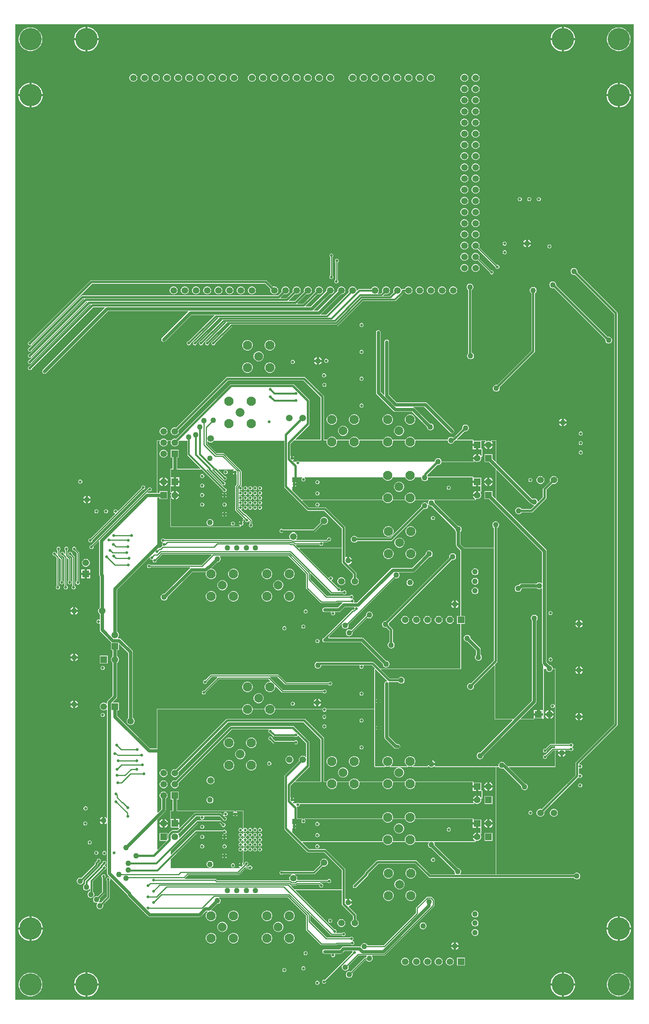
<source format=gbr>
%FSTAX23Y23*%
%MOIN*%
%SFA1B1*%

%IPPOS*%
%ADD11C,0.010000*%
%ADD53C,0.020000*%
%ADD54C,0.015000*%
%ADD55C,0.030000*%
%ADD56C,0.200000*%
%ADD57C,0.059055*%
%ADD58C,0.082677*%
%ADD59R,0.059055X0.059055*%
%ADD60C,0.078740*%
%ADD61R,0.059055X0.059055*%
%ADD62C,0.025000*%
%ADD63C,0.050000*%
%LNcfd_2channel_copper_signal_bot-1*%
%LPD*%
G36*
X05544Y00015D02*
X00015D01*
Y08734*
X05544*
Y00015*
G37*
%LNcfd_2channel_copper_signal_bot-2*%
%LPC*%
G36*
X0492Y08709D02*
Y0861D01*
X05019*
X05017Y08625*
X05011Y08642*
X05004Y08657*
X04993Y08671*
X04981Y08683*
X04967Y08694*
X04952Y08701*
X04935Y08707*
X0492Y08709*
G37*
G36*
X049D02*
X04884Y08707D01*
X04867Y08701*
X04852Y08694*
X04838Y08683*
X04826Y08671*
X04815Y08657*
X04808Y08642*
X04802Y08625*
X048Y0861*
X049*
Y08709*
G37*
G36*
X0066D02*
Y0861D01*
X00759*
X00757Y08625*
X00751Y08642*
X00744Y08657*
X00733Y08671*
X00721Y08683*
X00707Y08694*
X00692Y08701*
X00675Y08707*
X0066Y08709*
G37*
G36*
X0064D02*
X00624Y08707D01*
X00607Y08701*
X00592Y08694*
X00578Y08683*
X00566Y08671*
X00555Y08657*
X00548Y08642*
X00542Y08625*
X0054Y0861*
X0064*
Y08709*
G37*
G36*
X05418Y08705D02*
X05401D01*
X05385Y08702*
X05369Y08697*
X05354Y08689*
X05341Y0868*
X05329Y08668*
X0532Y08655*
X05312Y0864*
X05307Y08624*
X05305Y08608*
Y08591*
X05307Y08575*
X05312Y08559*
X0532Y08544*
X05329Y08531*
X05341Y08519*
X05354Y0851*
X05369Y08502*
X05385Y08497*
X05401Y08495*
X05418*
X05434Y08497*
X0545Y08502*
X05465Y0851*
X05478Y08519*
X0549Y08531*
X05499Y08544*
X05507Y08559*
X05512Y08575*
X05515Y08591*
Y08608*
X05512Y08624*
X05507Y0864*
X05499Y08655*
X0549Y08668*
X05478Y0868*
X05465Y08689*
X0545Y08697*
X05434Y08702*
X05418Y08705*
G37*
G36*
X00158D02*
X00141D01*
X00125Y08702*
X00109Y08697*
X00094Y08689*
X00081Y0868*
X00069Y08668*
X0006Y08655*
X00052Y0864*
X00047Y08624*
X00045Y08608*
Y08591*
X00047Y08575*
X00052Y08559*
X0006Y08544*
X00069Y08531*
X00081Y08519*
X00094Y0851*
X00109Y08502*
X00125Y08497*
X00141Y08495*
X00158*
X00174Y08497*
X0019Y08502*
X00205Y0851*
X00218Y08519*
X0023Y08531*
X00239Y08544*
X00247Y08559*
X00252Y08575*
X00255Y08591*
Y08608*
X00252Y08624*
X00247Y0864*
X00239Y08655*
X0023Y08668*
X00218Y0868*
X00205Y08689*
X0019Y08697*
X00174Y08702*
X00158Y08705*
G37*
G36*
X05019Y0859D02*
X0492D01*
Y0849*
X04935Y08492*
X04952Y08498*
X04967Y08505*
X04981Y08516*
X04993Y08528*
X05004Y08542*
X05011Y08557*
X05017Y08574*
X05019Y0859*
G37*
G36*
X049D02*
X048D01*
X04802Y08574*
X04808Y08557*
X04815Y08542*
X04826Y08528*
X04838Y08516*
X04852Y08505*
X04867Y08498*
X04884Y08492*
X049Y0849*
Y0859*
G37*
G36*
X00759D02*
X0066D01*
Y0849*
X00675Y08492*
X00692Y08498*
X00707Y08505*
X00721Y08516*
X00733Y08528*
X00744Y08542*
X00751Y08557*
X00757Y08574*
X00759Y0859*
G37*
G36*
X0064D02*
X0054D01*
X00542Y08574*
X00548Y08557*
X00555Y08542*
X00566Y08528*
X00578Y08516*
X00592Y08505*
X00607Y08498*
X00624Y08492*
X0064Y0849*
Y0859*
G37*
G36*
X04134Y08289D02*
X04125D01*
X04116Y08287*
X04108Y08282*
X04102Y08276*
X04097Y08268*
X04095Y08259*
Y0825*
X04097Y08241*
X04102Y08233*
X04108Y08227*
X04116Y08222*
X04125Y0822*
X04134*
X04143Y08222*
X04151Y08227*
X04157Y08233*
X04162Y08241*
X04164Y0825*
Y08259*
X04162Y08268*
X04157Y08276*
X04151Y08282*
X04143Y08287*
X04134Y08289*
G37*
G36*
X04034D02*
X04025D01*
X04016Y08287*
X04008Y08282*
X04002Y08276*
X03997Y08268*
X03995Y08259*
Y0825*
X03997Y08241*
X04002Y08233*
X04008Y08227*
X04016Y08222*
X04025Y0822*
X04034*
X04043Y08222*
X04051Y08227*
X04057Y08233*
X04062Y08241*
X04064Y0825*
Y08259*
X04062Y08268*
X04057Y08276*
X04051Y08282*
X04043Y08287*
X04034Y08289*
G37*
G36*
X03734D02*
X03725D01*
X03716Y08287*
X03708Y08282*
X03702Y08276*
X03697Y08268*
X03695Y08259*
Y0825*
X03697Y08241*
X03702Y08233*
X03708Y08227*
X03716Y08222*
X03725Y0822*
X03734*
X03743Y08222*
X03751Y08227*
X03757Y08233*
X03762Y08241*
X03764Y0825*
Y08259*
X03762Y08268*
X03757Y08276*
X03751Y08282*
X03743Y08287*
X03734Y08289*
G37*
G36*
X03634D02*
X03625D01*
X03616Y08287*
X03608Y08282*
X03602Y08276*
X03597Y08268*
X03595Y08259*
Y0825*
X03597Y08241*
X03602Y08233*
X03608Y08227*
X03616Y08222*
X03625Y0822*
X03634*
X03643Y08222*
X03651Y08227*
X03657Y08233*
X03662Y08241*
X03664Y0825*
Y08259*
X03662Y08268*
X03657Y08276*
X03651Y08282*
X03643Y08287*
X03634Y08289*
G37*
G36*
X03534D02*
X03525D01*
X03516Y08287*
X03508Y08282*
X03502Y08276*
X03497Y08268*
X03495Y08259*
Y0825*
X03497Y08241*
X03502Y08233*
X03508Y08227*
X03516Y08222*
X03525Y0822*
X03534*
X03543Y08222*
X03551Y08227*
X03557Y08233*
X03562Y08241*
X03564Y0825*
Y08259*
X03562Y08268*
X03557Y08276*
X03551Y08282*
X03543Y08287*
X03534Y08289*
G37*
G36*
X03434D02*
X03425D01*
X03416Y08287*
X03408Y08282*
X03402Y08276*
X03397Y08268*
X03395Y08259*
Y0825*
X03397Y08241*
X03402Y08233*
X03408Y08227*
X03416Y08222*
X03425Y0822*
X03434*
X03443Y08222*
X03451Y08227*
X03457Y08233*
X03462Y08241*
X03464Y0825*
Y08259*
X03462Y08268*
X03457Y08276*
X03451Y08282*
X03443Y08287*
X03434Y08289*
G37*
G36*
X03334D02*
X03325D01*
X03316Y08287*
X03308Y08282*
X03302Y08276*
X03297Y08268*
X03295Y08259*
Y0825*
X03297Y08241*
X03302Y08233*
X03308Y08227*
X03316Y08222*
X03325Y0822*
X03334*
X03343Y08222*
X03351Y08227*
X03357Y08233*
X03362Y08241*
X03364Y0825*
Y08259*
X03362Y08268*
X03357Y08276*
X03351Y08282*
X03343Y08287*
X03334Y08289*
G37*
G36*
X03234D02*
X03225D01*
X03216Y08287*
X03208Y08282*
X03202Y08276*
X03197Y08268*
X03195Y08259*
Y0825*
X03197Y08241*
X03202Y08233*
X03208Y08227*
X03216Y08222*
X03225Y0822*
X03234*
X03243Y08222*
X03251Y08227*
X03257Y08233*
X03262Y08241*
X03264Y0825*
Y08259*
X03262Y08268*
X03257Y08276*
X03251Y08282*
X03243Y08287*
X03234Y08289*
G37*
G36*
X03134D02*
X03125D01*
X03116Y08287*
X03108Y08282*
X03102Y08276*
X03097Y08268*
X03095Y08259*
Y0825*
X03097Y08241*
X03102Y08233*
X03108Y08227*
X03116Y08222*
X03125Y0822*
X03134*
X03143Y08222*
X03151Y08227*
X03157Y08233*
X03162Y08241*
X03164Y0825*
Y08259*
X03162Y08268*
X03157Y08276*
X03151Y08282*
X03143Y08287*
X03134Y08289*
G37*
G36*
X03034D02*
X03025D01*
X03016Y08287*
X03008Y08282*
X03002Y08276*
X02997Y08268*
X02995Y08259*
Y0825*
X02997Y08241*
X03002Y08233*
X03008Y08227*
X03016Y08222*
X03025Y0822*
X03034*
X03043Y08222*
X03051Y08227*
X03057Y08233*
X03062Y08241*
X03064Y0825*
Y08259*
X03062Y08268*
X03057Y08276*
X03051Y08282*
X03043Y08287*
X03034Y08289*
G37*
G36*
X02834D02*
X02825D01*
X02816Y08287*
X02808Y08282*
X02802Y08276*
X02797Y08268*
X02795Y08259*
Y0825*
X02797Y08241*
X02802Y08233*
X02808Y08227*
X02816Y08222*
X02825Y0822*
X02834*
X02843Y08222*
X02851Y08227*
X02857Y08233*
X02862Y08241*
X02864Y0825*
Y08259*
X02862Y08268*
X02857Y08276*
X02851Y08282*
X02843Y08287*
X02834Y08289*
G37*
G36*
X02734D02*
X02725D01*
X02716Y08287*
X02708Y08282*
X02702Y08276*
X02697Y08268*
X02695Y08259*
Y0825*
X02697Y08241*
X02702Y08233*
X02708Y08227*
X02716Y08222*
X02725Y0822*
X02734*
X02743Y08222*
X02751Y08227*
X02757Y08233*
X02762Y08241*
X02764Y0825*
Y08259*
X02762Y08268*
X02757Y08276*
X02751Y08282*
X02743Y08287*
X02734Y08289*
G37*
G36*
X02634D02*
X02625D01*
X02616Y08287*
X02608Y08282*
X02602Y08276*
X02597Y08268*
X02595Y08259*
Y0825*
X02597Y08241*
X02602Y08233*
X02608Y08227*
X02616Y08222*
X02625Y0822*
X02634*
X02643Y08222*
X02651Y08227*
X02657Y08233*
X02662Y08241*
X02664Y0825*
Y08259*
X02662Y08268*
X02657Y08276*
X02651Y08282*
X02643Y08287*
X02634Y08289*
G37*
G36*
X02534D02*
X02525D01*
X02516Y08287*
X02508Y08282*
X02502Y08276*
X02497Y08268*
X02495Y08259*
Y0825*
X02497Y08241*
X02502Y08233*
X02508Y08227*
X02516Y08222*
X02525Y0822*
X02534*
X02543Y08222*
X02551Y08227*
X02557Y08233*
X02562Y08241*
X02564Y0825*
Y08259*
X02562Y08268*
X02557Y08276*
X02551Y08282*
X02543Y08287*
X02534Y08289*
G37*
G36*
X02434D02*
X02425D01*
X02416Y08287*
X02408Y08282*
X02402Y08276*
X02397Y08268*
X02395Y08259*
Y0825*
X02397Y08241*
X02402Y08233*
X02408Y08227*
X02416Y08222*
X02425Y0822*
X02434*
X02443Y08222*
X02451Y08227*
X02457Y08233*
X02462Y08241*
X02464Y0825*
Y08259*
X02462Y08268*
X02457Y08276*
X02451Y08282*
X02443Y08287*
X02434Y08289*
G37*
G36*
X02334D02*
X02325D01*
X02316Y08287*
X02308Y08282*
X02302Y08276*
X02297Y08268*
X02295Y08259*
Y0825*
X02297Y08241*
X02302Y08233*
X02308Y08227*
X02316Y08222*
X02325Y0822*
X02334*
X02343Y08222*
X02351Y08227*
X02357Y08233*
X02362Y08241*
X02364Y0825*
Y08259*
X02362Y08268*
X02357Y08276*
X02351Y08282*
X02343Y08287*
X02334Y08289*
G37*
G36*
X02234D02*
X02225D01*
X02216Y08287*
X02208Y08282*
X02202Y08276*
X02197Y08268*
X02195Y08259*
Y0825*
X02197Y08241*
X02202Y08233*
X02208Y08227*
X02216Y08222*
X02225Y0822*
X02234*
X02243Y08222*
X02251Y08227*
X02257Y08233*
X02262Y08241*
X02264Y0825*
Y08259*
X02262Y08268*
X02257Y08276*
X02251Y08282*
X02243Y08287*
X02234Y08289*
G37*
G36*
X02134D02*
X02125D01*
X02116Y08287*
X02108Y08282*
X02102Y08276*
X02097Y08268*
X02095Y08259*
Y0825*
X02097Y08241*
X02102Y08233*
X02108Y08227*
X02116Y08222*
X02125Y0822*
X02134*
X02143Y08222*
X02151Y08227*
X02157Y08233*
X02162Y08241*
X02164Y0825*
Y08259*
X02162Y08268*
X02157Y08276*
X02151Y08282*
X02143Y08287*
X02134Y08289*
G37*
G36*
X01974D02*
X01965D01*
X01956Y08287*
X01948Y08282*
X01942Y08276*
X01937Y08268*
X01935Y08259*
Y0825*
X01937Y08241*
X01942Y08233*
X01948Y08227*
X01956Y08222*
X01965Y0822*
X01974*
X01983Y08222*
X01991Y08227*
X01997Y08233*
X02002Y08241*
X02004Y0825*
Y08259*
X02002Y08268*
X01997Y08276*
X01991Y08282*
X01983Y08287*
X01974Y08289*
G37*
G36*
X01874D02*
X01865D01*
X01856Y08287*
X01848Y08282*
X01842Y08276*
X01837Y08268*
X01835Y08259*
Y0825*
X01837Y08241*
X01842Y08233*
X01848Y08227*
X01856Y08222*
X01865Y0822*
X01874*
X01883Y08222*
X01891Y08227*
X01897Y08233*
X01902Y08241*
X01904Y0825*
Y08259*
X01902Y08268*
X01897Y08276*
X01891Y08282*
X01883Y08287*
X01874Y08289*
G37*
G36*
X01774D02*
X01765D01*
X01756Y08287*
X01748Y08282*
X01742Y08276*
X01737Y08268*
X01735Y08259*
Y0825*
X01737Y08241*
X01742Y08233*
X01748Y08227*
X01756Y08222*
X01765Y0822*
X01774*
X01783Y08222*
X01791Y08227*
X01797Y08233*
X01802Y08241*
X01804Y0825*
Y08259*
X01802Y08268*
X01797Y08276*
X01791Y08282*
X01783Y08287*
X01774Y08289*
G37*
G36*
X01674D02*
X01665D01*
X01656Y08287*
X01648Y08282*
X01642Y08276*
X01637Y08268*
X01635Y08259*
Y0825*
X01637Y08241*
X01642Y08233*
X01648Y08227*
X01656Y08222*
X01665Y0822*
X01674*
X01683Y08222*
X01691Y08227*
X01697Y08233*
X01702Y08241*
X01704Y0825*
Y08259*
X01702Y08268*
X01697Y08276*
X01691Y08282*
X01683Y08287*
X01674Y08289*
G37*
G36*
X01574D02*
X01565D01*
X01556Y08287*
X01548Y08282*
X01542Y08276*
X01537Y08268*
X01535Y08259*
Y0825*
X01537Y08241*
X01542Y08233*
X01548Y08227*
X01556Y08222*
X01565Y0822*
X01574*
X01583Y08222*
X01591Y08227*
X01597Y08233*
X01602Y08241*
X01604Y0825*
Y08259*
X01602Y08268*
X01597Y08276*
X01591Y08282*
X01583Y08287*
X01574Y08289*
G37*
G36*
X01474D02*
X01465D01*
X01456Y08287*
X01448Y08282*
X01442Y08276*
X01437Y08268*
X01435Y08259*
Y0825*
X01437Y08241*
X01442Y08233*
X01448Y08227*
X01456Y08222*
X01465Y0822*
X01474*
X01483Y08222*
X01491Y08227*
X01497Y08233*
X01502Y08241*
X01504Y0825*
Y08259*
X01502Y08268*
X01497Y08276*
X01491Y08282*
X01483Y08287*
X01474Y08289*
G37*
G36*
X01374D02*
X01365D01*
X01356Y08287*
X01348Y08282*
X01342Y08276*
X01337Y08268*
X01335Y08259*
Y0825*
X01337Y08241*
X01342Y08233*
X01348Y08227*
X01356Y08222*
X01365Y0822*
X01374*
X01383Y08222*
X01391Y08227*
X01397Y08233*
X01402Y08241*
X01404Y0825*
Y08259*
X01402Y08268*
X01397Y08276*
X01391Y08282*
X01383Y08287*
X01374Y08289*
G37*
G36*
X01274D02*
X01265D01*
X01256Y08287*
X01248Y08282*
X01242Y08276*
X01237Y08268*
X01235Y08259*
Y0825*
X01237Y08241*
X01242Y08233*
X01248Y08227*
X01256Y08222*
X01265Y0822*
X01274*
X01283Y08222*
X01291Y08227*
X01297Y08233*
X01302Y08241*
X01304Y0825*
Y08259*
X01302Y08268*
X01297Y08276*
X01291Y08282*
X01283Y08287*
X01274Y08289*
G37*
G36*
X01174D02*
X01165D01*
X01156Y08287*
X01148Y08282*
X01142Y08276*
X01137Y08268*
X01135Y08259*
Y0825*
X01137Y08241*
X01142Y08233*
X01148Y08227*
X01156Y08222*
X01165Y0822*
X01174*
X01183Y08222*
X01191Y08227*
X01197Y08233*
X01202Y08241*
X01204Y0825*
Y08259*
X01202Y08268*
X01197Y08276*
X01191Y08282*
X01183Y08287*
X01174Y08289*
G37*
G36*
X01074D02*
X01065D01*
X01056Y08287*
X01048Y08282*
X01042Y08276*
X01037Y08268*
X01035Y08259*
Y0825*
X01037Y08241*
X01042Y08233*
X01048Y08227*
X01056Y08222*
X01065Y0822*
X01074*
X01083Y08222*
X01091Y08227*
X01097Y08233*
X01102Y08241*
X01104Y0825*
Y08259*
X01102Y08268*
X01097Y08276*
X01091Y08282*
X01083Y08287*
X01074Y08289*
G37*
G36*
X04134Y08189D02*
X04125D01*
X04116Y08187*
X04108Y08182*
X04102Y08176*
X04097Y08168*
X04095Y08159*
Y0815*
X04097Y08141*
X04102Y08133*
X04108Y08127*
X04116Y08122*
X04125Y0812*
X04134*
X04143Y08122*
X04151Y08127*
X04157Y08133*
X04162Y08141*
X04164Y0815*
Y08159*
X04162Y08168*
X04157Y08176*
X04151Y08182*
X04143Y08187*
X04134Y08189*
G37*
G36*
X04034D02*
X04025D01*
X04016Y08187*
X04008Y08182*
X04002Y08176*
X03997Y08168*
X03995Y08159*
Y0815*
X03997Y08141*
X04002Y08133*
X04008Y08127*
X04016Y08122*
X04025Y0812*
X04034*
X04043Y08122*
X04051Y08127*
X04057Y08133*
X04062Y08141*
X04064Y0815*
Y08159*
X04062Y08168*
X04057Y08176*
X04051Y08182*
X04043Y08187*
X04034Y08189*
G37*
G36*
X0542Y08209D02*
Y0811D01*
X05519*
X05517Y08125*
X05511Y08142*
X05504Y08157*
X05493Y08171*
X05481Y08183*
X05467Y08194*
X05452Y08201*
X05435Y08207*
X0542Y08209*
G37*
G36*
X054D02*
X05384Y08207D01*
X05367Y08201*
X05352Y08194*
X05338Y08183*
X05326Y08171*
X05315Y08157*
X05308Y08142*
X05302Y08125*
X053Y0811*
X054*
Y08209*
G37*
G36*
X0016D02*
Y0811D01*
X00259*
X00257Y08125*
X00251Y08142*
X00244Y08157*
X00233Y08171*
X00221Y08183*
X00207Y08194*
X00192Y08201*
X00175Y08207*
X0016Y08209*
G37*
G36*
X0014D02*
X00124Y08207D01*
X00107Y08201*
X00092Y08194*
X00078Y08183*
X00066Y08171*
X00055Y08157*
X00048Y08142*
X00042Y08125*
X0004Y0811*
X0014*
Y08209*
G37*
G36*
X04134Y08089D02*
X04125D01*
X04116Y08087*
X04108Y08082*
X04102Y08076*
X04097Y08068*
X04095Y08059*
Y0805*
X04097Y08041*
X04102Y08033*
X04108Y08027*
X04116Y08022*
X04125Y0802*
X04134*
X04143Y08022*
X04151Y08027*
X04157Y08033*
X04162Y08041*
X04164Y0805*
Y08059*
X04162Y08068*
X04157Y08076*
X04151Y08082*
X04143Y08087*
X04134Y08089*
G37*
G36*
X04034D02*
X04025D01*
X04016Y08087*
X04008Y08082*
X04002Y08076*
X03997Y08068*
X03995Y08059*
Y0805*
X03997Y08041*
X04002Y08033*
X04008Y08027*
X04016Y08022*
X04025Y0802*
X04034*
X04043Y08022*
X04051Y08027*
X04057Y08033*
X04062Y08041*
X04064Y0805*
Y08059*
X04062Y08068*
X04057Y08076*
X04051Y08082*
X04043Y08087*
X04034Y08089*
G37*
G36*
X05519Y0809D02*
X0542D01*
Y0799*
X05435Y07992*
X05452Y07998*
X05467Y08005*
X05481Y08016*
X05493Y08028*
X05504Y08042*
X05511Y08057*
X05517Y08074*
X05519Y0809*
G37*
G36*
X054D02*
X053D01*
X05302Y08074*
X05308Y08057*
X05315Y08042*
X05326Y08028*
X05338Y08016*
X05352Y08005*
X05367Y07998*
X05384Y07992*
X054Y0799*
Y0809*
G37*
G36*
X00259D02*
X0016D01*
Y0799*
X00175Y07992*
X00192Y07998*
X00207Y08005*
X00221Y08016*
X00233Y08028*
X00244Y08042*
X00251Y08057*
X00257Y08074*
X00259Y0809*
G37*
G36*
X0014D02*
X0004D01*
X00042Y08074*
X00048Y08057*
X00055Y08042*
X00066Y08028*
X00078Y08016*
X00092Y08005*
X00107Y07998*
X00124Y07992*
X0014Y0799*
Y0809*
G37*
G36*
X04134Y07989D02*
X04125D01*
X04116Y07987*
X04108Y07982*
X04102Y07976*
X04097Y07968*
X04095Y07959*
Y0795*
X04097Y07941*
X04102Y07933*
X04108Y07927*
X04116Y07922*
X04125Y0792*
X04134*
X04143Y07922*
X04151Y07927*
X04157Y07933*
X04162Y07941*
X04164Y0795*
Y07959*
X04162Y07968*
X04157Y07976*
X04151Y07982*
X04143Y07987*
X04134Y07989*
G37*
G36*
X04034D02*
X04025D01*
X04016Y07987*
X04008Y07982*
X04002Y07976*
X03997Y07968*
X03995Y07959*
Y0795*
X03997Y07941*
X04002Y07933*
X04008Y07927*
X04016Y07922*
X04025Y0792*
X04034*
X04043Y07922*
X04051Y07927*
X04057Y07933*
X04062Y07941*
X04064Y0795*
Y07959*
X04062Y07968*
X04057Y07976*
X04051Y07982*
X04043Y07987*
X04034Y07989*
G37*
G36*
X04134Y07889D02*
X04125D01*
X04116Y07887*
X04108Y07882*
X04102Y07876*
X04097Y07868*
X04095Y07859*
Y0785*
X04097Y07841*
X04102Y07833*
X04108Y07827*
X04116Y07822*
X04125Y0782*
X04134*
X04143Y07822*
X04151Y07827*
X04157Y07833*
X04162Y07841*
X04164Y0785*
Y07859*
X04162Y07868*
X04157Y07876*
X04151Y07882*
X04143Y07887*
X04134Y07889*
G37*
G36*
X04034D02*
X04025D01*
X04016Y07887*
X04008Y07882*
X04002Y07876*
X03997Y07868*
X03995Y07859*
Y0785*
X03997Y07841*
X04002Y07833*
X04008Y07827*
X04016Y07822*
X04025Y0782*
X04034*
X04043Y07822*
X04051Y07827*
X04057Y07833*
X04062Y07841*
X04064Y0785*
Y07859*
X04062Y07868*
X04057Y07876*
X04051Y07882*
X04043Y07887*
X04034Y07889*
G37*
G36*
X04134Y07789D02*
X04125D01*
X04116Y07787*
X04108Y07782*
X04102Y07776*
X04097Y07768*
X04095Y07759*
Y0775*
X04097Y07741*
X04102Y07733*
X04108Y07727*
X04116Y07722*
X04125Y0772*
X04134*
X04143Y07722*
X04151Y07727*
X04157Y07733*
X04162Y07741*
X04164Y0775*
Y07759*
X04162Y07768*
X04157Y07776*
X04151Y07782*
X04143Y07787*
X04134Y07789*
G37*
G36*
X04034D02*
X04025D01*
X04016Y07787*
X04008Y07782*
X04002Y07776*
X03997Y07768*
X03995Y07759*
Y0775*
X03997Y07741*
X04002Y07733*
X04008Y07727*
X04016Y07722*
X04025Y0772*
X04034*
X04043Y07722*
X04051Y07727*
X04057Y07733*
X04062Y07741*
X04064Y0775*
Y07759*
X04062Y07768*
X04057Y07776*
X04051Y07782*
X04043Y07787*
X04034Y07789*
G37*
G36*
X04134Y07689D02*
X04125D01*
X04116Y07687*
X04108Y07682*
X04102Y07676*
X04097Y07668*
X04095Y07659*
Y0765*
X04097Y07641*
X04102Y07633*
X04108Y07627*
X04116Y07622*
X04125Y0762*
X04134*
X04143Y07622*
X04151Y07627*
X04157Y07633*
X04162Y07641*
X04164Y0765*
Y07659*
X04162Y07668*
X04157Y07676*
X04151Y07682*
X04143Y07687*
X04134Y07689*
G37*
G36*
X04034D02*
X04025D01*
X04016Y07687*
X04008Y07682*
X04002Y07676*
X03997Y07668*
X03995Y07659*
Y0765*
X03997Y07641*
X04002Y07633*
X04008Y07627*
X04016Y07622*
X04025Y0762*
X04034*
X04043Y07622*
X04051Y07627*
X04057Y07633*
X04062Y07641*
X04064Y0765*
Y07659*
X04062Y07668*
X04057Y07676*
X04051Y07682*
X04043Y07687*
X04034Y07689*
G37*
G36*
X04134Y07589D02*
X04125D01*
X04116Y07587*
X04108Y07582*
X04102Y07576*
X04097Y07568*
X04095Y07559*
Y0755*
X04097Y07541*
X04102Y07533*
X04108Y07527*
X04116Y07522*
X04125Y0752*
X04134*
X04143Y07522*
X04151Y07527*
X04157Y07533*
X04162Y07541*
X04164Y0755*
Y07559*
X04162Y07568*
X04157Y07576*
X04151Y07582*
X04143Y07587*
X04134Y07589*
G37*
G36*
X04034D02*
X04025D01*
X04016Y07587*
X04008Y07582*
X04002Y07576*
X03997Y07568*
X03995Y07559*
Y0755*
X03997Y07541*
X04002Y07533*
X04008Y07527*
X04016Y07522*
X04025Y0752*
X04034*
X04043Y07522*
X04051Y07527*
X04057Y07533*
X04062Y07541*
X04064Y0755*
Y07559*
X04062Y07568*
X04057Y07576*
X04051Y07582*
X04043Y07587*
X04034Y07589*
G37*
G36*
X04134Y07489D02*
X04125D01*
X04116Y07487*
X04108Y07482*
X04102Y07476*
X04097Y07468*
X04095Y07459*
Y0745*
X04097Y07441*
X04102Y07433*
X04108Y07427*
X04116Y07422*
X04125Y0742*
X04134*
X04143Y07422*
X04151Y07427*
X04157Y07433*
X04162Y07441*
X04164Y0745*
Y07459*
X04162Y07468*
X04157Y07476*
X04151Y07482*
X04143Y07487*
X04134Y07489*
G37*
G36*
X04034D02*
X04025D01*
X04016Y07487*
X04008Y07482*
X04002Y07476*
X03997Y07468*
X03995Y07459*
Y0745*
X03997Y07441*
X04002Y07433*
X04008Y07427*
X04016Y07422*
X04025Y0742*
X04034*
X04043Y07422*
X04051Y07427*
X04057Y07433*
X04062Y07441*
X04064Y0745*
Y07459*
X04062Y07468*
X04057Y07476*
X04051Y07482*
X04043Y07487*
X04034Y07489*
G37*
G36*
X04134Y07389D02*
X04125D01*
X04116Y07387*
X04108Y07382*
X04102Y07376*
X04097Y07368*
X04095Y07359*
Y0735*
X04097Y07341*
X04102Y07333*
X04108Y07327*
X04116Y07322*
X04125Y0732*
X04134*
X04143Y07322*
X04151Y07327*
X04157Y07333*
X04162Y07341*
X04164Y0735*
Y07359*
X04162Y07368*
X04157Y07376*
X04151Y07382*
X04143Y07387*
X04134Y07389*
G37*
G36*
X04034D02*
X04025D01*
X04016Y07387*
X04008Y07382*
X04002Y07376*
X03997Y07368*
X03995Y07359*
Y0735*
X03997Y07341*
X04002Y07333*
X04008Y07327*
X04016Y07322*
X04025Y0732*
X04034*
X04043Y07322*
X04051Y07327*
X04057Y07333*
X04062Y07341*
X04064Y0735*
Y07359*
X04062Y07368*
X04057Y07376*
X04051Y07382*
X04043Y07387*
X04034Y07389*
G37*
G36*
X04134Y07289D02*
X04125D01*
X04116Y07287*
X04108Y07282*
X04102Y07276*
X04097Y07268*
X04095Y07259*
Y0725*
X04097Y07241*
X04102Y07233*
X04108Y07227*
X04116Y07222*
X04125Y0722*
X04134*
X04143Y07222*
X04151Y07227*
X04157Y07233*
X04162Y07241*
X04164Y0725*
Y07259*
X04162Y07268*
X04157Y07276*
X04151Y07282*
X04143Y07287*
X04134Y07289*
G37*
G36*
X04034D02*
X04025D01*
X04016Y07287*
X04008Y07282*
X04002Y07276*
X03997Y07268*
X03995Y07259*
Y0725*
X03997Y07241*
X04002Y07233*
X04008Y07227*
X04016Y07222*
X04025Y0722*
X04034*
X04043Y07222*
X04051Y07227*
X04057Y07233*
X04062Y07241*
X04064Y0725*
Y07259*
X04062Y07268*
X04057Y07276*
X04051Y07282*
X04043Y07287*
X04034Y07289*
G37*
G36*
X04698Y07187D02*
X04691D01*
X04685Y07184*
X0468Y07179*
X04677Y07173*
Y07166*
X0468Y0716*
X04685Y07155*
X04691Y07152*
X04698*
X04704Y07155*
X04709Y0716*
X04712Y07166*
Y07173*
X04709Y07179*
X04704Y07184*
X04698Y07187*
G37*
G36*
X04613D02*
X04606D01*
X046Y07184*
X04595Y07179*
X04592Y07173*
Y07166*
X04595Y0716*
X046Y07155*
X04606Y07152*
X04613*
X04619Y07155*
X04624Y0716*
X04627Y07166*
Y07173*
X04624Y07179*
X04619Y07184*
X04613Y07187*
G37*
G36*
X04528D02*
X04521D01*
X04515Y07184*
X0451Y07179*
X04507Y07173*
Y07166*
X0451Y0716*
X04515Y07155*
X04521Y07152*
X04528*
X04534Y07155*
X04539Y0716*
X04542Y07166*
Y07173*
X04539Y07179*
X04534Y07184*
X04528Y07187*
G37*
G36*
X04134Y07189D02*
X04125D01*
X04116Y07187*
X04108Y07182*
X04102Y07176*
X04097Y07168*
X04095Y07159*
Y0715*
X04097Y07141*
X04102Y07133*
X04108Y07127*
X04116Y07122*
X04125Y0712*
X04134*
X04143Y07122*
X04151Y07127*
X04157Y07133*
X04162Y07141*
X04164Y0715*
Y07159*
X04162Y07168*
X04157Y07176*
X04151Y07182*
X04143Y07187*
X04134Y07189*
G37*
G36*
X04034D02*
X04025D01*
X04016Y07187*
X04008Y07182*
X04002Y07176*
X03997Y07168*
X03995Y07159*
Y0715*
X03997Y07141*
X04002Y07133*
X04008Y07127*
X04016Y07122*
X04025Y0712*
X04034*
X04043Y07122*
X04051Y07127*
X04057Y07133*
X04062Y07141*
X04064Y0715*
Y07159*
X04062Y07168*
X04057Y07176*
X04051Y07182*
X04043Y07187*
X04034Y07189*
G37*
G36*
X04134Y07089D02*
X04125D01*
X04116Y07087*
X04108Y07082*
X04102Y07076*
X04097Y07068*
X04095Y07059*
Y0705*
X04097Y07041*
X04102Y07033*
X04108Y07027*
X04116Y07022*
X04125Y0702*
X04134*
X04143Y07022*
X04151Y07027*
X04157Y07033*
X04162Y07041*
X04164Y0705*
Y07059*
X04162Y07068*
X04157Y07076*
X04151Y07082*
X04143Y07087*
X04134Y07089*
G37*
G36*
X04034D02*
X04025D01*
X04016Y07087*
X04008Y07082*
X04002Y07076*
X03997Y07068*
X03995Y07059*
Y0705*
X03997Y07041*
X04002Y07033*
X04008Y07027*
X04016Y07022*
X04025Y0702*
X04034*
X04043Y07022*
X04051Y07027*
X04057Y07033*
X04062Y07041*
X04064Y0705*
Y07059*
X04062Y07068*
X04057Y07076*
X04051Y07082*
X04043Y07087*
X04034Y07089*
G37*
G36*
X04134Y06989D02*
X04125D01*
X04116Y06987*
X04108Y06982*
X04102Y06976*
X04097Y06968*
X04095Y06959*
Y0695*
X04097Y06941*
X04102Y06933*
X04108Y06927*
X04116Y06922*
X04125Y0692*
X04134*
X04143Y06922*
X04151Y06927*
X04157Y06933*
X04162Y06941*
X04164Y0695*
Y06959*
X04162Y06968*
X04157Y06976*
X04151Y06982*
X04143Y06987*
X04134Y06989*
G37*
G36*
X04034D02*
X04025D01*
X04016Y06987*
X04008Y06982*
X04002Y06976*
X03997Y06968*
X03995Y06959*
Y0695*
X03997Y06941*
X04002Y06933*
X04008Y06927*
X04016Y06922*
X04025Y0692*
X04034*
X04043Y06922*
X04051Y06927*
X04057Y06933*
X04062Y06941*
X04064Y0695*
Y06959*
X04062Y06968*
X04057Y06976*
X04051Y06982*
X04043Y06987*
X04034Y06989*
G37*
G36*
X04134Y06889D02*
X04125D01*
X04116Y06887*
X04108Y06882*
X04102Y06876*
X04097Y06868*
X04095Y06859*
Y0685*
X04097Y06841*
X04102Y06833*
X04108Y06827*
X04116Y06822*
X04125Y0682*
X04134*
X04143Y06822*
X04151Y06827*
X04157Y06833*
X04162Y06841*
X04164Y0685*
Y06859*
X04162Y06868*
X04157Y06876*
X04151Y06882*
X04143Y06887*
X04134Y06889*
G37*
G36*
X04034D02*
X04025D01*
X04016Y06887*
X04008Y06882*
X04002Y06876*
X03997Y06868*
X03995Y06859*
Y0685*
X03997Y06841*
X04002Y06833*
X04008Y06827*
X04016Y06822*
X04025Y0682*
X04034*
X04043Y06822*
X04051Y06827*
X04057Y06833*
X04062Y06841*
X04064Y0685*
Y06859*
X04062Y06868*
X04057Y06876*
X04051Y06882*
X04043Y06887*
X04034Y06889*
G37*
G36*
X046Y06808D02*
Y06785D01*
X04623*
X04622Y06788*
X04618Y06796*
X04611Y06803*
X04603Y06807*
X046Y06808*
G37*
G36*
X0458D02*
X04576Y06807D01*
X04568Y06803*
X04561Y06796*
X04557Y06788*
X04556Y06785*
X0458*
Y06808*
G37*
G36*
X04393Y0679D02*
X04386D01*
X0438Y06787*
X04375Y06783*
X04372Y06776*
Y06769*
X04375Y06763*
X0438Y06758*
X04386Y06755*
X04393*
X04399Y06758*
X04404Y06763*
X04407Y06769*
Y06776*
X04404Y06783*
X04399Y06787*
X04393Y0679*
G37*
G36*
X04623Y06765D02*
X046D01*
Y06741*
X04603Y06742*
X04611Y06746*
X04618Y06753*
X04622Y06761*
X04623Y06765*
G37*
G36*
X0458D02*
X04556D01*
X04557Y06761*
X04561Y06753*
X04568Y06746*
X04576Y06742*
X0458Y06741*
Y06765*
G37*
G36*
X04793D02*
X04786D01*
X0478Y06762*
X04775Y06757*
X04772Y0675*
Y06744*
X04775Y06737*
X0478Y06732*
X04786Y0673*
X04793*
X04799Y06732*
X04804Y06737*
X04807Y06744*
Y0675*
X04804Y06757*
X04799Y06762*
X04793Y06765*
G37*
G36*
X04034Y06789D02*
X04025D01*
X04016Y06787*
X04008Y06782*
X04002Y06776*
X03997Y06768*
X03995Y06759*
Y0675*
X03997Y06741*
X04002Y06733*
X04008Y06727*
X04016Y06722*
X04025Y0672*
X04034*
X04043Y06722*
X04051Y06727*
X04057Y06733*
X04062Y06741*
X04064Y0675*
Y06759*
X04062Y06768*
X04057Y06776*
X04051Y06782*
X04043Y06787*
X04034Y06789*
G37*
G36*
X04393Y06712D02*
X04386D01*
X0438Y06709*
X04375Y06704*
X04372Y06698*
Y06691*
X04375Y06685*
X0438Y0668*
X04386Y06677*
X04393*
X04399Y0668*
X04404Y06685*
X04407Y06691*
Y06698*
X04404Y06704*
X04399Y06709*
X04393Y06712*
G37*
G36*
X04034Y06689D02*
X04025D01*
X04016Y06687*
X04008Y06682*
X04002Y06676*
X03997Y06668*
X03995Y06659*
Y0665*
X03997Y06641*
X04002Y06633*
X04008Y06627*
X04016Y06622*
X04025Y0662*
X04034*
X04043Y06622*
X04051Y06627*
X04057Y06633*
X04062Y06641*
X04064Y0665*
Y06659*
X04062Y06668*
X04057Y06676*
X04051Y06682*
X04043Y06687*
X04034Y06689*
G37*
G36*
X04134Y06789D02*
X04125D01*
X04116Y06787*
X04108Y06782*
X04102Y06776*
X04097Y06768*
X04095Y06759*
Y0675*
X04097Y06741*
X04102Y06733*
X04108Y06727*
X04116Y06722*
X04125Y0672*
X04134*
X04143Y06722*
X04147Y06725*
X04307Y06565*
Y06561*
X0431Y06555*
X04315Y0655*
X04321Y06547*
X04328*
X04334Y0655*
X04339Y06555*
X04342Y06561*
Y06568*
X04339Y06574*
X04334Y06579*
X04328Y06582*
X04321*
X0432Y06581*
X04161Y0674*
X04162Y06741*
X04164Y0675*
Y06759*
X04162Y06768*
X04157Y06776*
X04151Y06782*
X04143Y06787*
X04134Y06789*
G37*
G36*
Y06589D02*
X04125D01*
X04116Y06587*
X04108Y06582*
X04102Y06576*
X04097Y06568*
X04095Y06559*
Y0655*
X04097Y06541*
X04102Y06533*
X04108Y06527*
X04116Y06522*
X04125Y0652*
X04134*
X04143Y06522*
X04151Y06527*
X04157Y06533*
X04162Y06541*
X04164Y0655*
Y06559*
X04162Y06568*
X04157Y06576*
X04151Y06582*
X04143Y06587*
X04134Y06589*
G37*
G36*
X04034D02*
X04025D01*
X04016Y06587*
X04008Y06582*
X04002Y06576*
X03997Y06568*
X03995Y06559*
Y0655*
X03997Y06541*
X04002Y06533*
X04008Y06527*
X04016Y06522*
X04025Y0652*
X04034*
X04043Y06522*
X04051Y06527*
X04057Y06533*
X04062Y06541*
X04064Y0655*
Y06559*
X04062Y06568*
X04057Y06576*
X04051Y06582*
X04043Y06587*
X04034Y06589*
G37*
G36*
X04134Y06689D02*
X04125D01*
X04116Y06687*
X04108Y06682*
X04102Y06676*
X04097Y06668*
X04095Y06659*
Y0665*
X04097Y06641*
X04102Y06633*
X04108Y06627*
X04116Y06622*
X04125Y0662*
X04134*
X04143Y06622*
X04147Y06625*
X04256Y06516*
Y06512*
X04259Y06506*
X04263Y06501*
X0427Y06498*
X04277*
X04283Y06501*
X04288Y06506*
X04291Y06512*
Y06519*
X04288Y06526*
X04283Y06531*
X04277Y06533*
X0427*
X04268Y06533*
X04161Y0664*
X04162Y06641*
X04164Y0665*
Y06659*
X04162Y06668*
X04157Y06676*
X04151Y06682*
X04143Y06687*
X04134Y06689*
G37*
G36*
X02844Y06683D02*
X02837D01*
X02831Y0668*
X02826Y06675*
X02823Y06669*
Y06662*
X02826Y06656*
X0283Y06651*
Y0649*
X0283Y06489*
X02825Y06484*
X02822Y06478*
Y06471*
X02825Y06465*
X0283Y0646*
X02836Y06457*
X02843*
X02849Y0646*
X02854Y06465*
X02857Y06471*
Y06478*
X02854Y06484*
X02851Y06488*
Y06651*
X02855Y06656*
X02858Y06662*
Y06669*
X02855Y06675*
X0285Y0668*
X02844Y06683*
G37*
G36*
X02893Y06637D02*
X02886D01*
X0288Y06634*
X02875Y06629*
X02872Y06623*
Y06616*
X02875Y0661*
X02877Y06607*
Y0645*
X02875Y06449*
X0287Y06444*
X02867Y06438*
Y06431*
X0287Y06425*
X02875Y0642*
X02881Y06417*
X02888*
X02894Y0642*
X02899Y06425*
X02902Y06431*
Y06438*
X02899Y06444*
X02897Y06447*
Y06604*
X02899Y06605*
X02904Y0661*
X02907Y06616*
Y06623*
X02904Y06629*
X02899Y06634*
X02893Y06637*
G37*
G36*
X03534Y06389D02*
X03525D01*
X03516Y06387*
X03508Y06382*
X03502Y06376*
X03497Y06368*
X03497Y06367*
X0348*
X03475Y06366*
X03471Y06364*
X03469Y06361*
X03463Y06362*
X03462Y06368*
X03457Y06376*
X03451Y06382*
X03443Y06387*
X03434Y06389*
X03425*
X03416Y06387*
X03408Y06382*
X03402Y06376*
X03397Y06368*
X03395Y06359*
Y0635*
X03397Y06341*
X03398Y06341*
X03362Y06305*
X03305*
X03303Y0631*
X03316Y06323*
X03316Y06322*
X03325Y0632*
X03334*
X03343Y06322*
X03351Y06327*
X03357Y06333*
X03362Y06341*
X03364Y0635*
Y06359*
X03362Y06368*
X03357Y06376*
X03351Y06382*
X03343Y06387*
X03334Y06389*
X03325*
X03316Y06387*
X03308Y06382*
X03302Y06376*
X03297Y06368*
X03295Y06359*
Y0635*
X03297Y06341*
X03298Y06341*
X03282Y06325*
X03256*
X03254Y0633*
X03257Y06333*
X03262Y06341*
X03264Y0635*
Y06359*
X03262Y06368*
X03257Y06376*
X03251Y06382*
X03243Y06387*
X03234Y06389*
X03225*
X03216Y06387*
X03208Y06382*
X03202Y06376*
X03197Y06368*
X03197Y06367*
X03089*
X03084Y06366*
X0308Y06364*
X03069Y06353*
X03064Y06355*
Y06359*
X03062Y06368*
X03057Y06376*
X03051Y06382*
X03043Y06387*
X03034Y06389*
X03025*
X03016Y06387*
X03008Y06382*
X03002Y06376*
X02997Y06368*
X02995Y06359*
Y0635*
X02997Y06341*
X02998Y06341*
X02794Y06137*
X02748*
X02746Y06142*
X02924Y0632*
X02925Y0632*
X02934*
X02943Y06322*
X02951Y06327*
X02957Y06333*
X02962Y06341*
X02964Y0635*
Y06359*
X02962Y06368*
X02957Y06376*
X02951Y06382*
X02943Y06387*
X02934Y06389*
X02925*
X02916Y06387*
X02908Y06382*
X02902Y06376*
X02897Y06368*
X02895Y06359*
Y0635*
X02895Y06349*
X02721Y06175*
X02686*
X02684Y0618*
X02824Y0632*
X02825Y0632*
X02834*
X02843Y06322*
X02851Y06327*
X02857Y06333*
X02862Y06341*
X02864Y0635*
Y06359*
X02862Y06368*
X02857Y06376*
X02851Y06382*
X02843Y06387*
X02834Y06389*
X02825*
X02816Y06387*
X02808Y06382*
X02802Y06376*
X02797Y06368*
X02795Y06359*
Y0635*
X02795Y06349*
X02656Y0621*
X02613*
X02611Y06215*
X02718Y06322*
X02725Y0632*
X02734*
X02743Y06322*
X02751Y06327*
X02757Y06333*
X02762Y06341*
X02764Y0635*
Y06359*
X02762Y06368*
X02757Y06376*
X02751Y06382*
X02743Y06387*
X02734Y06389*
X02725*
X02716Y06387*
X02708Y06382*
X02702Y06376*
X02697Y06368*
X02695Y06359*
Y0635*
X02697Y06343*
X02588Y06235*
X02538*
X02536Y06239*
X02618Y06322*
X02625Y0632*
X02634*
X02643Y06322*
X02651Y06327*
X02657Y06333*
X02662Y06341*
X02664Y0635*
Y06359*
X02662Y06368*
X02657Y06376*
X02651Y06382*
X02643Y06387*
X02634Y06389*
X02625*
X02616Y06387*
X02608Y06382*
X02602Y06376*
X02597Y06368*
X02595Y06359*
Y0635*
X02597Y06343*
X02513Y0626*
X02463*
X02461Y06264*
X02518Y06322*
X02525Y0632*
X02534*
X02543Y06322*
X02551Y06327*
X02557Y06333*
X02562Y06341*
X02564Y0635*
Y06359*
X02562Y06368*
X02557Y06376*
X02551Y06382*
X02543Y06387*
X02534Y06389*
X02525*
X02516Y06387*
X02508Y06382*
X02502Y06376*
X02497Y06368*
X02495Y06359*
Y0635*
X02497Y06343*
X02438Y06285*
X02388*
X02386Y06289*
X02418Y06322*
X02425Y0632*
X02434*
X02443Y06322*
X02451Y06327*
X02457Y06333*
X02462Y06341*
X02464Y0635*
Y06359*
X02462Y06368*
X02457Y06376*
X02451Y06382*
X02443Y06387*
X02434Y06389*
X02425*
X02416Y06387*
X02408Y06382*
X02402Y06376*
X02397Y06368*
X02395Y06359*
Y0635*
X02397Y06343*
X02363Y0631*
X00615*
X00609Y06309*
X00604Y06305*
X0014Y05842*
X00135Y05839*
X0013Y05834*
X00127Y05828*
Y05821*
X0013Y05815*
X00135Y0581*
X00141Y05807*
X00148*
X00154Y0581*
X00159Y05815*
X00162Y0582*
X00621Y06279*
X00626*
X00628Y06275*
X0014Y05787*
X00135Y05784*
X0013Y05779*
X00127Y05773*
Y05766*
X0013Y0576*
X00135Y05755*
X00141Y05752*
X00148*
X00154Y05755*
X00159Y0576*
X00162Y05765*
X00651Y06254*
X00656*
X00658Y0625*
X0014Y05732*
X00135Y05729*
X0013Y05724*
X00127Y05718*
Y05711*
X0013Y05705*
X00135Y057*
X00141Y05697*
X00148*
X00154Y057*
X00159Y05705*
X00162Y0571*
X00681Y06229*
X00686*
X00688Y06225*
X0014Y05677*
X00135Y05674*
X0013Y05669*
X00127Y05663*
Y05656*
X0013Y0565*
X00135Y05645*
X00141Y05642*
X00148*
X00154Y05645*
X00159Y0565*
X00162Y05655*
X00711Y06204*
X00813*
X00815Y06199*
X0026Y05644*
X00256Y05637*
X00254Y0563*
X00256Y05622*
X0026Y05615*
X00267Y05611*
X00275Y05609*
X00282Y05611*
X00289Y05615*
X00843Y06169*
X01558*
X0156Y06164*
X01325Y05929*
X01321Y05922*
X01319Y05915*
X01321Y05907*
X01325Y059*
X01332Y05896*
X0134Y05894*
X01347Y05896*
X01354Y059*
X01588Y06134*
X01792*
X01794Y06129*
X01564Y059*
X01561*
X01555Y05897*
X0155Y05892*
X01547Y05885*
Y05879*
X0155Y05872*
X01555Y05867*
X01561Y05865*
X01568*
X01574Y05867*
X01579Y05872*
X01582Y05879*
Y05881*
X01812Y06112*
X01825*
X01827Y06107*
X01619Y059*
X01616*
X0161Y05897*
X01605Y05892*
X01602Y05885*
Y05879*
X01605Y05872*
X0161Y05867*
X01616Y05865*
X01623*
X01629Y05867*
X01634Y05872*
X01637Y05879*
Y05881*
X01847Y06092*
X0186*
X01862Y06087*
X01674Y059*
X01671*
X01665Y05897*
X0166Y05892*
X01657Y05885*
Y05879*
X0166Y05872*
X01665Y05867*
X01671Y05865*
X01678*
X01684Y05867*
X01689Y05872*
X01692Y05879*
Y05881*
X01882Y06072*
X01895*
X01897Y06067*
X01729Y059*
X01726*
X0172Y05897*
X01715Y05892*
X01712Y05885*
Y05879*
X01715Y05872*
X0172Y05867*
X01726Y05865*
X01733*
X01739Y05867*
X01744Y05872*
X01747Y05879*
Y05881*
X01917Y06052*
X0193*
X01932Y06047*
X01784Y059*
X01781*
X01775Y05897*
X0177Y05892*
X01767Y05885*
Y05879*
X0177Y05872*
X01775Y05867*
X01781Y05865*
X01788*
X01794Y05867*
X01799Y05872*
X01802Y05879*
Y05881*
X01952Y06032*
X02888*
X02893Y06033*
X02897Y06035*
X03121Y0626*
X03407*
X03412Y06261*
X03416Y06263*
X03481Y06328*
X03483Y06332*
X03484Y06337*
Y0634*
X03486Y06342*
X03497*
X03497Y06341*
X03502Y06333*
X03508Y06327*
X03516Y06322*
X03525Y0632*
X03534*
X03543Y06322*
X03551Y06327*
X03557Y06333*
X03562Y06341*
X03564Y0635*
Y06359*
X03562Y06368*
X03557Y06376*
X03551Y06382*
X03543Y06387*
X03534Y06389*
G37*
G36*
X03934D02*
X03925D01*
X03916Y06387*
X03908Y06382*
X03902Y06376*
X03897Y06368*
X03895Y06359*
Y0635*
X03897Y06341*
X03902Y06333*
X03908Y06327*
X03916Y06322*
X03925Y0632*
X03934*
X03943Y06322*
X03951Y06327*
X03957Y06333*
X03962Y06341*
X03964Y0635*
Y06359*
X03962Y06368*
X03957Y06376*
X03951Y06382*
X03943Y06387*
X03934Y06389*
G37*
G36*
X03834D02*
X03825D01*
X03816Y06387*
X03808Y06382*
X03802Y06376*
X03797Y06368*
X03795Y06359*
Y0635*
X03797Y06341*
X03802Y06333*
X03808Y06327*
X03816Y06322*
X03825Y0632*
X03834*
X03843Y06322*
X03851Y06327*
X03857Y06333*
X03862Y06341*
X03864Y0635*
Y06359*
X03862Y06368*
X03857Y06376*
X03851Y06382*
X03843Y06387*
X03834Y06389*
G37*
G36*
X03734D02*
X03725D01*
X03716Y06387*
X03708Y06382*
X03702Y06376*
X03697Y06368*
X03695Y06359*
Y0635*
X03697Y06341*
X03702Y06333*
X03708Y06327*
X03716Y06322*
X03725Y0632*
X03734*
X03743Y06322*
X03751Y06327*
X03757Y06333*
X03762Y06341*
X03764Y0635*
Y06359*
X03762Y06368*
X03757Y06376*
X03751Y06382*
X03743Y06387*
X03734Y06389*
G37*
G36*
X03634D02*
X03625D01*
X03616Y06387*
X03608Y06382*
X03602Y06376*
X03597Y06368*
X03595Y06359*
Y0635*
X03597Y06341*
X03602Y06333*
X03608Y06327*
X03616Y06322*
X03625Y0632*
X03634*
X03643Y06322*
X03651Y06327*
X03657Y06333*
X03662Y06341*
X03664Y0635*
Y06359*
X03662Y06368*
X03657Y06376*
X03651Y06382*
X03643Y06387*
X03634Y06389*
G37*
G36*
X02255Y06445D02*
X00695D01*
X00689Y06444*
X00684Y0644*
X0014Y05897*
X00135Y05894*
X0013Y05889*
X00127Y05883*
Y05876*
X0013Y0587*
X00135Y05865*
X00141Y05862*
X00148*
X00154Y05865*
X00159Y0587*
X00162Y05875*
X00701Y06414*
X02248*
X02297Y06366*
X02295Y06359*
Y0635*
X02297Y06341*
X02302Y06333*
X02308Y06327*
X02316Y06322*
X02325Y0632*
X02334*
X02343Y06322*
X02351Y06327*
X02357Y06333*
X02362Y06341*
X02364Y0635*
Y06359*
X02362Y06368*
X02357Y06376*
X02351Y06382*
X02343Y06387*
X02334Y06389*
X02325*
X02318Y06387*
X02265Y0644*
X0226Y06444*
X02255Y06445*
G37*
G36*
X02134Y06389D02*
X02125D01*
X02116Y06387*
X02108Y06382*
X02102Y06376*
X02097Y06368*
X02095Y06359*
Y0635*
X02097Y06341*
X02102Y06333*
X02108Y06327*
X02116Y06322*
X02125Y0632*
X02134*
X02143Y06322*
X02151Y06327*
X02157Y06333*
X02162Y06341*
X02164Y0635*
Y06359*
X02162Y06368*
X02157Y06376*
X02151Y06382*
X02143Y06387*
X02134Y06389*
G37*
G36*
X02034D02*
X02025D01*
X02016Y06387*
X02008Y06382*
X02002Y06376*
X01997Y06368*
X01995Y06359*
Y0635*
X01997Y06341*
X02002Y06333*
X02008Y06327*
X02016Y06322*
X02025Y0632*
X02034*
X02043Y06322*
X02051Y06327*
X02057Y06333*
X02062Y06341*
X02064Y0635*
Y06359*
X02062Y06368*
X02057Y06376*
X02051Y06382*
X02043Y06387*
X02034Y06389*
G37*
G36*
X01934D02*
X01925D01*
X01916Y06387*
X01908Y06382*
X01902Y06376*
X01897Y06368*
X01895Y06359*
Y0635*
X01897Y06341*
X01902Y06333*
X01908Y06327*
X01916Y06322*
X01925Y0632*
X01934*
X01943Y06322*
X01951Y06327*
X01957Y06333*
X01962Y06341*
X01964Y0635*
Y06359*
X01962Y06368*
X01957Y06376*
X01951Y06382*
X01943Y06387*
X01934Y06389*
G37*
G36*
X01834D02*
X01825D01*
X01816Y06387*
X01808Y06382*
X01802Y06376*
X01797Y06368*
X01795Y06359*
Y0635*
X01797Y06341*
X01802Y06333*
X01808Y06327*
X01816Y06322*
X01825Y0632*
X01834*
X01843Y06322*
X01851Y06327*
X01857Y06333*
X01862Y06341*
X01864Y0635*
Y06359*
X01862Y06368*
X01857Y06376*
X01851Y06382*
X01843Y06387*
X01834Y06389*
G37*
G36*
X01734D02*
X01725D01*
X01716Y06387*
X01708Y06382*
X01702Y06376*
X01697Y06368*
X01695Y06359*
Y0635*
X01697Y06341*
X01702Y06333*
X01708Y06327*
X01716Y06322*
X01725Y0632*
X01734*
X01743Y06322*
X01751Y06327*
X01757Y06333*
X01762Y06341*
X01764Y0635*
Y06359*
X01762Y06368*
X01757Y06376*
X01751Y06382*
X01743Y06387*
X01734Y06389*
G37*
G36*
X01634D02*
X01625D01*
X01616Y06387*
X01608Y06382*
X01602Y06376*
X01597Y06368*
X01595Y06359*
Y0635*
X01597Y06341*
X01602Y06333*
X01608Y06327*
X01616Y06322*
X01625Y0632*
X01634*
X01643Y06322*
X01651Y06327*
X01657Y06333*
X01662Y06341*
X01664Y0635*
Y06359*
X01662Y06368*
X01657Y06376*
X01651Y06382*
X01643Y06387*
X01634Y06389*
G37*
G36*
X01534D02*
X01525D01*
X01516Y06387*
X01508Y06382*
X01502Y06376*
X01497Y06368*
X01495Y06359*
Y0635*
X01497Y06341*
X01502Y06333*
X01508Y06327*
X01516Y06322*
X01525Y0632*
X01534*
X01543Y06322*
X01551Y06327*
X01557Y06333*
X01562Y06341*
X01564Y0635*
Y06359*
X01562Y06368*
X01557Y06376*
X01551Y06382*
X01543Y06387*
X01534Y06389*
G37*
G36*
X01434D02*
X01425D01*
X01416Y06387*
X01408Y06382*
X01402Y06376*
X01397Y06368*
X01395Y06359*
Y0635*
X01397Y06341*
X01402Y06333*
X01408Y06327*
X01416Y06322*
X01425Y0632*
X01434*
X01443Y06322*
X01451Y06327*
X01457Y06333*
X01462Y06341*
X01464Y0635*
Y06359*
X01462Y06368*
X01457Y06376*
X01451Y06382*
X01443Y06387*
X01434Y06389*
G37*
G36*
X03113Y06062D02*
X03106D01*
X031Y06059*
X03095Y06054*
X03092Y06048*
Y06041*
X03095Y06035*
X031Y0603*
X03106Y06027*
X03113*
X03119Y0603*
X03124Y06035*
X03127Y06041*
Y06048*
X03124Y06054*
X03119Y06059*
X03113Y06062*
G37*
G36*
X04823Y06435D02*
X04816D01*
X04808Y06432*
X04801Y06429*
X04795Y06423*
X04792Y06416*
X0479Y06408*
Y06401*
X04792Y06393*
X04795Y06386*
X04801Y0638*
X04808Y06377*
X04816Y06375*
X04823*
X04829Y06376*
X0529Y05915*
X0529Y05913*
Y05906*
X05292Y05898*
X05295Y05891*
X05301Y05885*
X05308Y05882*
X05316Y0588*
X05323*
X05331Y05882*
X05338Y05885*
X05344Y05891*
X05347Y05898*
X0535Y05906*
Y05913*
X05347Y05921*
X05344Y05928*
X05338Y05934*
X05331Y05937*
X05323Y0594*
X05316*
X0531Y05938*
X04849Y06399*
X0485Y06401*
Y06408*
X04847Y06416*
X04844Y06423*
X04838Y06429*
X04831Y06432*
X04823Y06435*
G37*
G36*
X02296Y05911D02*
X02283D01*
X02272Y05908*
X02261Y05902*
X02252Y05893*
X02246Y05882*
X02243Y05871*
Y05858*
X02246Y05847*
X02252Y05836*
X02254Y05835*
X02261Y05827*
X02272Y05821*
X02283Y05818*
X02296*
X02307Y05821*
X02318Y05827*
X02325Y05835*
X02327Y05836*
X02333Y05847*
X02336Y05858*
Y05871*
X02333Y05882*
X02327Y05893*
X02318Y05902*
X02307Y05908*
X02296Y05911*
G37*
G36*
X02096D02*
X02083D01*
X02072Y05908*
X02061Y05902*
X02052Y05893*
X02046Y05882*
X02043Y05871*
Y05858*
X02046Y05847*
X02052Y05836*
X02054Y05835*
X02061Y05827*
X02072Y05821*
X02083Y05818*
X02096*
X02107Y05821*
X02118Y05827*
X02125Y05835*
X02127Y05836*
X02133Y05847*
X02136Y05858*
Y05871*
X02133Y05882*
X02127Y05893*
X02118Y05902*
X02107Y05908*
X02096Y05911*
G37*
G36*
X03113Y05822D02*
X03106D01*
X031Y05819*
X03095Y05814*
X03092Y05808*
Y05801*
X03095Y05795*
X031Y0579*
X03106Y05787*
X03113*
X03119Y0579*
X03124Y05795*
X03127Y05801*
Y05808*
X03124Y05814*
X03119Y05819*
X03113Y05822*
G37*
G36*
X04083Y06415D02*
X04076D01*
X04068Y06412*
X04061Y06409*
X04055Y06403*
X04052Y06396*
X0405Y06388*
Y06381*
X04052Y06373*
X04055Y06366*
X04061Y0636*
X04064Y06359*
Y05835*
Y05792*
X0406Y05788*
X04057Y05781*
X04055Y05773*
Y05766*
X04057Y05758*
X0406Y05751*
X04066Y05745*
X04073Y05742*
X04081Y0574*
X04088*
X04096Y05742*
X04103Y05745*
X04109Y05751*
X04112Y05758*
X04115Y05766*
Y05773*
X04112Y05781*
X04109Y05788*
X04103Y05794*
X04096Y05797*
X04095Y05798*
Y05835*
Y06359*
X04098Y0636*
X04104Y06366*
X04107Y06373*
X0411Y06381*
Y06388*
X04107Y06396*
X04104Y06403*
X04098Y06409*
X04091Y06412*
X04083Y06415*
G37*
G36*
X0273Y05758D02*
Y05735D01*
X02753*
X02752Y05738*
X02748Y05746*
X02741Y05753*
X02733Y05757*
X0273Y05758*
G37*
G36*
X0271D02*
X02706Y05757D01*
X02698Y05753*
X02691Y05746*
X02687Y05738*
X02686Y05735*
X0271*
Y05758*
G37*
G36*
X02195Y05809D02*
X02184D01*
X02172Y05806*
X02162Y058*
X02154Y05792*
X02148Y05782*
X02145Y0577*
Y05759*
X02148Y05747*
X02154Y05737*
X02162Y05729*
X02172Y05723*
X02184Y0572*
X02195*
X02207Y05723*
X02217Y05729*
X02225Y05737*
X02231Y05747*
X02234Y05759*
Y0577*
X02231Y05782*
X02225Y05792*
X02217Y058*
X02207Y05806*
X02195Y05809*
G37*
G36*
X02798Y05742D02*
X02791D01*
X02785Y05739*
X0278Y05734*
X02777Y05728*
Y05721*
X0278Y05715*
X02785Y0571*
X02791Y05707*
X02798*
X02804Y0571*
X02809Y05715*
X02812Y05721*
Y05728*
X02809Y05734*
X02804Y05739*
X02798Y05742*
G37*
G36*
X02498Y05732D02*
X02491D01*
X02485Y05729*
X0248Y05724*
X02477Y05718*
Y05711*
X0248Y05705*
X02485Y057*
X02491Y05697*
X02498*
X02504Y057*
X02509Y05705*
X02512Y05711*
Y05718*
X02509Y05724*
X02504Y05729*
X02498Y05732*
G37*
G36*
X02753Y05715D02*
X0273D01*
Y05691*
X02733Y05692*
X02741Y05696*
X02748Y05703*
X02752Y05711*
X02753Y05715*
G37*
G36*
X0271D02*
X02686D01*
X02687Y05711*
X02691Y05703*
X02698Y05696*
X02706Y05692*
X0271Y05691*
Y05715*
G37*
G36*
X02296Y05711D02*
X02283D01*
X02272Y05708*
X02261Y05702*
X02252Y05693*
X02246Y05682*
X02243Y05671*
Y05658*
X02246Y05647*
X02252Y05636*
X02261Y05627*
X02272Y05621*
X02283Y05618*
X02296*
X02307Y05621*
X02318Y05627*
X02327Y05636*
X02333Y05647*
X02336Y05658*
Y05671*
X02333Y05682*
X02327Y05693*
X02318Y05702*
X02307Y05708*
X02296Y05711*
G37*
G36*
X02096D02*
X02083D01*
X02072Y05708*
X02061Y05702*
X02052Y05693*
X02046Y05682*
X02043Y05671*
Y05658*
X02046Y05647*
X02052Y05636*
X02061Y05627*
X02072Y05621*
X02083Y05618*
X02096*
X02107Y05621*
X02118Y05627*
X02127Y05636*
X02133Y05647*
X02136Y05658*
Y05671*
X02133Y05682*
X02127Y05693*
X02118Y05702*
X02107Y05708*
X02096Y05711*
G37*
G36*
X02778Y05612D02*
X02771D01*
X02765Y05609*
X0276Y05604*
X02757Y05598*
Y05591*
X0276Y05585*
X02765Y0558*
X02771Y05577*
X02778*
X02784Y0558*
X02789Y05585*
X02792Y05591*
Y05598*
X02789Y05604*
X02784Y05609*
X02778Y05612*
G37*
G36*
X03113Y05582D02*
X03106D01*
X031Y05579*
X03095Y05574*
X03092Y05568*
Y05561*
X03095Y05555*
X031Y0555*
X03106Y05547*
X03113*
X03119Y0555*
X03124Y05555*
X03127Y05561*
Y05568*
X03124Y05574*
X03119Y05579*
X03113Y05582*
G37*
G36*
X04648Y06385D02*
X04641D01*
X04633Y06382*
X04626Y06379*
X0462Y06373*
X04617Y06366*
X04615Y06358*
Y06351*
X04617Y06343*
X0462Y06336*
X04626Y0633*
X04629Y06329*
Y05835*
Y05816*
X04322Y05509*
X04318Y0551*
X04311*
X04303Y05507*
X04296Y05504*
X0429Y05498*
X04287Y05491*
X04285Y05483*
Y05476*
X04287Y05468*
X0429Y05461*
X04296Y05455*
X04303Y05452*
X04311Y0545*
X04318*
X04326Y05452*
X04333Y05455*
X04339Y05461*
X04342Y05468*
X04345Y05476*
Y05483*
X04344Y05487*
X04655Y05799*
X04659Y05804*
X0466Y0581*
Y05835*
Y06329*
X04663Y0633*
X04669Y06336*
X04672Y06343*
X04675Y06351*
Y06358*
X04672Y06366*
X04669Y06373*
X04663Y06379*
X04656Y06382*
X04648Y06385*
G37*
G36*
X02781Y05527D02*
X02774D01*
X02768Y05524*
X02763Y05519*
X0276Y05513*
Y05506*
X02763Y055*
X02768Y05495*
X02774Y05492*
X02781*
X02788Y05495*
X02792Y055*
X02795Y05506*
Y05513*
X02792Y05519*
X02788Y05524*
X02781Y05527*
G37*
G36*
X03113Y05342D02*
X03106D01*
X031Y05339*
X03095Y05334*
X03092Y05328*
Y05321*
X03095Y05315*
X031Y0531*
X03106Y05307*
X03113*
X03119Y0531*
X03124Y05315*
X03127Y05321*
Y05328*
X03124Y05334*
X03119Y05339*
X03113Y05342*
G37*
G36*
X0492Y05208D02*
Y05185D01*
X04943*
X04942Y05188*
X04938Y05196*
X04931Y05203*
X04923Y05207*
X0492Y05208*
G37*
G36*
X049D02*
X04896Y05207D01*
X04888Y05203*
X04881Y05196*
X04877Y05188*
X04876Y05185*
X049*
Y05208*
G37*
G36*
X03551Y05246D02*
X03538D01*
X03527Y05243*
X03516Y05237*
X03507Y05228*
X03501Y05217*
X03498Y05206*
Y05193*
X03501Y05182*
X03507Y05171*
X03516Y05162*
X03527Y05156*
X03538Y05153*
X03551*
X03562Y05156*
X03573Y05162*
X03582Y05171*
X03588Y05182*
X03591Y05193*
Y05206*
X03588Y05217*
X03582Y05228*
X03573Y05237*
X03562Y05243*
X03551Y05246*
G37*
G36*
X03351D02*
X03338D01*
X03327Y05243*
X03316Y05237*
X03307Y05228*
X03301Y05217*
X03298Y05206*
Y05193*
X03301Y05182*
X03307Y05171*
X03316Y05162*
X03327Y05156*
X03338Y05153*
X03351*
X03362Y05156*
X03373Y05162*
X03382Y05171*
X03388Y05182*
X03391Y05193*
Y05206*
X03388Y05217*
X03382Y05228*
X03373Y05237*
X03362Y05243*
X03351Y05246*
G37*
G36*
X03051D02*
X03038D01*
X03027Y05243*
X03016Y05237*
X03007Y05228*
X03001Y05217*
X02998Y05206*
Y05193*
X03001Y05182*
X03007Y05171*
X03016Y05162*
X03027Y05156*
X03038Y05153*
X03051*
X03062Y05156*
X03073Y05162*
X03082Y05171*
X03088Y05182*
X03091Y05193*
Y05206*
X03088Y05217*
X03082Y05228*
X03073Y05237*
X03062Y05243*
X03051Y05246*
G37*
G36*
X02851D02*
X02838D01*
X02827Y05243*
X02816Y05237*
X02807Y05228*
X02801Y05217*
X02798Y05206*
Y05193*
X02801Y05182*
X02807Y05171*
X02816Y05162*
X02827Y05156*
X02838Y05153*
X02851*
X02862Y05156*
X02873Y05162*
X02882Y05171*
X02888Y05182*
X02891Y05193*
Y05206*
X02888Y05217*
X02882Y05228*
X02873Y05237*
X02862Y05243*
X02851Y05246*
G37*
G36*
X04943Y05165D02*
X0492D01*
Y05141*
X04923Y05142*
X04931Y05146*
X04938Y05153*
X04942Y05161*
X04943Y05165*
G37*
G36*
X049D02*
X04876D01*
X04877Y05161*
X04881Y05153*
X04888Y05146*
X04896Y05142*
X049Y05141*
Y05165*
G37*
G36*
X0326Y06D02*
X03252Y05998D01*
X03245Y05994*
X03241Y05987*
X03239Y0598*
Y05835*
Y0574*
Y055*
Y0544*
X03241Y05432*
X03245Y05426*
X03396Y05275*
X03403Y0527*
X0341Y05269*
X03561*
X03695Y05136*
Y05131*
X03697Y05123*
X037Y05116*
X03706Y0511*
X03713Y05107*
X03721Y05105*
X03728*
X03736Y05107*
X03743Y0511*
X03749Y05116*
X03752Y05123*
X03755Y05131*
Y05138*
X03752Y05146*
X03749Y05153*
X03743Y05159*
X03736Y05162*
X03728Y05165*
X03723*
X03584Y05304*
X03578Y05308*
X03572Y05309*
X03573Y05314*
X03671*
X03905Y0508*
X03912Y05076*
X0392Y05074*
X03927Y05076*
X03934Y0508*
X03938Y05087*
X0394Y05095*
X03938Y05102*
X03934Y05109*
X03694Y05349*
X03687Y05353*
X0368Y05355*
X03423*
X03355Y05423*
Y05655*
Y05835*
Y05895*
X03353Y05902*
X03349Y05909*
X03342Y05913*
X03335Y05915*
X03327Y05913*
X0332Y05909*
X03316Y05902*
X03314Y05895*
Y05655*
Y05421*
X03309Y05419*
X0328Y05448*
Y055*
Y0574*
Y0598*
X03278Y05987*
X03274Y05994*
X03267Y05998*
X0326Y06*
G37*
G36*
X01344Y05129D02*
X01335D01*
X01326Y05127*
X01318Y05122*
X01312Y05116*
X01307Y05108*
X01305Y05099*
Y0509*
X01307Y05081*
X01312Y05073*
X01318Y05067*
X01326Y05062*
X01335Y0506*
X01344*
X01353Y05062*
X01361Y05067*
X01367Y05073*
X01372Y05081*
X01374Y0509*
Y05099*
X01372Y05108*
X01367Y05116*
X01361Y05122*
X01353Y05127*
X01344Y05129*
G37*
G36*
X05073Y05092D02*
X05066D01*
X0506Y05089*
X05055Y05084*
X05052Y05078*
Y05071*
X05055Y05065*
X0506Y0506*
X05066Y05057*
X05073*
X05079Y0506*
X05084Y05065*
X05087Y05071*
Y05078*
X05084Y05084*
X05079Y05089*
X05073Y05092*
G37*
G36*
X0345Y05144D02*
X03439D01*
X03427Y05141*
X03417Y05135*
X03409Y05127*
X03403Y05117*
X034Y05105*
Y05094*
X03403Y05082*
X03409Y05072*
X03417Y05064*
X03427Y05058*
X03439Y05055*
X0345*
X03462Y05058*
X03472Y05064*
X0348Y05072*
X03486Y05082*
X03489Y05094*
Y05105*
X03486Y05117*
X0348Y05127*
X03472Y05135*
X03462Y05141*
X0345Y05144*
G37*
G36*
X0295D02*
X02939D01*
X02927Y05141*
X02917Y05135*
X02909Y05127*
X02903Y05117*
X029Y05105*
Y05094*
X02903Y05082*
X02909Y05072*
X02917Y05064*
X02927Y05058*
X02939Y05055*
X0295*
X02962Y05058*
X02972Y05064*
X0298Y05072*
X02986Y05082*
X02989Y05094*
Y05105*
X02986Y05117*
X0298Y05127*
X02972Y05135*
X02962Y05141*
X0295Y05144*
G37*
G36*
X02598Y0558D02*
X0191D01*
X01904Y05579*
X01899Y05575*
X01451Y05127*
X01444Y05129*
X01435*
X01426Y05127*
X01418Y05122*
X01412Y05116*
X01407Y05108*
X01405Y05099*
Y0509*
X01407Y05081*
X01412Y05073*
X01418Y05067*
X01426Y05062*
X01435Y0506*
X01444*
X01453Y05062*
X01461Y05067*
X01467Y05073*
X01472Y05081*
X01474Y0509*
Y05099*
X01472Y05106*
X01916Y05549*
X02591*
X02744Y05396*
Y0502*
X02518*
X02516Y05025*
X0264Y05148*
X02643Y05153*
X02644Y05159*
Y05368*
X02643Y05374*
X0264Y05379*
X02509Y0551*
X02504Y05514*
X02498Y05515*
X01945*
X01939Y05514*
X01934Y0551*
X01451Y05027*
X01444Y05029*
X01435*
X01426Y05027*
X01418Y05022*
X01412Y05016*
X01411Y05015*
X01407Y05013*
X01405Y05014*
X01404Y05015*
X01403Y05015*
X01403Y05015*
X01376*
X01376Y05015*
X01375Y05015*
X01374Y05014*
X01372Y05013*
X01368Y05015*
X01367Y05016*
X01361Y05022*
X01353Y05027*
X01344Y05029*
X01335*
X01326Y05027*
X01318Y05022*
X01312Y05016*
X01311Y05015*
X01307Y05013*
X01305Y05014*
X01304Y05015*
X01303Y05015*
X01303Y05015*
X01285*
X01281Y05013*
X01279Y0501*
Y04545*
X01197*
X01195Y0455*
X01206Y04561*
X01212Y04559*
X01219*
X01226Y04561*
X01231Y04566*
X01233Y04573*
Y0458*
X01231Y04586*
X01226Y04591*
X01219Y04594*
X01212*
X01206Y04591*
X01201Y04586*
X01199Y04582*
X01197Y0458*
X00694Y04077*
X00691*
X00685Y04074*
X0068Y04069*
X00677Y04063*
Y04056*
X0068Y0405*
X00685Y04045*
X00691Y04042*
X00698*
X00704Y04045*
X00709Y0405*
X00712Y04056*
Y04063*
X00711Y04066*
X00759Y04114*
X00764Y04112*
Y03813*
X00766Y03805*
X00769Y038*
Y03518*
X00768Y03517*
X00762Y03511*
X00757Y03503*
X00755Y03494*
Y03485*
X00757Y03476*
X00762Y03468*
X00768Y03462*
X00769Y03461*
Y03455*
Y03414*
X00764Y0341*
X0076Y03412*
X00754*
X00747Y03409*
X00742Y03404*
X0074Y03398*
Y03391*
X00742Y03385*
X00747Y0338*
X00754Y03377*
X0076*
X00764Y03379*
X00769Y03375*
Y03319*
X00771Y03312*
X00775Y03305*
X00867Y03213*
X0087Y03209*
Y0314*
X00884*
Y03083*
X00883Y03082*
X00877Y03076*
X00872Y03068*
X0087Y03059*
Y0305*
X00872Y03041*
X00877Y03033*
X00883Y03027*
X00884Y03026*
Y0273*
X00841Y02687*
X00836Y0268*
X00835Y02672*
Y0266*
X0083Y02658*
X00826Y02662*
X00818Y02667*
X00809Y02669*
X008*
X00791Y02667*
X00783Y02662*
X00777Y02656*
X00772Y02648*
X0077Y02639*
Y0263*
X00772Y02621*
X00777Y02613*
X00783Y02607*
X00791Y02602*
X008Y026*
X00809*
X00818Y02602*
X00826Y02607*
X0083Y02611*
X00835Y02609*
Y0164*
X0083Y01638*
X00824Y01644*
X00816Y01648*
X00813Y01649*
Y01616*
Y01582*
X00816Y01583*
X00824Y01588*
X0083Y01593*
X00835Y01591*
Y01143*
X00836Y01135*
X00841Y01128*
X01014Y00954*
Y00954*
X01016Y00946*
X0102Y0094*
X012Y0076*
X01207Y00756*
X01215Y00754*
X0166*
X01668Y00756*
X01674Y0076*
X0172Y00805*
X01733*
X01735Y008*
X01727Y00793*
X01721Y00782*
X01718Y00771*
Y00758*
X01721Y00747*
X01727Y00736*
X01736Y00727*
X01747Y00721*
X01758Y00718*
X01771*
X01782Y00721*
X01793Y00727*
X01802Y00736*
X01808Y00747*
X01811Y00758*
Y00771*
X01808Y00782*
X01802Y00793*
X01793Y00802*
X01782Y00808*
X01771Y00811*
X01767*
X01765Y00816*
X01818Y0087*
X01823*
X01831Y00872*
X01838Y00875*
X01844Y00881*
X01847Y00888*
X0185Y00896*
Y00903*
X01847Y00911*
X01844Y00918*
X01838Y00924*
X01837Y00924*
X01838Y00929*
X0245*
X02614Y00766*
Y0064*
X02614Y00636*
X02616Y00633*
X02742Y00507*
X02746Y00505*
X0275Y00504*
X02883*
X02887Y00505*
X0289Y00507*
X02894Y00511*
X03013*
X03018Y00507*
X03024Y00504*
X03031*
X03038Y00507*
X03042Y00511*
X03045Y00518*
Y00525*
X03042Y00531*
X03038Y00536*
X03031Y00539*
X03029*
X03028Y00544*
X03029Y00545*
X03034Y0055*
X03037Y00556*
Y00563*
X03034Y00569*
X03029Y00574*
X03023Y00577*
X03016*
X0301Y00574*
X03005Y0057*
X02799*
X02649Y0072*
Y00769*
X02654Y00771*
X02832Y00592*
X02836Y0059*
X0284Y00589*
X02935*
X0294Y00585*
X02946Y00582*
X02953*
X02959Y00585*
X02964Y0059*
X02967Y00596*
Y00603*
X02964Y00609*
X02959Y00614*
X02953Y00617*
X02946*
X0294Y00614*
X02935Y0061*
X02886*
X02884Y00614*
X02884Y00615*
X02887Y00621*
Y00628*
X02884Y00634*
X02879Y00639*
X02873Y00642*
X02866*
X02519Y00989*
X02521Y00994*
X02934*
Y00868*
X02935Y00862*
X02939Y00857*
X03034Y00762*
Y00731*
X03029Y00727*
X03028Y00727*
X03022Y00721*
X03017Y00713*
X03015Y00704*
Y00695*
X03017Y00686*
X03022Y00678*
X03028Y00672*
X03036Y00667*
X03045Y00665*
X03054*
X03063Y00667*
X03071Y00672*
X03077Y00678*
X03082Y00686*
X03084Y00695*
Y00704*
X03082Y00713*
X03077Y00721*
X03071Y00727*
X03065Y00731*
Y00768*
X03064Y00774*
X0306Y00779*
X02994Y00845*
X02996Y0085*
X03003Y00852*
X03011Y00856*
X03018Y00863*
X03022Y00871*
X03023Y00875*
X0299*
Y00885*
X0298*
Y00918*
X02976Y00917*
X0297Y00914*
X02965Y00916*
Y01177*
X02964Y01183*
X0296Y01188*
X02793Y01355*
X02788Y01359*
X02782Y0136*
X02641*
X02581Y01419*
X02583Y01424*
X03296*
X03297Y01424*
X03297Y01424*
X03299Y01425*
X033Y01426*
X03304Y01423*
X03307Y01416*
X03316Y01407*
X03327Y01401*
X03338Y01398*
X03351*
X03362Y01401*
X03373Y01407*
X03382Y01416*
X03385Y01422*
X03385Y01423*
X03386Y01423*
X03392Y01424*
X03392Y01424*
X03393Y01424*
X03496*
X03497Y01424*
X03497Y01424*
X03499Y01425*
X035Y01426*
X03504Y01423*
X03507Y01416*
X03516Y01407*
X03527Y01401*
X03538Y01398*
X03551*
X03562Y01401*
X03573Y01407*
X03582Y01416*
X03585Y01422*
X03585Y01423*
X03586Y01423*
X03592Y01424*
X03592Y01424*
X03593Y01424*
X0371*
X03712Y01419*
X0371Y01418*
X03707Y01411*
X03705Y01403*
Y01396*
X03707Y01388*
X0371Y01381*
X03716Y01375*
X03723Y01372*
X03731Y0137*
X03733*
X0394Y01163*
Y01156*
X03942Y01148*
X03945Y01141*
X03947Y0114*
X03945Y01135*
X03726*
X03605Y01255*
X036Y01259*
X03595Y0126*
X03255*
X03249Y01259*
X03244Y01255*
X03144Y01156*
X03141Y01151*
X0314Y01145*
Y01141*
X03045Y01047*
X0304Y01044*
X03035Y01039*
X03032Y01033*
Y01026*
X03035Y0102*
X0304Y01015*
X03046Y01012*
X03053*
X03059Y01015*
X03064Y0102*
X03067Y01025*
X03122Y0108*
X03166Y01124*
X03169Y01129*
X0317Y01135*
Y01139*
X03261Y01229*
X03588*
X03709Y01109*
X03714Y01105*
X0372Y01104*
X05009*
X0501Y01101*
X05016Y01095*
X05023Y01092*
X05031Y0109*
X05038*
X05046Y01092*
X05053Y01095*
X05059Y01101*
X05062Y01108*
X05065Y01116*
Y01123*
X05062Y01131*
X05059Y01138*
X05053Y01144*
X05046Y01147*
X05038Y0115*
X05031*
X05023Y01147*
X05016Y01144*
X0501Y01138*
X05009Y01135*
X04315*
Y02094*
X04332*
X04332Y02094*
X04333Y02094*
X04334Y02095*
X04336Y02096*
X0434Y02093*
X0434Y02091*
X04346Y02085*
X04353Y02082*
X04361Y0208*
X04368*
X04376Y02082*
X04378Y02082*
X04538Y01923*
X04537Y01921*
Y01913*
X04539Y01906*
X04543Y01899*
X04549Y01893*
X04556Y01889*
X04563Y01887*
X04571*
X04579Y01889*
X04586Y01893*
X04591Y01899*
X04595Y01906*
X04597Y01913*
Y01921*
X04595Y01929*
X04591Y01936*
X04586Y01941*
X04579Y01945*
X04571Y01947*
X04571*
X04428Y02089*
X0443Y02094*
X0484*
X04843Y02096*
X04845Y021*
Y02244*
X04869*
X04871Y02239*
X04867Y02233*
X04866Y0223*
X04934*
X04933Y02233*
X04929Y02239*
X04931Y02244*
X0497*
X04975Y0224*
X04981Y02237*
X04988*
X04994Y0224*
X04999Y02245*
X05002Y02251*
Y02258*
X04999Y02264*
X04994Y02269*
X04994Y0227*
Y02275*
X04994Y02275*
X04999Y0228*
X05002Y02286*
Y02293*
X04999Y02299*
X04994Y02304*
X04988Y02307*
X04981*
X04975Y02304*
X0497Y023*
X04845*
Y02632*
X04844Y02633*
X04844Y02635*
X04844Y02635*
X04843Y02636*
X04842Y02636*
X04841Y02637*
X04841Y0264*
X04841Y02642*
X04842Y02643*
X04843Y02643*
X04844Y02644*
X04844Y02644*
X04844Y02646*
X04845Y02647*
Y0297*
X04843Y02973*
X0484Y02975*
X0482*
Y02978*
X04817Y02986*
X04814Y02993*
X04808Y02999*
X04801Y03002*
X04794Y03004*
X04765Y03033*
Y03455*
Y04025*
X04763Y04032*
X04759Y04039*
X04312Y04486*
X04313Y04491*
X04314Y04492*
X04315Y04493*
Y04494*
X04315Y04495*
Y04749*
X0432Y04751*
X04616Y04454*
X04623Y04449*
X04629Y04448*
X0463Y04446*
X04636Y0444*
X04643Y04437*
X04651Y04435*
X04652*
X04654Y0443*
X04625Y044*
X0454*
X04539Y04403*
X04533Y04409*
X04526Y04412*
X04518Y04415*
X04511*
X04503Y04412*
X04496Y04409*
X0449Y04403*
X04487Y04396*
X04485Y04388*
Y04381*
X04487Y04373*
X0449Y04366*
X04496Y0436*
X04503Y04357*
X04511Y04355*
X04518*
X04526Y04357*
X04533Y0436*
X04539Y04366*
X0454Y04369*
X04631*
X04637Y0437*
X04642Y04374*
X04757Y04489*
X04761Y04494*
X04762Y045*
Y0457*
X04818Y04627*
X04825Y04625*
X04834*
X04843Y04627*
X04851Y04632*
X04857Y04638*
X04862Y04646*
X04864Y04655*
Y04664*
X04862Y04673*
X04857Y04681*
X04851Y04687*
X04843Y04692*
X04834Y04694*
X04825*
X04816Y04692*
X04808Y04687*
X04802Y04681*
X04797Y04673*
X04795Y04664*
Y04655*
X04797Y04648*
X04736Y04587*
X04732Y04582*
X04731Y04577*
Y04506*
X0469Y04465*
X04685Y04467*
Y04468*
X04682Y04476*
X04679Y04483*
X04673Y04489*
X04666Y04492*
X04658Y04495*
X04651*
X04643Y04492*
X04638Y0449*
X04312Y04816*
X04313Y04821*
X04314Y04822*
X04315Y04823*
Y04824*
X04315Y04825*
Y0501*
X04313Y05013*
X0431Y05015*
X04272*
X04271Y05015*
X0427*
X0427Y05014*
X04269Y05013*
X04268Y05012*
X04267Y05012*
X04266Y05008*
X04262Y05005*
X04261Y05005*
X0426Y05005*
X04258Y05007*
X04249Y05009*
X0424*
X04231Y05007*
X04229Y05005*
X04228Y05005*
X04227Y05005*
X04223Y05008*
X04222Y05012*
X04221Y05012*
X0422Y05013*
X04219Y05014*
X04219Y05015*
X04218*
X04217Y05015*
X04184*
X04184Y05015*
X04183Y05015*
X04178Y05014*
X04177Y05014*
X04175Y05013*
X04175Y05013*
X04175Y05012*
X04174Y05011*
X04174Y05009*
X04115*
X0411Y0501*
Y05014*
X0411Y05016*
X04109Y05017*
X04109Y05018*
X04109Y05018*
X04107Y05019*
X04106Y05019*
X04101Y0502*
X041Y0502*
X041Y0502*
X03963*
X03961Y05025*
X04032Y05095*
X04036Y05095*
X04043*
X04051Y05097*
X04058Y051*
X04064Y05106*
X04067Y05113*
X0407Y05121*
Y05128*
X04067Y05136*
X04064Y05143*
X04058Y05149*
X04051Y05152*
X04043Y05155*
X04036*
X04028Y05152*
X04021Y05149*
X04015Y05143*
X04012Y05136*
X0401Y05128*
Y05121*
X0401Y05117*
X0393Y05037*
X03928Y05039*
X03921Y05042*
X03913Y05045*
X03906*
X03898Y05042*
X03891Y05039*
X03885Y05033*
X03882Y05026*
X0388Y0502*
X0388Y0502*
X03593*
X03592Y0502*
X03592Y0502*
X0359Y05019*
X03589Y05018*
X03585Y05021*
X03582Y05028*
X03573Y05037*
X03562Y05043*
X03551Y05046*
X03538*
X03527Y05043*
X03516Y05037*
X03507Y05028*
X03504Y05022*
X03504Y05021*
X03503Y05021*
X03497Y0502*
X03497Y0502*
X03496Y0502*
X03393*
X03392Y0502*
X03392Y0502*
X0339Y05019*
X03389Y05018*
X03385Y05021*
X03382Y05028*
X03373Y05037*
X03362Y05043*
X03351Y05046*
X03338*
X03327Y05043*
X03316Y05037*
X03307Y05028*
X03304Y05022*
X03304Y05021*
X03303Y05021*
X03297Y0502*
X03297Y0502*
X03296Y0502*
X03093*
X03092Y0502*
X03092Y0502*
X0309Y05019*
X03089Y05018*
X03085Y05021*
X03082Y05028*
X03073Y05037*
X03062Y05043*
X03051Y05046*
X03038*
X03027Y05043*
X03016Y05037*
X03007Y05028*
X03004Y05022*
X03004Y05021*
X03003Y05021*
X02998Y0502*
X02997Y0502*
X02997Y0502*
X02996Y0502*
X02893*
X02892Y0502*
X02892Y0502*
X0289Y05019*
X02889Y05018*
X02885Y05021*
X02882Y05028*
X02873Y05037*
X02862Y05043*
X02851Y05046*
X02838*
X02827Y05043*
X02816Y05037*
X02807Y05028*
X02804Y05022*
X02804Y05021*
X02803Y05021*
X02797Y0502*
X02797Y0502*
X02796Y0502*
X02775*
Y05403*
X02774Y05409*
X0277Y05414*
X02609Y05575*
X02604Y05579*
X02598Y0558*
G37*
G36*
X05073Y05007D02*
X05066D01*
X0506Y05004*
X05055Y04999*
X05052Y04993*
Y04986*
X05055Y0498*
X0506Y04975*
X05066Y04972*
X05073*
X05079Y04975*
X05084Y0498*
X05087Y04986*
Y04993*
X05084Y04999*
X05079Y05004*
X05073Y05007*
G37*
G36*
Y04922D02*
X05066D01*
X0506Y04919*
X05055Y04914*
X05052Y04908*
Y04901*
X05055Y04895*
X0506Y0489*
X05066Y04887*
X05073*
X05079Y0489*
X05084Y04895*
X05087Y04901*
Y04908*
X05084Y04914*
X05079Y04919*
X05073Y04922*
G37*
G36*
X04623Y04677D02*
X04616D01*
X0461Y04674*
X04605Y04669*
X04602Y04663*
Y04656*
X04605Y0465*
X0461Y04645*
X04616Y04642*
X04623*
X04629Y04645*
X04634Y0465*
X04637Y04656*
Y04663*
X04634Y04669*
X04629Y04674*
X04623Y04677*
G37*
G36*
X00598Y04662D02*
X00591D01*
X00585Y04659*
X0058Y04654*
X00577Y04648*
Y04641*
X0058Y04635*
X00585Y0463*
X00591Y04627*
X00598*
X00604Y0463*
X00609Y04635*
X00612Y04641*
Y04648*
X00609Y04654*
X00604Y04659*
X00598Y04662*
G37*
G36*
X04714Y04694D02*
X04705D01*
X04696Y04692*
X04688Y04687*
X04682Y04681*
X04677Y04673*
X04675Y04664*
Y04655*
X04677Y04646*
X04682Y04638*
X04688Y04632*
X04696Y04627*
X04705Y04625*
X04714*
X04723Y04627*
X04731Y04632*
X04737Y04638*
X04742Y04646*
X04744Y04655*
Y04664*
X04742Y04673*
X04737Y04681*
X04731Y04687*
X04723Y04692*
X04714Y04694*
G37*
G36*
X00665Y04518D02*
Y04495D01*
X00688*
X00687Y04498*
X00683Y04506*
X00676Y04513*
X00668Y04517*
X00665Y04518*
G37*
G36*
X00645D02*
X00641Y04517D01*
X00633Y04513*
X00626Y04506*
X00622Y04498*
X00621Y04495*
X00645*
Y04518*
G37*
G36*
X00688Y04475D02*
X00665D01*
Y04451*
X00668Y04452*
X00676Y04456*
X00683Y04463*
X00687Y04471*
X00688Y04475*
G37*
G36*
X00645D02*
X00621D01*
X00622Y04471*
X00626Y04463*
X00633Y04456*
X00641Y04452*
X00645Y04451*
Y04475*
G37*
G36*
X01161Y0461D02*
X01154D01*
X01147Y04607*
X01142Y04602*
X0114Y04596*
Y04589*
X00932Y04381*
X00927Y04384*
X00924Y04389*
X00919Y04394*
X00913Y04397*
X00906*
X009Y04394*
X00895Y04389*
X00892Y04383*
Y04376*
X00895Y0437*
X009Y04365*
X00905Y04362*
X00908Y04357*
X00687Y04137*
X00681*
X00675Y04134*
X0067Y04129*
X00667Y04123*
Y04116*
X0067Y0411*
X00675Y04105*
X00681Y04102*
X00688*
X00694Y04105*
X00699Y0411*
X00702Y04116*
Y04123*
X01154Y04575*
X01161*
X01167Y04578*
X01172Y04583*
X01175Y04589*
Y04596*
X01172Y04602*
X01167Y04607*
X01161Y0461*
G37*
G36*
X00828Y04397D02*
X00821D01*
X00815Y04394*
X0081Y04389*
X00807Y04383*
Y04376*
X0081Y0437*
X00815Y04365*
X00821Y04362*
X00828*
X00834Y04365*
X00839Y0437*
X00842Y04376*
Y04383*
X00839Y04389*
X00834Y04394*
X00828Y04397*
G37*
G36*
X00743D02*
X00736D01*
X0073Y04394*
X00725Y04389*
X00722Y04383*
Y04376*
X00725Y0437*
X0073Y04365*
X00736Y04362*
X00743*
X00749Y04365*
X00754Y0437*
X00757Y04376*
Y04383*
X00754Y04389*
X00749Y04394*
X00743Y04397*
G37*
G36*
X00473Y04062D02*
X00466D01*
X0046Y04059*
X00455Y04054*
X00452Y04048*
Y04041*
X00455Y04035*
X00459Y0403*
Y03998*
X00454Y03996*
X00452Y03998*
Y04003*
X00449Y04009*
X00444Y04014*
X00438Y04017*
X00431*
X00425Y04014*
X0042Y04009*
X00417Y04003*
Y03996*
X0042Y0399*
X00425Y03985*
X00431Y03982*
X00438*
X00454Y03965*
Y03714*
X0045Y03709*
X00447Y03703*
Y03696*
X0045Y0369*
X00455Y03685*
X00461Y03682*
X00468*
X00474Y03685*
X00479Y0369*
X00482Y03696*
Y03703*
X00479Y03709*
X00475Y03714*
Y0396*
X00479Y03961*
X00489Y03951*
Y03759*
X00485Y03754*
X00482Y03748*
Y03741*
X00485Y03735*
X0049Y0373*
X00496Y03727*
X00503*
X00509Y0373*
X00514Y03735*
X00517Y03741*
Y03748*
X00514Y03754*
X0051Y03759*
Y03956*
X00509Y0396*
X00507Y03963*
X0048Y0399*
Y0403*
X00484Y04035*
X00487Y04041*
Y04048*
X00484Y04054*
X00479Y04059*
X00473Y04062*
G37*
G36*
X00403D02*
X00396D01*
X0039Y04059*
X00385Y04054*
X00382Y04048*
Y04041*
X00385Y04035*
X00389Y0403*
Y03998*
X00384Y03996*
X00382Y03998*
Y04003*
X00379Y04009*
X00374Y04014*
X00368Y04017*
X00361*
X00355Y04014*
X0035Y04009*
X00347Y04003*
Y03996*
X0035Y0399*
X00355Y03985*
X00361Y03982*
X00368*
X00384Y03965*
Y03714*
X0038Y03709*
X00377Y03703*
Y03696*
X0038Y0369*
X00385Y03685*
X00391Y03682*
X00398*
X00404Y03685*
X00409Y0369*
X00412Y03696*
Y03703*
X00409Y03709*
X00405Y03714*
Y0396*
X00409Y03961*
X00419Y03951*
Y03759*
X00415Y03754*
X00412Y03748*
Y03741*
X00415Y03735*
X0042Y0373*
X00426Y03727*
X00433*
X00439Y0373*
X00444Y03735*
X00447Y03741*
Y03748*
X00444Y03754*
X0044Y03759*
Y03956*
X00439Y0396*
X00437Y03963*
X0041Y0399*
Y0403*
X00414Y04035*
X00417Y04041*
Y04048*
X00414Y04054*
X00409Y04059*
X00403Y04062*
G37*
G36*
X00649Y03954D02*
X0064D01*
X00631Y03952*
X00623Y03947*
X00617Y03941*
X00612Y03933*
X0061Y03924*
Y03915*
X00612Y03906*
X00617Y03898*
X00623Y03892*
X00631Y03887*
X0064Y03885*
X00649*
X00658Y03887*
X00666Y03892*
X00672Y03898*
X00677Y03906*
X00679Y03915*
Y03924*
X00677Y03933*
X00672Y03941*
X00666Y03947*
X00658Y03952*
X00649Y03954*
G37*
G36*
X00684Y03859D02*
X00655D01*
Y0383*
X00684*
Y03859*
G37*
G36*
X00635D02*
X00605D01*
Y0383*
X00635*
Y03859*
G37*
G36*
X00684Y0381D02*
X00655D01*
Y0378*
X00684*
Y0381*
G37*
G36*
X00635D02*
X00605D01*
Y0378*
X00635*
Y0381*
G37*
G36*
X00543Y04062D02*
X00536D01*
X0053Y04059*
X00525Y04054*
X00522Y04048*
Y04041*
X00525Y04035*
X0053Y0403*
X00536Y04027*
X00543*
X00563Y04007*
Y03756*
X00558Y03752*
X00555Y03745*
Y03738*
X00558Y03732*
X00563Y03727*
X00569Y03724*
X00576*
X00583Y03727*
X00588Y03732*
X0059Y03738*
Y03745*
X00588Y03752*
X00583Y03756*
Y04011*
X00582Y04015*
X0058Y04018*
X00557Y04041*
Y04048*
X00554Y04054*
X00549Y04059*
X00543Y04062*
G37*
G36*
X00508Y04017D02*
X00501D01*
X00495Y04014*
X0049Y04009*
X00487Y04003*
Y03996*
X0049Y0399*
X00495Y03985*
X00501Y03982*
X00508*
X00524Y03965*
Y03714*
X0052Y03709*
X00517Y03703*
Y03696*
X0052Y0369*
X00525Y03685*
X00531Y03682*
X00538*
X00544Y03685*
X00549Y0369*
X00552Y03696*
Y03703*
X00549Y03709*
X00545Y03714*
Y0397*
X00544Y03973*
X00542Y03977*
X00522Y03996*
Y04003*
X00519Y04009*
X00514Y04014*
X00508Y04017*
G37*
G36*
X0055Y03523D02*
Y035D01*
X00573*
X00572Y03503*
X00568Y03511*
X00561Y03518*
X00553Y03522*
X0055Y03523*
G37*
G36*
X0053D02*
X00526Y03522D01*
X00518Y03518*
X00511Y03511*
X00507Y03503*
X00506Y035*
X0053*
Y03523*
G37*
G36*
X00573Y0348D02*
X0055D01*
Y03456*
X00553Y03457*
X00554Y03457*
X00558Y0346*
X00561Y03461*
X00568Y03468*
X00572Y03476*
X00573Y0348*
G37*
G36*
X0053D02*
X00506D01*
X00507Y03476*
X00511Y03468*
X00518Y03461*
X00521Y0346*
X00526Y03457*
X0053Y03456*
Y0348*
G37*
G36*
X04803Y03487D02*
X04796D01*
X0479Y03484*
X04785Y03479*
X04782Y03473*
Y03466*
X04785Y0346*
X0479Y03455*
X04796Y03452*
X04803*
X04809Y03455*
X04814Y0346*
X04814Y0346*
X04817Y03466*
Y03473*
X04814Y03479*
X04809Y03484*
X04803Y03487*
G37*
G36*
X05065Y03408D02*
Y03385D01*
X05088*
X05087Y03388*
X05083Y03396*
X05076Y03403*
X05068Y03407*
X05065Y03408*
G37*
G36*
X05045D02*
X05041Y03407D01*
X05033Y03403*
X05026Y03396*
X05022Y03388*
X05021Y03385*
X05045*
Y03408*
G37*
G36*
X05088Y03365D02*
X05065D01*
Y03341*
X05068Y03342*
X05076Y03346*
X05083Y03353*
X05087Y03361*
X05088Y03365*
G37*
G36*
X05045D02*
X05021D01*
X05022Y03361*
X05026Y03353*
X05033Y03346*
X05041Y03342*
X05045Y03341*
Y03365*
G37*
G36*
X0055Y03108D02*
Y03085D01*
X00573*
X00572Y03088*
X00568Y03096*
X00561Y03103*
X00553Y03107*
X0055Y03108*
G37*
G36*
X0053D02*
X00526Y03107D01*
X00518Y03103*
X00511Y03096*
X00507Y03088*
X00506Y03085*
X0053*
Y03108*
G37*
G36*
X00573Y03065D02*
X0055D01*
Y03041*
X00553Y03042*
X00561Y03046*
X00568Y03053*
X00572Y03061*
X00573Y03065*
G37*
G36*
X0053D02*
X00506D01*
X00507Y03061*
X00511Y03053*
X00518Y03046*
X00526Y03042*
X0053Y03041*
Y03065*
G37*
G36*
X04803Y03072D02*
X04796D01*
X0479Y03069*
X04785Y03064*
X04782Y03058*
Y03051*
X04785Y03045*
X0479Y0304*
X04796Y03037*
X04803*
X04809Y0304*
X04814Y03045*
X04817Y03051*
Y03058*
X04814Y03064*
X04809Y03069*
X04803Y03072*
G37*
G36*
X00839Y03089D02*
X0077D01*
Y0302*
X00839*
Y03089*
G37*
G36*
X05065Y02993D02*
Y0297D01*
X05088*
X05087Y02973*
X05083Y02981*
X05076Y02988*
X05068Y02992*
X05065Y02993*
G37*
G36*
X05045D02*
X05041Y02992D01*
X05033Y02988*
X05026Y02981*
X05022Y02973*
X05021Y0297*
X05045*
Y02993*
G37*
G36*
X00798Y02997D02*
X00791D01*
X00785Y02994*
X0078Y02989*
X00777Y02983*
Y02976*
X0078Y0297*
X00785Y02965*
X00791Y02962*
X00798*
X00804Y02965*
X00809Y0297*
X00812Y02976*
Y02983*
X00809Y02989*
X00804Y02994*
X00798Y02997*
G37*
G36*
X05088Y0295D02*
X05065D01*
Y02926*
X05068Y02927*
X05076Y02931*
X05083Y02938*
X05087Y02946*
X05088Y0295*
G37*
G36*
X05045D02*
X05021D01*
X05022Y02946*
X05026Y02938*
X05033Y02931*
X05041Y02927*
X05045Y02926*
Y0295*
G37*
G36*
X0055Y02688D02*
Y02665D01*
X00573*
X00572Y02668*
X00568Y02676*
X00561Y02683*
X00553Y02687*
X0055Y02688*
G37*
G36*
X0053D02*
X00526Y02687D01*
X00518Y02683*
X00511Y02676*
X00507Y02668*
X00506Y02665*
X0053*
Y02688*
G37*
G36*
X00573Y02645D02*
X0055D01*
Y02621*
X00553Y02622*
X00561Y02626*
X00568Y02633*
X00572Y02641*
X00573Y02645*
G37*
G36*
X0053D02*
X00506D01*
X00507Y02641*
X00511Y02633*
X00518Y02626*
X00526Y02622*
X0053Y02621*
Y02645*
G37*
G36*
X05065Y02578D02*
Y02555D01*
X05088*
X05087Y02558*
X05083Y02566*
X05076Y02573*
X05068Y02577*
X05065Y02578*
G37*
G36*
X05045D02*
X05041Y02577D01*
X05033Y02573*
X05026Y02566*
X05022Y02558*
X05021Y02555*
X05045*
Y02578*
G37*
G36*
X00798Y02577D02*
X00791D01*
X00785Y02574*
X0078Y02569*
X00777Y02563*
Y02556*
X0078Y0255*
X00785Y02545*
X00791Y02542*
X00798*
X00804Y02545*
X00809Y0255*
X00812Y02556*
Y02563*
X00809Y02569*
X00804Y02574*
X00798Y02577*
G37*
G36*
X05088Y02535D02*
X05065D01*
Y02511*
X05068Y02512*
X05076Y02516*
X05083Y02523*
X05087Y02531*
X05088Y02535*
G37*
G36*
X05045D02*
X05021D01*
X05022Y02531*
X05026Y02523*
X05033Y02516*
X05041Y02512*
X05045Y02511*
Y02535*
G37*
G36*
X04934Y0221D02*
X0491D01*
Y02186*
X04914Y02187*
X04921Y02191*
X04928Y02198*
X04933Y02206*
X04934Y0221*
G37*
G36*
X0489D02*
X04866D01*
X04867Y02206*
X04872Y02198*
X04879Y02191*
X04886Y02187*
X0489Y02186*
Y0221*
G37*
G36*
X05013Y06555D02*
X05006D01*
X04998Y06552*
X04991Y06549*
X04985Y06543*
X04982Y06536*
X0498Y06528*
Y06521*
X04982Y06513*
X04985Y06506*
X04991Y065*
X04998Y06497*
X05006Y06495*
X05013*
X05017Y06495*
X05369Y06143*
Y02481*
X05026Y02138*
X05023Y02133*
X05022Y02127*
Y02018*
X04721Y01717*
X04714Y01719*
X04705*
X04696Y01717*
X04688Y01712*
X04682Y01706*
X04677Y01698*
X04675Y01689*
Y0168*
X04677Y01671*
X04682Y01663*
X04688Y01657*
X04696Y01652*
X04705Y0165*
X04714*
X04723Y01652*
X04731Y01657*
X04737Y01663*
X04742Y01671*
X04744Y0168*
Y01689*
X04742Y01696*
X05048Y02001*
X05053Y02002*
X05055Y02*
X05061Y01997*
X05068*
X05074Y02*
X05079Y02005*
X05082Y02011*
Y02018*
X05079Y02024*
X05074Y02029*
X05068Y02032*
X05061*
X05057Y0203*
X05052Y02034*
Y0208*
X05057Y02084*
X05061Y02082*
X05068*
X05074Y02085*
X05079Y0209*
X05082Y02096*
Y02103*
X05079Y02109*
X05074Y02114*
X05068Y02117*
X05061*
X0506Y02117*
X05055Y0212*
X05055Y02123*
X05395Y02464*
X05399Y02469*
X054Y02475*
Y0615*
X05399Y06155*
X05395Y0616*
X05039Y06517*
X0504Y06521*
Y06528*
X05037Y06536*
X05034Y06543*
X05028Y06549*
X05021Y06552*
X05013Y06555*
G37*
G36*
X05068Y01947D02*
X05061D01*
X05055Y01944*
X0505Y01939*
X05047Y01933*
Y01926*
X0505Y0192*
X05055Y01915*
X05061Y01912*
X05068*
X05074Y01915*
X05079Y0192*
X05082Y01926*
Y01933*
X05079Y01939*
X05074Y01944*
X05068Y01947*
G37*
G36*
X00645Y01742D02*
X00638D01*
X00632Y01739*
X00627Y01735*
X00624Y01728*
Y01721*
X00627Y01715*
X00632Y0171*
X00638Y01707*
X00645*
X00652Y0171*
X00657Y01715*
X00659Y01721*
Y01728*
X00657Y01735*
X00652Y01739*
X00645Y01742*
G37*
G36*
X04623Y01702D02*
X04616D01*
X0461Y01699*
X04605Y01694*
X04602Y01688*
Y01681*
X04605Y01675*
X0461Y0167*
X04616Y01667*
X04623*
X04629Y0167*
X04634Y01675*
X04637Y01681*
Y01688*
X04634Y01694*
X04629Y01699*
X04623Y01702*
G37*
G36*
X04834Y01719D02*
X04825D01*
X04816Y01717*
X04808Y01712*
X04802Y01706*
X04797Y01698*
X04795Y01689*
Y0168*
X04797Y01671*
X04802Y01663*
X04808Y01657*
X04816Y01652*
X04825Y0165*
X04834*
X04843Y01652*
X04851Y01657*
X04857Y01663*
X04862Y01671*
X04864Y0168*
Y01689*
X04862Y01698*
X04857Y01706*
X04851Y01712*
X04843Y01717*
X04834Y01719*
G37*
G36*
X00793Y01649D02*
X00789Y01648D01*
X00781Y01644*
X00775Y01637*
X0077Y01629*
X00769Y01626*
X00793*
Y01649*
G37*
G36*
Y01606D02*
X00769D01*
X0077Y01602*
X00775Y01594*
X00781Y01588*
X00789Y01583*
X00793Y01582*
Y01606*
G37*
G36*
X00643Y01607D02*
X00636D01*
X0063Y01604*
X00625Y01599*
X00622Y01593*
Y01586*
X00625Y0158*
X0063Y01575*
X00636Y01572*
X00643*
X00649Y01575*
X00654Y0158*
X00657Y01586*
Y01593*
X00654Y01599*
X00649Y01604*
X00643Y01607*
G37*
G36*
X00683Y01437D02*
X00676D01*
X0067Y01434*
X00665Y01429*
X00662Y01423*
Y01416*
X00665Y0141*
X0067Y01405*
X00676Y01402*
X00683*
X00689Y01405*
X00694Y0141*
X00697Y01416*
Y01423*
X00694Y01429*
X00689Y01434*
X00683Y01437*
G37*
G36*
X02718Y01402D02*
X02711D01*
X02705Y01399*
X027Y01394*
X02697Y01388*
Y01381*
X027Y01375*
X02705Y0137*
X02711Y01367*
X02718*
X02724Y0137*
X02729Y01375*
X02732Y01381*
Y01388*
X02729Y01394*
X02724Y01399*
X02718Y01402*
G37*
G36*
X00742Y01344D02*
X00735D01*
X00728Y01341*
X00724Y01336*
X00721Y0133*
Y01323*
X00724Y01317*
X00728Y01312*
X00735Y01309*
X00742*
X00748Y01312*
X00753Y01317*
X00756Y01323*
Y0133*
X00753Y01336*
X00748Y01341*
X00742Y01344*
G37*
G36*
X00813Y01342D02*
X00806D01*
X008Y01339*
X00795Y01334*
X00792Y01328*
Y01321*
X00795Y01315*
X008Y0131*
X00806Y01307*
X00813*
X00819Y0131*
X00824Y01315*
X00827Y01321*
Y01328*
X00824Y01334*
X00819Y01339*
X00813Y01342*
G37*
G36*
X03752Y01282D02*
X03745D01*
X03739Y01279*
X03734Y01274*
X03731Y01268*
Y01261*
X03734Y01254*
X03739Y01249*
X03745Y01247*
X03752*
X03759Y01249*
X03763Y01254*
X03766Y01261*
Y01268*
X03763Y01274*
X03759Y01279*
X03752Y01282*
G37*
G36*
X00763Y01275D02*
X00756D01*
X0075Y01272*
X00745Y01267*
X00742Y0126*
Y01255*
X00729Y01242*
X00726Y01238*
X00725Y01233*
Y01223*
X00605Y01103*
X00598Y01105*
X00591*
X00583Y01102*
X00576Y01099*
X0057Y01093*
X00567Y01086*
X00565Y01078*
Y01071*
X00567Y01063*
X0057Y01056*
X00576Y0105*
X00583Y01047*
X00591Y01045*
X00598*
X00606Y01047*
X00613Y0105*
X00619Y01056*
X00622Y01063*
X00625Y01071*
Y01078*
X00623Y01085*
X00747Y01209*
X0075Y01213*
X00751Y01218*
Y01228*
X00763Y0124*
X00763*
X00769Y01242*
X00774Y01247*
X00777Y01254*
Y0126*
X00774Y01267*
X00769Y01272*
X00763Y01275*
G37*
G36*
X03556Y01191D02*
X03543D01*
X03532Y01188*
X03521Y01182*
X03512Y01173*
X03506Y01162*
X03503Y01151*
Y01138*
X03506Y01127*
X03512Y01116*
X03521Y01107*
X03532Y01101*
X03543Y01098*
X03556*
X03567Y01101*
X03578Y01107*
X03587Y01116*
X03593Y01127*
X03596Y01138*
Y01151*
X03593Y01162*
X03587Y01173*
X03578Y01182*
X03567Y01188*
X03556Y01191*
G37*
G36*
X03356D02*
X03343D01*
X03332Y01188*
X03321Y01182*
X03312Y01173*
X03306Y01162*
X03303Y01151*
Y01138*
X03306Y01127*
X03312Y01116*
X03321Y01107*
X03332Y01101*
X03343Y01098*
X03356*
X03367Y01101*
X03378Y01107*
X03387Y01116*
X03393Y01127*
X03396Y01138*
Y01151*
X03393Y01162*
X03387Y01173*
X03378Y01182*
X03367Y01188*
X03356Y01191*
G37*
G36*
X03455Y01089D02*
X03444D01*
X03432Y01086*
X03422Y0108*
X03414Y01072*
X03408Y01062*
X03405Y0105*
Y01039*
X03408Y01027*
X03414Y01017*
X03422Y01009*
X03432Y01003*
X03444Y01*
X03455*
X03467Y01003*
X03477Y01009*
X03485Y01017*
X03491Y01027*
X03494Y01039*
Y0105*
X03491Y01062*
X03485Y01072*
X03477Y0108*
X03467Y01086*
X03455Y01089*
G37*
G36*
X00806Y01134D02*
X00799D01*
X00792Y01132*
X00788Y01127*
X00785Y0112*
Y01113*
X00788Y01107*
X0079Y01105*
Y00978*
X0075Y00938*
X00743Y0094*
X00736*
X00728Y00937*
X00721Y00934*
X00715Y00928*
X00712Y00921*
X0071Y00913*
Y00906*
X00712Y00898*
X00715Y00891*
X00721Y00885*
X00728Y00882*
X00736Y0088*
X00743*
X00746Y0088*
X00748Y00876*
X00745Y00873*
X00742Y00866*
X0074Y00858*
Y00851*
X00742Y00843*
X00745Y00836*
X00751Y0083*
X00758Y00827*
X00766Y00825*
X00773*
X00781Y00827*
X00788Y0083*
X00794Y00836*
X00797Y00843*
X008Y00851*
Y00858*
X00798Y00865*
X00854Y0092*
X00856Y00925*
X00857Y0093*
Y01077*
X00859Y0108*
X00862Y01086*
Y01093*
X00859Y01099*
X00854Y01104*
X00848Y01107*
X00841*
X00835Y01104*
X0083Y01099*
X00827Y01093*
Y01086*
X0083Y0108*
X00832Y01077*
Y00935*
X0078Y00883*
X00773Y00885*
X00766*
X00763Y00884*
X00761Y00888*
X00764Y00891*
X00767Y00898*
X0077Y00906*
Y00913*
X00768Y0092*
X00811Y00963*
X00814Y00967*
X00815Y00972*
Y01105*
X00817Y01107*
X0082Y01113*
Y0112*
X00817Y01127*
X00812Y01132*
X00806Y01134*
G37*
G36*
X00813Y01255D02*
X00806D01*
X008Y01252*
X00795Y01247*
X00792Y0124*
Y01238*
X00774Y0122*
X00771Y01215*
X0077Y01211*
Y01209*
X0064Y01079*
X00638Y01075*
X00637Y0107*
Y01047*
X00631Y01044*
X00625Y01038*
X00622Y01031*
X0062Y01023*
Y01016*
X00622Y01008*
X00625Y01001*
X00631Y00995*
X00638Y00992*
X00646Y0099*
X00653*
X00661Y00992*
X00668Y00995*
X00674Y01001*
X00677Y01007*
X00682Y01005*
Y00983*
X00678Y00982*
X00671Y00979*
X00665Y00973*
X00662Y00966*
X0066Y00958*
Y00951*
X00662Y00943*
X00665Y00936*
X00671Y0093*
X00678Y00927*
X00686Y00925*
X00693*
X00701Y00927*
X00708Y0093*
X00714Y00936*
X00717Y00943*
X0072Y00951*
Y00958*
X00717Y00966*
X00714Y00973*
X00708Y00979*
X00707Y00979*
Y01072*
X00813Y01177*
X00813*
X00819Y0118*
X00824Y01185*
X00827Y01191*
Y01198*
X00824Y01204*
X00819Y01209*
X00813Y01212*
X00812*
X0081Y01217*
X00812Y0122*
X00813*
X00819Y01222*
X00824Y01227*
X00827Y01234*
Y0124*
X00824Y01247*
X00819Y01252*
X00813Y01255*
G37*
G36*
X03556Y00991D02*
X03543D01*
X03532Y00988*
X03521Y00982*
X03512Y00973*
X03506Y00962*
X03503Y00951*
Y00938*
X03506Y00927*
X03512Y00916*
X03521Y00907*
X03532Y00901*
X03543Y00898*
X03556*
X03567Y00901*
X03578Y00907*
X03587Y00916*
X03593Y00927*
X03596Y00938*
Y00951*
X03593Y00962*
X03587Y00973*
X03578Y00982*
X03567Y00988*
X03556Y00991*
G37*
G36*
X03356D02*
X03343D01*
X03332Y00988*
X03321Y00982*
X03312Y00973*
X03306Y00962*
X03303Y00951*
Y00938*
X03306Y00927*
X03312Y00916*
X03321Y00907*
X03332Y00901*
X03343Y00898*
X03356*
X03367Y00901*
X03378Y00907*
X03387Y00916*
X03393Y00927*
X03396Y00938*
Y00951*
X03393Y00962*
X03387Y00973*
X03378Y00982*
X03367Y00988*
X03356Y00991*
G37*
G36*
X03Y00918D02*
Y00895D01*
X03023*
X03022Y00898*
X03018Y00906*
X03011Y00913*
X03003Y00917*
X03Y00918*
G37*
G36*
X04128Y0081D02*
X04121D01*
X04113Y00807*
X04106Y00804*
X041Y00798*
X04097Y00791*
X04095Y00783*
Y00776*
X04097Y00768*
X041Y00761*
X04106Y00755*
X04113Y00752*
X04121Y0075*
X04128*
X04136Y00752*
X04143Y00755*
X04149Y00761*
X04152Y00768*
X04155Y00776*
Y00783*
X04152Y00791*
X04149Y00798*
X04143Y00804*
X04136Y00807*
X04128Y0081*
G37*
G36*
X02471Y00811D02*
X02458D01*
X02447Y00808*
X02436Y00802*
X02427Y00793*
X02421Y00782*
X02418Y00771*
Y00758*
X02421Y00747*
X02427Y00736*
X02436Y00727*
X02447Y00721*
X02458Y00718*
X02471*
X02482Y00721*
X02493Y00727*
X02502Y00736*
X02508Y00747*
X02511Y00758*
Y00771*
X02508Y00782*
X02502Y00793*
X02493Y00802*
X02482Y00808*
X02471Y00811*
G37*
G36*
X02271D02*
X02258D01*
X02247Y00808*
X02236Y00802*
X02227Y00793*
X02221Y00782*
X02218Y00771*
Y00758*
X02221Y00747*
X02227Y00736*
X02236Y00727*
X02247Y00721*
X02258Y00718*
X02271*
X02282Y00721*
X02293Y00727*
X02302Y00736*
X02308Y00747*
X02311Y00758*
Y00771*
X02308Y00782*
X02302Y00793*
X02293Y00802*
X02282Y00808*
X02271Y00811*
G37*
G36*
X01971D02*
X01958D01*
X01947Y00808*
X01936Y00802*
X01927Y00793*
X01921Y00782*
X01918Y00771*
Y00758*
X01921Y00747*
X01927Y00736*
X01936Y00727*
X01947Y00721*
X01958Y00718*
X01971*
X01982Y00721*
X01993Y00727*
X02002Y00736*
X02008Y00747*
X02011Y00758*
Y00771*
X02008Y00782*
X02002Y00793*
X01993Y00802*
X01982Y00808*
X01971Y00811*
G37*
G36*
X02833Y00737D02*
X02826D01*
X0282Y00734*
X02815Y00729*
X02812Y00723*
Y00716*
X02815Y0071*
X0282Y00705*
X02826Y00702*
X02833*
X02839Y00705*
X02844Y0071*
X02847Y00716*
Y00723*
X02844Y00729*
X02839Y00734*
X02833Y00737*
G37*
G36*
X04128Y0073D02*
X04121D01*
X04113Y00727*
X04106Y00724*
X041Y00718*
X04097Y00711*
X04095Y00703*
Y00696*
X04097Y00688*
X041Y00681*
X04106Y00675*
X04113Y00672*
X04121Y0067*
X04128*
X04136Y00672*
X04143Y00675*
X04149Y00681*
X04152Y00688*
X04155Y00696*
Y00703*
X04152Y00711*
X04149Y00718*
X04143Y00724*
X04136Y00727*
X04128Y0073*
G37*
G36*
X02934Y00734D02*
X02925D01*
X02916Y00732*
X02908Y00727*
X02902Y00721*
X02897Y00713*
X02895Y00704*
Y00695*
X02897Y00686*
X02902Y00678*
X02908Y00672*
X02916Y00667*
X02925Y00665*
X02934*
X02943Y00667*
X02951Y00672*
X02957Y00678*
X02962Y00686*
X02964Y00695*
Y00704*
X02962Y00713*
X02957Y00721*
X02951Y00727*
X02943Y00732*
X02934Y00734*
G37*
G36*
X0542Y00759D02*
Y0066D01*
X05519*
X05517Y00675*
X05511Y00692*
X05504Y00707*
X05493Y00721*
X05481Y00733*
X05467Y00744*
X05452Y00751*
X05435Y00757*
X0542Y00759*
G37*
G36*
X054D02*
X05384Y00757D01*
X05367Y00751*
X05352Y00744*
X05338Y00733*
X05326Y00721*
X05315Y00707*
X05308Y00692*
X05302Y00675*
X053Y0066*
X054*
Y00759*
G37*
G36*
X0016D02*
Y0066D01*
X00259*
X00257Y00675*
X00251Y00692*
X00244Y00707*
X00233Y00721*
X00221Y00733*
X00207Y00744*
X00192Y00751*
X00175Y00757*
X0016Y00759*
G37*
G36*
X0014D02*
X00124Y00757D01*
X00107Y00751*
X00092Y00744*
X00078Y00733*
X00066Y00721*
X00055Y00707*
X00048Y00692*
X00042Y00675*
X0004Y0066*
X0014*
Y00759*
G37*
G36*
X03663Y00705D02*
X03656D01*
X03648Y00702*
X03641Y00699*
X03635Y00693*
X03632Y00686*
X0363Y00678*
Y00671*
X03632Y00663*
X03635Y00656*
X03641Y0065*
X03648Y00647*
X03656Y00645*
X03663*
X03671Y00647*
X03678Y0065*
X03684Y00656*
X03687Y00663*
X0369Y00671*
Y00678*
X03687Y00686*
X03684Y00693*
X03678Y00699*
X03671Y00702*
X03663Y00705*
G37*
G36*
X0237Y00709D02*
X02359D01*
X02347Y00706*
X02337Y007*
X02329Y00692*
X02323Y00682*
X0232Y0067*
Y00659*
X02323Y00647*
X02329Y00637*
X02337Y00629*
X02347Y00623*
X02359Y0062*
X0237*
X02382Y00623*
X02392Y00629*
X024Y00637*
X02406Y00647*
X02409Y00659*
Y0067*
X02406Y00682*
X024Y00692*
X02392Y007*
X02382Y00706*
X0237Y00709*
G37*
G36*
X0187D02*
X01859D01*
X01847Y00706*
X01837Y007*
X01829Y00692*
X01823Y00682*
X0182Y0067*
Y00659*
X01823Y00647*
X01829Y00637*
X01837Y00629*
X01847Y00623*
X01859Y0062*
X0187*
X01882Y00623*
X01892Y00629*
X019Y00637*
X01906Y00647*
X01909Y00659*
Y0067*
X01906Y00682*
X019Y00692*
X01892Y007*
X01882Y00706*
X0187Y00709*
G37*
G36*
X04128Y00645D02*
X04121D01*
X04113Y00642*
X04106Y00639*
X041Y00633*
X04097Y00626*
X04095Y00618*
Y00611*
X04097Y00603*
X041Y00596*
X04106Y0059*
X04113Y00587*
X04121Y00585*
X04128*
X04136Y00587*
X04143Y0059*
X04149Y00596*
X04152Y00603*
X04155Y00611*
Y00618*
X04152Y00626*
X04149Y00633*
X04143Y00639*
X04136Y00642*
X04128Y00645*
G37*
G36*
X05519Y0064D02*
X0542D01*
Y0054*
X05435Y00542*
X05452Y00548*
X05467Y00555*
X05481Y00566*
X05493Y00578*
X05504Y00592*
X05511Y00607*
X05517Y00624*
X05519Y0064*
G37*
G36*
X054D02*
X053D01*
X05302Y00624*
X05308Y00607*
X05315Y00592*
X05326Y00578*
X05338Y00566*
X05352Y00555*
X05367Y00548*
X05384Y00542*
X054Y0054*
Y0064*
G37*
G36*
X00259D02*
X0016D01*
Y0054*
X00175Y00542*
X00192Y00548*
X00207Y00555*
X00221Y00566*
X00233Y00578*
X00244Y00592*
X00251Y00607*
X00257Y00624*
X00259Y0064*
G37*
G36*
X0014D02*
X0004D01*
X00042Y00624*
X00048Y00607*
X00055Y00592*
X00066Y00578*
X00078Y00566*
X00092Y00555*
X00107Y00548*
X00124Y00542*
X0014Y0054*
Y0064*
G37*
G36*
X02471Y00611D02*
X02458D01*
X02447Y00608*
X02436Y00602*
X02427Y00593*
X02421Y00582*
X02418Y00571*
Y00558*
X02421Y00547*
X02427Y00536*
X02436Y00527*
X02447Y00521*
X02458Y00518*
X02471*
X02482Y00521*
X02493Y00527*
X02502Y00536*
X02508Y00547*
X02511Y00558*
Y00571*
X02508Y00582*
X02502Y00593*
X02493Y00602*
X02482Y00608*
X02471Y00611*
G37*
G36*
X02271D02*
X02258D01*
X02247Y00608*
X02236Y00602*
X02227Y00593*
X02221Y00582*
X02218Y00571*
Y00558*
X02221Y00547*
X02227Y00536*
X02236Y00527*
X02247Y00521*
X02258Y00518*
X02271*
X02282Y00521*
X02293Y00527*
X02302Y00536*
X02308Y00547*
X02311Y00558*
Y00571*
X02308Y00582*
X02302Y00593*
X02293Y00602*
X02282Y00608*
X02271Y00611*
G37*
G36*
X01971D02*
X01958D01*
X01947Y00608*
X01936Y00602*
X01927Y00593*
X01921Y00582*
X01918Y00571*
Y00558*
X01921Y00547*
X01927Y00536*
X01936Y00527*
X01947Y00521*
X01958Y00518*
X01971*
X01982Y00521*
X01993Y00527*
X02002Y00536*
X02008Y00547*
X02011Y00558*
Y00571*
X02008Y00582*
X02002Y00593*
X01993Y00602*
X01982Y00608*
X01971Y00611*
G37*
G36*
X01771D02*
X01758D01*
X01747Y00608*
X01736Y00602*
X01727Y00593*
X01721Y00582*
X01718Y00571*
Y00558*
X01721Y00547*
X01727Y00536*
X01736Y00527*
X01747Y00521*
X01758Y00518*
X01771*
X01782Y00521*
X01793Y00527*
X01802Y00536*
X01808Y00547*
X01811Y00558*
Y00571*
X01808Y00582*
X01802Y00593*
X01793Y00602*
X01782Y00608*
X01771Y00611*
G37*
G36*
X03955Y00528D02*
Y00505D01*
X03978*
X03977Y00508*
X03973Y00516*
X03966Y00523*
X03958Y00527*
X03955Y00528*
G37*
G36*
X03935D02*
X03931Y00527D01*
X03923Y00523*
X03916Y00516*
X03912Y00508*
X03911Y00505*
X03935*
Y00528*
G37*
G36*
X03729Y00935D02*
X037D01*
X03696Y00934*
X03693Y00932*
X03601Y0084*
X03598Y00836*
X03598Y00832*
Y00789*
X03308Y005*
X03163*
X03162Y00501*
X03159Y00508*
X03153Y00514*
X03146Y00517*
X03138Y0052*
X03131*
X03123Y00517*
X03116Y00514*
X0311Y00508*
X03107Y00501*
X03105Y00493*
Y00491*
X03104Y0049*
X031Y00488*
X03098Y00489*
X03098*
X03094Y0049*
X0309Y0049*
X0309*
X02948*
X0294Y00489*
X02933Y00484*
X02914Y00465*
X0278*
X02772Y00463*
X02765Y00459*
X02761Y00452*
X02759Y00445*
X02761Y00437*
X02765Y0043*
X02772Y00426*
X0278Y00424*
X02835*
X02839Y00419*
X02837Y00415*
Y00409*
X0284Y00402*
X02845Y00397*
X02851Y00395*
X02858*
X02864Y00397*
X02869Y00402*
X02872Y00409*
Y00415*
X0287Y00419*
X02874Y00424*
X02922*
X0293Y00426*
X02937Y0043*
X02956Y0045*
X03026*
X0303Y00445*
X03028Y00441*
Y00438*
X02781Y00191*
X02778Y00192*
X02771*
X02765Y00189*
X0276Y00184*
X02757Y00178*
Y00171*
X0276Y00165*
X02765Y0016*
X02771Y00157*
X02778*
X02784Y0016*
X02789Y00165*
X02792Y00171*
Y00174*
X0293Y00312*
X02935Y00309*
X02935Y00308*
Y00301*
X02937Y00293*
X0294Y00286*
X02946Y0028*
X02953Y00277*
X02961Y00275*
X02968*
X02976Y00277*
X02983Y0028*
X02989Y00286*
X02992Y00293*
X02995Y00301*
Y00308*
X02992Y00316*
X02992Y00317*
X03084Y00409*
X03155*
X03157Y00404*
X03155Y00403*
X03152Y00396*
X0315Y0039*
X0314*
X03136Y00389*
X03132Y00387*
X03012Y00267*
X03011Y00267*
X03003Y0027*
X02996*
X02988Y00267*
X02981Y00264*
X02975Y00258*
X02972Y00251*
X0297Y00243*
Y00236*
X02972Y00228*
X02975Y00221*
X02981Y00215*
X02988Y00212*
X02996Y0021*
X03003*
X03011Y00212*
X03018Y00215*
X03024Y00221*
X03027Y00228*
X0303Y00236*
Y00243*
X03027Y00251*
X03027Y00252*
X03144Y00369*
X03154*
X03155Y00366*
X03161Y0036*
X03168Y00357*
X03176Y00355*
X03183*
X03191Y00357*
X03198Y0036*
X03204Y00366*
X03207Y00373*
X0321Y00381*
Y00388*
X03207Y00396*
X03204Y00403*
X03202Y00404*
X03204Y00409*
X03313*
X03317Y0041*
X03321Y00412*
X03757Y00848*
X03759Y00852*
X0376Y00856*
Y00904*
X03759Y00908*
X03757Y00911*
X03736Y00932*
X03733Y00934*
X03729Y00935*
G37*
G36*
X03978Y00485D02*
X03955D01*
Y00461*
X03958Y00462*
X03966Y00466*
X03973Y00473*
X03977Y00481*
X03978Y00485*
G37*
G36*
X03935D02*
X03911D01*
X03912Y00481*
X03916Y00473*
X03923Y00466*
X03931Y00462*
X03935Y00461*
Y00485*
G37*
G36*
X02613Y00447D02*
X02606D01*
X026Y00444*
X02595Y00439*
X02592Y00433*
Y00426*
X02595Y0042*
X026Y00415*
X02606Y00412*
X02613*
X02619Y00415*
X02624Y0042*
X02627Y00426*
Y00433*
X02624Y00439*
X02619Y00444*
X02613Y00447*
G37*
G36*
X04034Y00389D02*
X03965D01*
Y0032*
X04034*
Y00389*
G37*
G36*
X03904D02*
X03895D01*
X03886Y00387*
X03878Y00382*
X03872Y00376*
X03867Y00368*
X03865Y00359*
Y0035*
X03867Y00341*
X03872Y00333*
X03878Y00327*
X03886Y00322*
X03895Y0032*
X03904*
X03913Y00322*
X03921Y00327*
X03927Y00333*
X03932Y00341*
X03934Y0035*
Y00359*
X03932Y00368*
X03927Y00376*
X03921Y00382*
X03913Y00387*
X03904Y00389*
G37*
G36*
X03804D02*
X03795D01*
X03786Y00387*
X03778Y00382*
X03772Y00376*
X03767Y00368*
X03765Y00359*
Y0035*
X03767Y00341*
X03772Y00333*
X03778Y00327*
X03786Y00322*
X03795Y0032*
X03804*
X03813Y00322*
X03821Y00327*
X03827Y00333*
X03832Y00341*
X03834Y0035*
Y00359*
X03832Y00368*
X03827Y00376*
X03821Y00382*
X03813Y00387*
X03804Y00389*
G37*
G36*
X03704D02*
X03695D01*
X03686Y00387*
X03678Y00382*
X03672Y00376*
X03667Y00368*
X03665Y00359*
Y0035*
X03667Y00341*
X03672Y00333*
X03678Y00327*
X03686Y00322*
X03695Y0032*
X03704*
X03713Y00322*
X03721Y00327*
X03727Y00333*
X03732Y00341*
X03734Y0035*
Y00359*
X03732Y00368*
X03727Y00376*
X03721Y00382*
X03713Y00387*
X03704Y00389*
G37*
G36*
X03604D02*
X03595D01*
X03586Y00387*
X03578Y00382*
X03572Y00376*
X03567Y00368*
X03565Y00359*
Y0035*
X03567Y00341*
X03572Y00333*
X03578Y00327*
X03586Y00322*
X03595Y0032*
X03604*
X03613Y00322*
X03621Y00327*
X03627Y00333*
X03632Y00341*
X03634Y0035*
Y00359*
X03632Y00368*
X03627Y00376*
X03621Y00382*
X03613Y00387*
X03604Y00389*
G37*
G36*
X03504D02*
X03495D01*
X03486Y00387*
X03478Y00382*
X03472Y00376*
X03467Y00368*
X03465Y00359*
Y0035*
X03467Y00341*
X03472Y00333*
X03478Y00327*
X03486Y00322*
X03495Y0032*
X03504*
X03513Y00322*
X03521Y00327*
X03527Y00333*
X03532Y00341*
X03534Y0035*
Y00359*
X03532Y00368*
X03527Y00376*
X03521Y00382*
X03513Y00387*
X03504Y00389*
G37*
G36*
X02593Y00312D02*
X02586D01*
X0258Y00309*
X02575Y00304*
X02572Y00298*
Y00291*
X02575Y00285*
X0258Y0028*
X02586Y00277*
X02593*
X02599Y0028*
X02604Y00285*
X02607Y00291*
Y00298*
X02604Y00304*
X02599Y00309*
X02593Y00312*
G37*
G36*
X02423Y00297D02*
X02416D01*
X0241Y00294*
X02405Y00289*
X02402Y00283*
Y00276*
X02405Y0027*
X0241Y00265*
X02416Y00262*
X02423*
X02429Y00265*
X02434Y0027*
X02437Y00276*
Y00283*
X02434Y00289*
X02429Y00294*
X02423Y00297*
G37*
G36*
X0492Y00259D02*
Y0016D01*
X05019*
X05017Y00175*
X05011Y00192*
X05004Y00207*
X04993Y00221*
X04981Y00233*
X04967Y00244*
X04952Y00251*
X04935Y00257*
X0492Y00259*
G37*
G36*
X049D02*
X04884Y00257D01*
X04867Y00251*
X04852Y00244*
X04838Y00233*
X04826Y00221*
X04815Y00207*
X04808Y00192*
X04802Y00175*
X048Y0016*
X049*
Y00259*
G37*
G36*
X0066D02*
Y0016D01*
X00759*
X00757Y00175*
X00751Y00192*
X00744Y00207*
X00733Y00221*
X00721Y00233*
X00707Y00244*
X00692Y00251*
X00675Y00257*
X0066Y00259*
G37*
G36*
X0064D02*
X00624Y00257D01*
X00607Y00251*
X00592Y00244*
X00578Y00233*
X00566Y00221*
X00555Y00207*
X00548Y00192*
X00542Y00175*
X0054Y0016*
X0064*
Y00259*
G37*
G36*
X02718Y00182D02*
X02711D01*
X02705Y00179*
X027Y00174*
X02697Y00168*
Y00161*
X027Y00155*
X02705Y0015*
X02711Y00147*
X02718*
X02724Y0015*
X02729Y00155*
X02732Y00161*
Y00168*
X02729Y00174*
X02724Y00179*
X02718Y00182*
G37*
G36*
X05418Y00255D02*
X05401D01*
X05385Y00252*
X05369Y00247*
X05354Y00239*
X05341Y0023*
X05329Y00218*
X0532Y00205*
X05312Y0019*
X05307Y00174*
X05305Y00158*
Y00141*
X05307Y00125*
X05312Y00109*
X0532Y00094*
X05329Y00081*
X05341Y00069*
X05354Y0006*
X05369Y00052*
X05385Y00047*
X05401Y00045*
X05418*
X05434Y00047*
X0545Y00052*
X05465Y0006*
X05478Y00069*
X0549Y00081*
X05499Y00094*
X05507Y00109*
X05512Y00125*
X05515Y00141*
Y00158*
X05512Y00174*
X05507Y0019*
X05499Y00205*
X0549Y00218*
X05478Y0023*
X05465Y00239*
X0545Y00247*
X05434Y00252*
X05418Y00255*
G37*
G36*
X00158D02*
X00141D01*
X00125Y00252*
X00109Y00247*
X00094Y00239*
X00081Y0023*
X00069Y00218*
X0006Y00205*
X00052Y0019*
X00047Y00174*
X00045Y00158*
Y00141*
X00047Y00125*
X00052Y00109*
X0006Y00094*
X00069Y00081*
X00081Y00069*
X00094Y0006*
X00109Y00052*
X00125Y00047*
X00141Y00045*
X00158*
X00174Y00047*
X0019Y00052*
X00205Y0006*
X00218Y00069*
X0023Y00081*
X00239Y00094*
X00247Y00109*
X00252Y00125*
X00255Y00141*
Y00158*
X00252Y00174*
X00247Y0019*
X00239Y00205*
X0023Y00218*
X00218Y0023*
X00205Y00239*
X0019Y00247*
X00174Y00252*
X00158Y00255*
G37*
G36*
X05019Y0014D02*
X0492D01*
Y0004*
X04935Y00042*
X04952Y00048*
X04967Y00055*
X04981Y00066*
X04993Y00078*
X05004Y00092*
X05011Y00107*
X05017Y00124*
X05019Y0014*
G37*
G36*
X049D02*
X048D01*
X04802Y00124*
X04808Y00107*
X04815Y00092*
X04826Y00078*
X04838Y00066*
X04852Y00055*
X04867Y00048*
X04884Y00042*
X049Y0004*
Y0014*
G37*
G36*
X00759D02*
X0066D01*
Y0004*
X00675Y00042*
X00692Y00048*
X00707Y00055*
X00721Y00066*
X00733Y00078*
X00744Y00092*
X00751Y00107*
X00757Y00124*
X00759Y0014*
G37*
G36*
X0064D02*
X0054D01*
X00542Y00124*
X00548Y00107*
X00555Y00092*
X00566Y00078*
X00578Y00066*
X00592Y00055*
X00607Y00048*
X00624Y00042*
X0064Y0004*
Y0014*
G37*
%LNcfd_2channel_copper_signal_bot-3*%
%LPD*%
G36*
X02419Y046D02*
X0242Y04594D01*
X02424Y04589*
X02624Y04389*
X02629Y04385*
X02635Y04384*
X02776*
X02934Y04226*
Y04055*
X02544*
X02524Y04075*
X02526Y04079*
X02735*
X0274Y04075*
X02746Y04072*
X02753*
X02759Y04075*
X02764Y0408*
X02767Y04086*
Y04093*
X02764Y04099*
X02764Y041*
X02766Y04105*
X02801*
X02805Y04106*
X02808Y04108*
X02813Y04113*
X02816Y04112*
X02823*
X02829Y04115*
X02834Y0412*
X02837Y04126*
Y04133*
X02834Y04139*
X02829Y04144*
X02823Y04147*
X02816*
X0281Y04144*
X02805Y04139*
X02802Y04133*
Y0413*
X02797Y04125*
X02526*
X02524Y0413*
X02527Y04133*
X02532Y04141*
X02534Y0415*
Y04159*
X02532Y04168*
X02527Y04176*
X02521Y04182*
X02513Y04187*
X02513Y04187*
X02513Y04192*
X02685*
X02689Y04193*
X02694Y04195*
X02761Y04263*
X02761Y04262*
X0277Y0426*
X02779*
X02788Y04262*
X02796Y04267*
X02802Y04273*
X02807Y04281*
X02809Y0429*
Y04299*
X02807Y04308*
X02802Y04316*
X02796Y04322*
X02788Y04327*
X02779Y04329*
X0277*
X02761Y04327*
X02753Y04322*
X02747Y04316*
X02742Y04308*
X0274Y04299*
Y0429*
X02742Y04281*
X02743Y04281*
X02679Y04217*
X02407*
X02404Y04219*
X02398Y04222*
X02391*
X02385Y04219*
X0238Y04214*
X02377Y04208*
Y04201*
X0238Y04195*
X02385Y0419*
X02391Y04187*
X02398*
X02404Y0419*
X02407Y04192*
X02486*
X02486Y04187*
X02486Y04187*
X02478Y04182*
X02472Y04176*
X02467Y04168*
X02465Y04159*
Y0415*
X02467Y04141*
X02471Y04135*
X02469Y0413*
X01349*
X01344Y04134*
X01338Y04137*
X01331*
X01325Y04134*
X0132Y04129*
X01317Y04123*
Y04116*
X0132Y0411*
X01325Y04105*
X01331Y04102*
X01334*
X01335Y04097*
X01335Y04097*
X0133Y04092*
X01327Y04085*
Y04079*
X01329Y04074*
X01328Y0407*
X01327Y04068*
X01325Y04067*
X01313Y04055*
X01285*
Y04504*
X01305*
Y0449*
X01374*
Y04559*
X01305*
Y04545*
X01285*
Y0501*
X01303*
X01306Y05005*
X01305Y04999*
Y0499*
X01307Y04981*
X01312Y04973*
X01318Y04967*
X01326Y04962*
X01335Y0496*
X01344*
X01353Y04962*
X01361Y04967*
X01367Y04973*
X01372Y04981*
X01374Y0499*
Y04999*
X01373Y05005*
X01376Y0501*
X01403*
X01406Y05005*
X01405Y04999*
Y0499*
X01407Y04981*
X01412Y04973*
X01418Y04967*
X01426Y04962*
X01435Y0496*
X01444*
X01453Y04962*
X01461Y04967*
X01467Y04973*
X01472Y04981*
X01474Y0499*
Y04999*
X01472Y05006*
X01476Y0501*
X01552*
Y0489*
X01553Y04885*
X01555Y0488*
X01671Y04765*
X0167Y0476*
X0146*
Y0486*
X01474*
Y04929*
X01405*
Y0486*
X01419*
Y0476*
X01405*
X01401Y04758*
X01399Y04755*
Y04684*
X01401Y0468*
X01405Y04679*
X01405*
Y0461*
X01405*
X01401Y04609*
X01399Y04605*
Y04552*
X014Y04551*
Y0455*
X014Y0455*
X01401Y04549*
X01402Y04548*
X01402Y04547*
X01406Y04546*
X01409Y04542*
X01409Y04541*
X01409Y0454*
X01407Y04538*
X01405Y04529*
Y0452*
X01407Y04511*
X01409Y04509*
X01409Y04508*
X01409Y04507*
X01406Y04503*
X01402Y04502*
X01402Y04501*
X01401Y045*
X014Y04499*
X014Y04499*
Y04498*
X01399Y04497*
Y04245*
X01401Y04241*
X01405Y04239*
X02023*
X02024Y0424*
X02026Y0424*
X02026Y0424*
X02027Y04241*
X02027Y04242*
X02028Y04243*
X02029Y04247*
X0203Y04249*
X02033Y04252*
X02034Y04252*
X02038*
X02044Y04255*
X02049Y0426*
X02052Y04266*
Y04273*
X0205Y04278*
Y04287*
X02052Y04288*
X02053Y04289*
X02053Y04289*
X02054Y0429*
X02055Y04292*
X02055Y04292*
X02055Y04293*
Y04308*
X0206Y0431*
X02067Y04303*
Y04296*
X0207Y0429*
X02075Y04285*
X02081Y04282*
X02088*
X02094Y04285*
X02099Y0429*
X02101Y04293*
X02106Y04294*
X02109Y04291*
Y04269*
X02105Y04264*
X02102Y04258*
Y04251*
X02105Y04245*
X0211Y0424*
X02116Y04237*
X02123*
X02129Y0424*
X02134Y04245*
X02137Y04251*
Y04258*
X02134Y04264*
X0213Y04269*
Y04296*
X02129Y043*
X02127Y04304*
X02072Y04359*
X02068Y04361*
X02064Y04362*
X02062*
X02033Y04391*
X02034Y04396*
X02038Y04398*
X02043Y04403*
X02045Y04409*
Y04416*
X02043Y04423*
X02038Y04428*
X02031Y0443*
X02024*
X02021Y04429*
X02016Y04432*
Y04437*
X02021Y0444*
X02024Y04439*
X02031*
X02038Y04441*
X02043Y04446*
X02045Y04453*
Y0446*
X02043Y04466*
X02038Y04471*
X02031Y04474*
X02024*
X02021Y04472*
X02016Y04475*
Y04481*
X02021Y04484*
X02024Y04482*
X02031*
X02038Y04485*
X02043Y0449*
X02045Y04496*
Y04503*
X02043Y04509*
X02038Y04514*
X02031Y04517*
X02024*
X02021Y04515*
X02016Y04518*
Y04524*
X02021Y04527*
X02024Y04525*
X02031*
X02038Y04528*
X02043Y04533*
X02045Y04539*
Y04546*
X02043Y04553*
X02038Y04558*
X02031Y0456*
X02024*
X02021Y04559*
X02016Y04562*
Y04567*
X02021Y0457*
X02024Y04569*
X02031*
X02038Y04571*
X02043Y04576*
X02045Y04583*
Y0459*
X02043Y04596*
X02038Y04601*
X02034Y04603*
X02033Y04608*
X02035Y04611*
X02036Y04615*
Y04737*
X02035Y04741*
X02033Y04744*
X0188Y04897*
X01876Y04899*
X01873Y049*
X01814*
X0173Y04983*
Y05003*
X01735Y05005*
X01738Y05002*
X01746Y04997*
X01755Y04995*
X01764*
X01773Y04997*
X01781Y05002*
X01787Y05008*
X01788Y0501*
X02419*
Y046*
G37*
G36*
X0431Y04825D02*
X04305Y04823D01*
X04279Y04849*
Y04889*
X0421*
Y0482*
X0425*
X0431Y04761*
Y04495*
X04305Y04493*
X04279Y04519*
Y04559*
X0421*
Y0449*
X0425*
X0431Y04431*
X04724Y04016*
Y03739*
X04719Y03737*
X04718Y03739*
X04711Y03742*
X04703Y03745*
X04696*
X04688Y03742*
X04681Y03739*
X04677Y03735*
X0454*
X04532Y03733*
X04525Y03729*
X04516Y03719*
X04513Y0372*
X04506*
X04498Y03717*
X04491Y03714*
X04485Y03708*
X04482Y03701*
X0448Y03693*
Y03686*
X04482Y03678*
X04485Y03671*
X04491Y03665*
X04498Y03662*
X04506Y0366*
X04513*
X04521Y03662*
X04528Y03665*
X04534Y03671*
X04537Y03678*
X04539Y03685*
X04548Y03694*
X04677*
X04681Y0369*
X04688Y03687*
X04696Y03685*
X04703*
X04711Y03687*
X04718Y0369*
X04719Y03692*
X04724Y0369*
Y03025*
X04726Y03017*
X0473Y0301*
X04735Y03006*
Y02529*
X04734Y02529*
X04733Y02529*
X04729Y02531*
Y02555*
X0465*
Y02525*
X04645Y02525*
X04535*
X04533Y02529*
X04669Y02665*
X04673Y02672*
X04675Y0268*
Y03402*
X04679Y03406*
X04682Y03413*
X04685Y03421*
Y03428*
X04682Y03436*
X04679Y03443*
X04673Y03449*
X04666Y03452*
X04658Y03455*
X04651*
X04643Y03452*
X04636Y03449*
X0463Y03443*
X04627Y03436*
X04625Y03428*
Y03421*
X04627Y03413*
X0463Y03406*
X04634Y03402*
Y02688*
X04471Y02525*
X04305*
Y03013*
X0432Y03029*
X04324Y03034*
X04325Y0304*
Y04234*
X04328Y04235*
X04334Y04241*
X04337Y04248*
X0434Y04256*
Y04263*
X04337Y04271*
X04334Y04278*
X04328Y04284*
X04321Y04287*
X04313Y0429*
X04306*
X04298Y04287*
X04291Y04284*
X04285Y04278*
X04282Y04271*
X0428Y04263*
Y04256*
X04282Y04248*
X04285Y04241*
X04291Y04235*
X04294Y04234*
Y04055*
X04028*
X03995Y04088*
Y04197*
X03999Y04201*
X04002Y04208*
X04005Y04216*
Y04223*
X04002Y04231*
X03999Y04238*
X03993Y04244*
X03986Y04247*
X03978Y0425*
X03971*
X03765Y04456*
Y04458*
X03762Y04466*
X03759Y04473*
X03757Y04474*
X03759Y04479*
X04125*
X04126Y0448*
X04127Y0448*
X04128Y0448*
X04129Y04481*
X04129Y04482*
X0413Y04483*
X04131Y04487*
X04133Y04489*
X04135Y04491*
X04136Y04491*
X0414Y0449*
X04149*
X04158Y04492*
X04166Y04497*
X04172Y04503*
X04177Y04511*
X04179Y0452*
Y04529*
X04177Y04538*
X04172Y04545*
X04172Y04546*
X04173Y04547*
X04174Y04551*
X04177Y04552*
X04177Y04553*
X04178Y04553*
X04179Y04554*
X0418Y04555*
Y04556*
X0418Y04557*
Y04605*
X0418Y04605*
X04179Y0461*
Y04679*
X0411*
Y04684*
X0411Y04686*
X04109Y04687*
X04109Y04688*
X04109Y04688*
X04107Y04689*
X04106Y04689*
X04101Y0469*
X041Y0469*
X041Y0469*
X03705*
X03704Y0469*
X03701Y04694*
X03699Y04698*
X03696Y04701*
Y04704*
X03787Y04795*
X03791Y04795*
X03798*
X03806Y04797*
X03813Y048*
X03819Y04806*
X03822Y04813*
X03824Y04819*
X03825Y04819*
X04112*
X04113Y0482*
X04114*
X04115Y0482*
X04116Y04821*
X04116Y04822*
X04117Y04822*
X04118Y04825*
X04122Y04827*
X04123Y04827*
X04124Y04827*
X04131Y04822*
X0414Y0482*
X04149*
X04158Y04822*
X04166Y04827*
X04172Y04833*
X04177Y04841*
X04179Y0485*
Y04859*
X04178Y04863*
X04178Y04864*
X0418Y04866*
X04182Y04868*
X04186Y04869*
X04187Y0487*
X04188Y0487*
X04189Y04871*
X04189Y04872*
X04189Y04873*
X0419Y04874*
Y0493*
X0419Y0493*
X0419Y04931*
X04189Y04936*
X04189Y04937*
X04188Y04939*
X04188Y04939*
X04187Y04939*
X04186Y0494*
X04184Y0494*
X04179*
Y05009*
X04184Y0501*
X04217*
X04219Y05005*
X04213Y04999*
X04208Y0499*
X04206Y04985*
X04283*
X04281Y0499*
X04276Y04999*
X0427Y05005*
X04272Y0501*
X0431*
Y04825*
G37*
G36*
X04105Y05014D02*
Y0501D01*
Y04985*
X04145*
Y04975*
X04155*
Y04935*
X04184*
X04185Y0493*
Y04874*
X0418Y04873*
X04176Y04879*
X04169Y04886*
X0416Y04891*
X04155Y04893*
Y04855*
X04145*
Y04845*
X04106*
X04108Y04839*
X04113Y0483*
X04114Y04829*
X04112Y04825*
X03825*
Y04828*
X03822Y04836*
X03819Y04843*
X03813Y04849*
X03806Y04852*
X03798Y04855*
X03791*
X03783Y04852*
X03776Y04849*
X0377Y04843*
X03767Y04836*
X03765Y04828*
Y04825*
X02553*
X0255Y04828*
X02544Y0483*
X02537*
X0253Y04828*
X02527Y04825*
X025*
X02495Y04829*
X02496Y04834*
X025Y04835*
X02506Y04842*
X02507Y04845*
X02487*
Y04855*
X02477*
Y04877*
X02475Y04878*
Y04983*
X02506Y05015*
X02796*
X02799Y05011*
X02798Y05006*
Y04993*
X02801Y04982*
X02807Y04971*
X02816Y04962*
X02827Y04956*
X02838Y04953*
X02851*
X02862Y04956*
X02873Y04962*
X02882Y04971*
X02888Y04982*
X02891Y04993*
Y05006*
X0289Y05011*
X02893Y05015*
X02996*
X02999Y05011*
X02998Y05006*
Y04993*
X03001Y04982*
X03007Y04971*
X03016Y04962*
X03027Y04956*
X03038Y04953*
X03051*
X03062Y04956*
X03073Y04962*
X03082Y04971*
X03088Y04982*
X03091Y04993*
Y05006*
X0309Y05011*
X03093Y05015*
X03296*
X03299Y05011*
X03298Y05006*
Y04993*
X03301Y04982*
X03307Y04971*
X03316Y04962*
X03327Y04956*
X03338Y04953*
X03351*
X03362Y04956*
X03373Y04962*
X03382Y04971*
X03388Y04982*
X03391Y04993*
Y05006*
X0339Y05011*
X03393Y05015*
X03496*
X03499Y05011*
X03498Y05006*
Y04993*
X03501Y04982*
X03507Y04971*
X03516Y04962*
X03527Y04956*
X03538Y04953*
X03551*
X03562Y04956*
X03573Y04962*
X03582Y04971*
X03588Y04982*
X03591Y04993*
Y05006*
X0359Y05011*
X03593Y05015*
X0388*
Y05011*
X03882Y05003*
X03885Y04996*
X03891Y0499*
X03898Y04987*
X03906Y04985*
X03913*
X03921Y04987*
X03928Y0499*
X03934Y04996*
X03937Y05003*
X03938Y05006*
X03941Y05006*
X03946Y05009*
X03951Y05015*
X041*
X04105Y05014*
G37*
G36*
X01969Y0475D02*
X01967Y04749D01*
X0196Y04742*
X01959Y0474*
X0198*
Y0473*
X0199*
Y04707*
X01992Y04706*
Y04617*
X01983Y04609*
X01981Y04606*
X0198Y04602*
Y04394*
X01981Y0439*
X01983Y04386*
X0205Y0432*
Y04293*
X02045Y0429*
Y0427*
X02035*
Y0426*
X02014*
X02015Y04257*
X02022Y0425*
X02024Y0425*
X02023Y04245*
X01405*
Y04497*
X0141Y04499*
X01415Y04493*
X01424Y04488*
X0143Y04486*
Y04525*
Y04563*
X01424Y04561*
X01415Y04556*
X0141Y0455*
X01405Y04552*
Y04605*
X0143*
Y04645*
Y04684*
X01405*
Y04755*
X01681*
X01867Y04569*
Y04566*
X0187Y0456*
X01875Y04555*
X01881Y04552*
X01888*
X01894Y04555*
X01899Y0456*
X01902Y04566*
Y04573*
X01899Y04579*
X01894Y04584*
X01888Y04587*
X01885*
X01722Y0475*
X01724Y04755*
X01737*
Y04754*
X01738Y04749*
X01741Y04745*
X01857Y04629*
Y04626*
X0186Y0462*
X01865Y04615*
X01871Y04612*
X01878*
X01884Y04615*
X01889Y0462*
X01892Y04626*
Y04633*
X01889Y04639*
X01884Y04644*
X01878Y04647*
X01875*
X01772Y0475*
X01774Y04755*
X01783*
X01789Y04749*
X01793Y04746*
X01798Y04745*
X01798*
X01868Y04675*
Y04672*
X01871Y04666*
X01876Y04661*
X01882Y04658*
X01889*
X01896Y04661*
X01901Y04666*
X01903Y04672*
Y04679*
X01901Y04685*
X01896Y0469*
X01889Y04693*
X01886*
X0183Y0475*
X01831Y04755*
X01968*
X01969Y0475*
G37*
G36*
X04105Y04684D02*
Y04655D01*
X04145*
Y04645*
X04155*
Y04605*
X04175*
Y04557*
X0417Y04555*
X04169Y04556*
X0416Y04561*
X04155Y04563*
Y04525*
X04145*
Y04515*
X04106*
X04108Y04509*
X04113Y045*
X0412Y04493*
X04126Y0449*
X04125Y04485*
X03593*
X0359Y04488*
X03591Y04493*
Y04506*
X03588Y04517*
X03582Y04528*
X03573Y04537*
X03562Y04543*
X03551Y04546*
X03538*
X03527Y04543*
X03516Y04537*
X03507Y04528*
X03501Y04517*
X03498Y04506*
Y04493*
X03499Y04488*
X03496Y04485*
X03393*
X0339Y04488*
X03391Y04493*
Y04506*
X03388Y04517*
X03382Y04528*
X03373Y04537*
X03362Y04543*
X03351Y04546*
X03338*
X03327Y04543*
X03316Y04537*
X03307Y04528*
X03301Y04517*
X03298Y04506*
Y04493*
X03299Y04488*
X03296Y04485*
X02571*
X0249Y04566*
Y04598*
X02495Y04601*
X02496Y046*
Y0462*
Y0464*
X02495Y0464*
X0249Y04642*
Y04685*
X02579*
X0258Y0468*
X0258Y04679*
X02575Y04674*
X02572Y04668*
Y04661*
X02575Y04655*
X0258Y0465*
X02586Y04647*
X02593*
X02599Y0465*
X02604Y04655*
X02607Y04661*
Y04668*
X02604Y04674*
X02599Y04679*
X02599Y0468*
X026Y04685*
X03301*
X03301Y04682*
X03307Y04671*
X03316Y04662*
X03327Y04656*
X03338Y04653*
X03351*
X03362Y04656*
X03373Y04662*
X03382Y04671*
X03388Y04682*
X03388Y04685*
X03501*
X03501Y04682*
X03507Y04671*
X03516Y04662*
X03527Y04656*
X03538Y04653*
X03551*
X03562Y04656*
X03573Y04662*
X03582Y04671*
X03588Y04682*
X03588Y04685*
X03644*
X03645Y04683*
Y04676*
X03647Y04668*
X0365Y04661*
X03656Y04655*
X03663Y04652*
X03671Y0465*
X03678*
X03686Y04652*
X03693Y04655*
X03699Y04661*
X03702Y04668*
X03705Y04676*
Y04683*
X03705Y04685*
X041*
X04105Y04684*
G37*
G36*
X03504Y04478D02*
D01*
X03507Y04471*
X03516Y04462*
X03527Y04456*
X03538Y04453*
X03551*
X03562Y04456*
X03573Y04462*
X03582Y04471*
X03585Y04477*
X03585Y04478*
X03586Y04478*
X03592Y04479*
X03592Y04479*
X03593Y04479*
X0371*
X03712Y04474*
X0371Y04473*
X03707Y04466*
X03705Y04458*
Y04451*
X03706Y04446*
X03706Y04445*
X03701Y04443*
X03701Y04444*
X03699Y04448*
X03693Y04454*
X03686Y04457*
X03678Y0446*
X03671*
X03663Y04457*
X03656Y04454*
X0365Y04448*
X03647Y04441*
X03645Y04433*
Y04426*
X03645Y04422*
X03368Y04145*
X0307*
X03069Y04148*
X03063Y04154*
X03056Y04157*
X03048Y0416*
X03041*
X03033Y04157*
X03026Y04154*
X0302Y04148*
X03017Y04141*
X03015Y04133*
Y04126*
X03017Y04118*
X0302Y04111*
X03026Y04105*
X03033Y04102*
X03041Y041*
X03048*
X03056Y04102*
X03063Y04105*
X03069Y04111*
X0307Y04114*
X03375*
X0338Y04115*
X03385Y04119*
X03667Y044*
X03671Y044*
X03678*
X03686Y04402*
X03693Y04405*
X03699Y04411*
X03702Y04418*
X03705Y04426*
Y04433*
X03703Y04438*
X03703Y04439*
X03708Y04441*
X03708Y0444*
X03708Y0444*
X0371Y04436*
X03716Y0443*
X03723Y04427*
X03731Y04425*
X03738*
X03945Y04218*
Y04216*
X03947Y04208*
X0395Y04201*
X03954Y04197*
Y0408*
X03956Y04072*
X0396Y04065*
X03994Y04031*
Y03455*
Y03444*
X03965*
Y03375*
X03994*
Y02975*
X03285*
X03284Y02975*
X03283*
X03282Y02974*
X03281Y02973*
X03276Y02972*
X0322Y03028*
X03215Y03031*
X03209Y03032*
X0274*
X02734Y03031*
X02734Y03031*
X02731Y03032*
X02723Y03035*
X02716*
X02708Y03032*
X02701Y03029*
X02695Y03023*
X02692Y03016*
X0269Y03008*
Y03001*
X02692Y02993*
X02695Y02986*
X02701Y0298*
X02708Y02977*
X02716Y02975*
X02723*
X02731Y02977*
X02738Y0298*
X02744Y02986*
X02747Y02993*
X0275Y03001*
Y03002*
X0309*
X03094Y02997*
X03092Y02993*
Y02986*
X03095Y0298*
X031Y02975*
X03106Y02972*
X03113*
X03119Y02975*
X03124Y0298*
X03127Y02986*
Y02993*
X03125Y02997*
X03129Y03002*
X03203*
X03226Y02979*
X03226Y02973*
X03224Y0297*
Y02615*
X02794*
X02794Y02615*
X02793Y02615*
X02792Y02615*
X02792Y02616*
X02787Y02621*
X0278Y02623*
X02773*
X02767Y02621*
X02762Y02616*
X02762Y02615*
X0276Y02615*
X0276Y02615*
X02759Y02615*
X02336*
Y02616*
X02333Y02627*
X02327Y02638*
X02318Y02647*
X02307Y02653*
X02296Y02656*
X02283*
X02272Y02653*
X02261Y02647*
X02252Y02638*
X02246Y02627*
X02243Y02616*
Y02615*
X02136*
Y02616*
X02133Y02627*
X02127Y02638*
X02118Y02647*
X02107Y02653*
X02096Y02656*
X02083*
X02072Y02653*
X02061Y02647*
X02052Y02638*
X02046Y02627*
X02043Y02616*
Y02615*
X01285*
X01281Y02613*
X01279Y0261*
Y0226*
X01218*
X00925Y02553*
Y026*
X00939*
Y02669*
X00887*
X00885Y02674*
X00919Y02707*
X00923Y02714*
X00925Y02722*
Y03026*
X00926Y03027*
X00932Y03033*
X00937Y03041*
X00939Y0305*
Y03059*
X00937Y03068*
X00932Y03076*
X00926Y03082*
X00925Y03083*
Y0314*
X00939*
Y03192*
X00944Y03194*
X01024Y03113*
Y02533*
X01023Y02532*
X01017Y02526*
X01012Y02518*
X0101Y02509*
Y025*
X01012Y02491*
X01017Y02483*
X01023Y02477*
X01031Y02472*
X0104Y0247*
X01049*
X01058Y02472*
X01066Y02477*
X01072Y02483*
X01077Y02491*
X01079Y025*
Y02509*
X01077Y02518*
X01072Y02526*
X01066Y02532*
X01065Y02533*
Y03122*
X01063Y0313*
X01059Y03136*
X00956Y03239*
X00949Y03244*
X00941Y03245*
X00931*
X00929Y0325*
X00932Y03253*
X00937Y03261*
X00939Y0327*
Y03279*
X00937Y03288*
X00932Y03296*
X00926Y03302*
X00925Y03303*
Y0368*
X01213Y03968*
X01217Y03966*
Y03961*
X0122Y03954*
X01225Y03949*
X01232Y03947*
X01238*
X01238Y03947*
X01242Y03943*
X01242Y03943*
Y03936*
X01245Y0393*
X0125Y03925*
X01256Y03922*
X01263*
X01269Y03925*
X01274Y0393*
X01277Y03936*
Y03943*
X01318Y03984*
X0132Y03987*
X01321Y03991*
Y03992*
X01324Y03994*
X01768*
X0177Y0399*
X0168Y039*
X01224*
X01219Y03904*
X01213Y03907*
X01206*
X012Y03904*
X01195Y03899*
X01192Y03893*
Y03886*
X01195Y0388*
X012Y03875*
X01206Y03872*
X01213*
X01219Y03875*
X01224Y03879*
X01575*
X01577Y03874*
X01573Y03871*
X01568Y03865*
X01346Y03642*
X01341*
X01333Y0364*
X01326Y03636*
X0132Y03631*
X01317Y03625*
X01317Y03624*
X01316Y03624*
X01314Y03616*
Y03608*
X01316Y03601*
X0132Y03594*
X01326Y03588*
X01333Y03584*
X01341Y03582*
X01348*
X01356Y03584*
X01363Y03588*
X01368Y03594*
X01372Y03601*
X01374Y03608*
Y03614*
X01598Y03837*
X01715*
X01716Y03837*
X0172Y03832*
X01718Y03826*
Y03813*
X01721Y03802*
X01727Y03791*
X01736Y03782*
X01747Y03776*
X01758Y03773*
X01771*
X01782Y03776*
X01793Y03782*
X01802Y03791*
X01808Y03802*
X01811Y03813*
Y03826*
X01808Y03837*
X01802Y03848*
X01793Y03857*
X01782Y03863*
X01771Y03866*
X01767*
X01765Y03871*
X01818Y03925*
X01823*
X01831Y03927*
X01838Y0393*
X01844Y03936*
X01847Y03943*
X0185Y03951*
Y03958*
X01847Y03966*
X01844Y03973*
X01842Y03974*
X01844Y03979*
X02455*
X02614Y03821*
Y03695*
X02614Y03691*
X02616Y03688*
X02742Y03562*
X02746Y0356*
X0275Y03559*
X02883*
X02887Y0356*
X0289Y03562*
X02894Y03566*
X02938*
X02939Y03565*
X02938Y03559*
X02935Y03557*
X02898Y0352*
X0278*
X02772Y03518*
X02765Y03514*
X02761Y03507*
X02759Y035*
X02761Y03492*
X02765Y03485*
X02772Y03481*
X0278Y03479*
X02835*
X02839Y03474*
X02837Y0347*
Y03464*
X0284Y03457*
X02845Y03452*
X02851Y0345*
X02858*
X02864Y03452*
X02869Y03457*
X02872Y03464*
Y0347*
X0287Y03474*
X02874Y03479*
X02907*
X02914Y03481*
X02921Y03485*
X02958Y03522*
X03044*
X03047Y03517*
X03046Y03514*
Y03507*
X03039Y035*
X03032*
X03028Y03499*
X03025Y03497*
X02812Y03284*
X02811Y03283*
X02777Y03249*
X02772Y03248*
X02765Y03244*
X02761Y03237*
X02759Y0323*
X02761Y03222*
X02765Y03215*
X02772Y03211*
X0278Y03209*
X03106*
X033Y03016*
Y03011*
X03302Y03003*
X03305Y02996*
X03311Y0299*
X03318Y02987*
X03326Y02985*
X03333*
X03341Y02987*
X03348Y0299*
X03354Y02996*
X03357Y03003*
X0336Y03011*
Y03018*
X03357Y03026*
X03354Y03033*
X03348Y03039*
X03341Y03042*
X03333Y03045*
X03328*
X03129Y03244*
X03122Y03248*
X03115Y0325*
X0282*
Y03263*
X02935Y03378*
X02939Y03375*
X02937Y03371*
X02935Y03363*
Y03356*
X02937Y03348*
X0294Y03341*
X02946Y03335*
X02953Y03332*
X02961Y0333*
X02968*
X02976Y03332*
X02983Y03335*
X02989Y03341*
X02992Y03348*
X02995Y03356*
Y03363*
X02993Y03369*
X03084Y03459*
X03407Y03782*
X03408Y03782*
X03416Y0378*
X03423*
X03431Y03782*
X03438Y03785*
X03444Y03791*
X03447Y03798*
X0345Y03806*
Y03813*
X03447Y03821*
X03444Y03828*
X03442Y03829*
X03444Y03834*
X0357*
X03577Y03836*
X03584Y0384*
X03713Y0397*
X03718*
X03726Y03972*
X03733Y03975*
X03739Y03981*
X03742Y03988*
X03745Y03996*
Y04003*
X03742Y04011*
X03739Y04018*
X03733Y04024*
X03726Y04027*
X03718Y0403*
X03711*
X03703Y04027*
X03696Y04024*
X0369Y04018*
X03687Y04011*
X03685Y04003*
Y03998*
X03561Y03875*
X03389*
X03381Y03873*
X03374Y03869*
X03068Y03563*
X03046*
X03043Y03568*
X03045Y03573*
Y0358*
X03042Y03586*
X03038Y03591*
X03031Y03594*
X03029*
X03028Y03599*
X03029Y036*
X03034Y03605*
X03037Y03611*
Y03618*
X03034Y03624*
X03029Y03629*
X03023Y03632*
X03016*
X0301Y03629*
X03005Y03625*
X02799*
X02649Y03775*
Y03824*
X02654Y03826*
X02832Y03647*
X02836Y03645*
X0284Y03644*
X02942*
X02947Y0364*
X02954Y03637*
X0296*
X02967Y0364*
X02972Y03645*
X02975Y03651*
Y03658*
X02972Y03664*
X02967Y03669*
X0296Y03672*
X02954*
X02947Y03669*
X02942Y03665*
X02923*
X02921Y03669*
X02921Y0367*
X02924Y03676*
Y03683*
X02921Y03689*
X02916Y03694*
X0291Y03697*
X02903*
X02902Y03697*
X0284Y03758*
X02842Y03764*
X02845Y03766*
X0285Y0377*
X02853Y03777*
Y03784*
X0285Y0379*
X02845Y03795*
X02839Y03798*
X02832*
X02825Y03795*
X02821Y0379*
X02819Y03787*
X02813Y03785*
X02554Y04044*
X02556Y04049*
X02934*
Y03923*
X02935Y03917*
X02939Y03912*
X03034Y03817*
Y03786*
X03028Y03782*
X03022Y03776*
X03017Y03768*
X03015Y03759*
Y0375*
X03017Y03741*
X03022Y03733*
X03028Y03727*
X03036Y03722*
X03045Y0372*
X03054*
X03063Y03722*
X03071Y03727*
X03077Y03733*
X03082Y03741*
X03084Y0375*
Y03759*
X03082Y03768*
X03077Y03776*
X03071Y03782*
X03065Y03786*
Y03823*
X03064Y03829*
X0306Y03834*
X02994Y039*
X02996Y03905*
X03003Y03907*
X03011Y03911*
X03018Y03918*
X03022Y03926*
X03023Y0393*
X0299*
Y0394*
X0298*
Y03973*
X02976Y03972*
X0297Y03969*
X02965Y03971*
Y04232*
X02964Y04238*
X0296Y04243*
X02793Y0441*
X02788Y04414*
X02782Y04415*
X02641*
X02581Y04474*
X02583Y04479*
X03296*
X03297Y04479*
X03297Y04479*
X03299Y0448*
X033Y04481*
X03304Y04478*
X03307Y04471*
X03316Y04462*
X03327Y04456*
X03338Y04453*
X03351*
X03362Y04456*
X03373Y04462*
X03382Y04471*
X03385Y04477*
X03385Y04478*
X03386Y04478*
X03392Y04479*
X03392Y04479*
X03393Y04479*
X03496*
X03497Y04479*
X03497Y04479*
X03499Y0448*
X035Y04481*
X03504Y04478*
G37*
G36*
X04666Y03725D02*
X047D01*
Y03705*
X04666*
X04662Y037*
X04548*
X04548Y03699*
X04543Y03702*
X04542Y03702*
X04542Y03703*
X04538Y03711*
X04531Y03718*
X04529Y03719*
X04528Y03724*
X04529Y03725*
X04534Y03728*
X0454Y03729*
X04662*
X04666Y03725*
G37*
G36*
X02815Y03235D02*
X0277D01*
X02815Y0328*
Y03235*
G37*
G36*
X04025Y04051D02*
X04028Y04049D01*
X04294*
Y03046*
X04092Y02844*
X04088Y02845*
X04081*
X04073Y02842*
X04066Y02839*
X0406Y02833*
X04057Y02826*
X04055Y02818*
Y02811*
X04057Y02803*
X0406Y02796*
X04066Y0279*
X04073Y02787*
X04081Y02785*
X04088*
X04096Y02787*
X04103Y0279*
X04109Y02796*
X04112Y02803*
X04115Y02811*
Y02818*
X04114Y02822*
X04294Y03003*
X04299Y03001*
Y02525*
X04301Y02521*
X04305Y02519*
X04459*
X04461Y02514*
X04171Y02225*
X04166*
X04158Y02222*
X04151Y02219*
X04145Y02213*
X04142Y02206*
X0414Y02198*
Y02191*
X04142Y02183*
X04145Y02176*
X04151Y0217*
X04158Y02167*
X04166Y02165*
X04173*
X04181Y02167*
X04188Y0217*
X04194Y02176*
X04197Y02183*
X042Y02191*
Y02196*
X04526Y02522*
X04531Y02521*
X04532Y0252*
X04533Y0252*
X04534*
X04535Y02519*
X04645*
X04645Y02519*
X04646Y02519*
X04651Y0252*
X04652Y0252*
X04654Y02521*
X04654Y02521*
X04654Y02522*
X04655Y02523*
X04655Y02525*
Y0253*
X04724*
X04724Y0253*
X04725Y02529*
X04725Y02527*
X04726Y02527*
X04726Y02526*
X0473Y02524*
X04731Y02524*
X04732Y02524*
X04733Y02524*
X04734Y02524*
X04734Y02524*
X04734Y02524*
X04736Y02524*
X04737Y02525*
X04737Y02525*
X04738Y02525*
X04738Y02525*
X04738Y02525*
X04738Y02526*
X04739Y02527*
X0474Y02529*
X0474Y02529*
X0474Y02529*
Y0297*
X0476*
X04762Y02963*
X04765Y02956*
X04771Y0295*
X04778Y02947*
X04786Y02945*
X04793*
X04801Y02947*
X04808Y0295*
X04814Y02956*
X04817Y02963*
X04819Y0297*
X0484*
Y02647*
X04835Y02646*
X04833Y02649*
X04828Y02654*
X04822Y02657*
X04815*
X04808Y02654*
X04803Y02649*
X04801Y02643*
Y02636*
X04803Y0263*
X04808Y02625*
X04815Y02622*
X04822*
X04828Y02625*
X04833Y0263*
X04835Y02633*
X0484Y02632*
Y023*
X048*
X04796Y02299*
X04792Y02297*
X04753Y02257*
X04746*
X0474Y02254*
X04735Y02249*
X04732Y02243*
Y02236*
X04735Y0223*
X0474Y02225*
X04746Y02222*
X04753*
X04759Y02225*
X04764Y0223*
X04767Y02236*
Y02243*
X04804Y02279*
X0484*
Y02265*
X0482*
X04816Y02264*
X04812Y02262*
X04753Y02202*
X04746*
X0474Y02199*
X04735Y02194*
X04732Y02188*
Y02181*
X04735Y02175*
X0474Y0217*
X04746Y02167*
X04753*
X04759Y0217*
X04764Y02175*
X04767Y02181*
Y02188*
X04824Y02244*
X0484*
Y021*
X04418*
X04398Y0212*
X04391Y02125*
X0439Y02125*
X04389Y02128*
X04383Y02134*
X04376Y02137*
X04368Y0214*
X04361*
X04353Y02137*
X04346Y02134*
X0434Y02128*
X04337Y02121*
X04335Y02113*
Y02106*
X04335Y02103*
X04332Y021*
X03768*
X03766Y02104*
X03767Y02106*
X03768Y0211*
X03701*
X03702Y02106*
X03703Y02104*
X03701Y021*
X03569*
X03568Y02105*
X03573Y02107*
X03582Y02116*
X03588Y02127*
X03591Y02138*
Y02151*
X03588Y02162*
X03582Y02173*
X03573Y02182*
X03562Y02188*
X03551Y02191*
X03538*
X03527Y02188*
X03516Y02182*
X03507Y02173*
X03501Y02162*
X03498Y02151*
Y02138*
X03501Y02127*
X03507Y02116*
X03516Y02107*
X03521Y02105*
X0352Y021*
X03369*
X03368Y02105*
X03373Y02107*
X03382Y02116*
X03388Y02127*
X03391Y02138*
Y02151*
X03388Y02162*
X03382Y02173*
X03373Y02182*
X03362Y02188*
X03351Y02191*
X03338*
X03327Y02188*
X03316Y02182*
X03307Y02173*
X03301Y02162*
X03298Y02151*
Y02138*
X03301Y02127*
X03307Y02116*
X03316Y02107*
X03321Y02105*
X0332Y021*
X0323*
Y0297*
X03235*
X03287Y02918*
X03341Y02864*
X03339Y02859*
X03335Y0286*
X03327Y02858*
X0332Y02854*
X03316Y02847*
X03314Y0284*
Y026*
Y0236*
X03316Y02352*
X0332Y02345*
X034Y02265*
X03407Y02261*
X03415Y02259*
X03428*
X03429Y02259*
X03436Y02257*
X03444Y02259*
X03451Y02263*
X03455Y0227*
X03457Y02278*
X03455Y02285*
X03451Y02292*
X03449Y02294*
X03442Y02298*
X03434Y023*
X03423*
X03355Y02368*
Y026*
Y0284*
X03353Y02847*
X03351Y0285*
X03354Y02855*
X03357Y02854*
X03439*
X0344Y02851*
X03446Y02845*
X03453Y02842*
X03461Y0284*
X03468*
X03476Y02842*
X03483Y02845*
X03489Y02851*
X03492Y02858*
X03495Y02866*
Y02873*
X03492Y02881*
X03489Y02888*
X03483Y02894*
X03476Y02897*
X03468Y029*
X03461*
X03453Y02897*
X03446Y02894*
X0344Y02888*
X03439Y02885*
X03363*
X03283Y02965*
X03285Y0297*
X04*
Y03375*
X04034*
Y03444*
X04*
Y04069*
X04004Y04071*
X04025Y04051*
G37*
G36*
X03224Y021D02*
X03226Y02096D01*
X0323Y02094*
X0332*
X03321Y02095*
X03322Y02095*
X03323Y02095*
X03324Y02096*
X03324Y02097*
X03325Y02098*
X03326Y02101*
X03327Y02101*
X03338Y02098*
X03351*
X03362Y02101*
X03363Y02101*
X03364Y02098*
X03365Y02097*
X03365Y02096*
X03366Y02095*
X03367Y02095*
X03368Y02095*
X03369Y02094*
X0352*
X03521Y02095*
X03522Y02095*
X03523Y02095*
X03524Y02096*
X03524Y02097*
X03525Y02098*
X03526Y02101*
X03527Y02101*
X03538Y02098*
X03551*
X03562Y02101*
X03563Y02101*
X03564Y02098*
X03565Y02097*
X03565Y02096*
X03566Y02095*
X03567Y02095*
X03568Y02095*
X03569Y02094*
X03701*
X03701Y02094*
X03702Y02094*
X03703Y02095*
X03704Y02096*
X03705Y02096*
X03705Y02097*
X03706Y02098*
X03707Y02099*
X03712Y02099*
X03712Y02099*
X03716Y02095*
X03723Y02092*
X03731Y0209*
X03738*
X03746Y02092*
X03753Y02095*
X03757Y02099*
X03757Y02099*
X03762Y02099*
X03763Y02098*
X03764Y02097*
X03764Y02096*
X03765Y02096*
X03766Y02095*
X03767Y02094*
X03768Y02094*
X03768Y02094*
X0431*
Y01135*
X03994*
X03992Y0114*
X03994Y01141*
X03997Y01148*
X04Y01156*
Y01163*
X03997Y01171*
X03994Y01178*
X03988Y01184*
X03981Y01187*
X03973Y0119*
X03971*
X03765Y01396*
Y01403*
X03762Y01411*
X03759Y01418*
X03757Y01419*
X03759Y01424*
X04125*
X04126Y01425*
X04127Y01425*
X04128Y01425*
X04129Y01426*
X04129Y01427*
X0413Y01428*
X04131Y01432*
X04133Y01434*
X04135Y01436*
X04136Y01436*
X0414Y01435*
X04149*
X04158Y01437*
X04166Y01442*
X04172Y01448*
X04177Y01456*
X04179Y01465*
Y01474*
X04177Y01483*
X04172Y0149*
X04172Y01491*
X04173Y01492*
X04174Y01496*
X04177Y01497*
X04177Y01498*
X04178Y01498*
X04179Y01499*
X0418Y015*
Y01501*
X0418Y01502*
Y0155*
X0418Y0155*
X04179Y01555*
Y01624*
X0411*
Y01629*
X0411Y01631*
X04109Y01632*
X04109Y01633*
X04109Y01633*
X04107Y01634*
X04106Y01634*
X04101Y01635*
X041Y01635*
X041Y01635*
X03594*
X03591Y01638*
Y01651*
X03588Y01662*
X03582Y01673*
X03573Y01682*
X03562Y01688*
X03551Y01691*
X03538*
X03527Y01688*
X03516Y01682*
X03507Y01673*
X03501Y01662*
X03498Y01651*
Y01638*
X03495Y01635*
X03394*
X03391Y01638*
Y01651*
X03388Y01662*
X03382Y01673*
X03373Y01682*
X03362Y01688*
X03351Y01691*
X03338*
X03327Y01688*
X03316Y01682*
X03307Y01673*
X03301Y01662*
X03298Y01651*
Y01638*
X03295Y01635*
X026*
X02599Y01634*
X02597Y01634*
X02597Y01634*
X02596Y01633*
X02596Y01632*
X02595Y01631*
X02594Y01628*
X02593Y01627*
X02586*
X02585Y01628*
X02584Y01631*
X02583Y01632*
X02583Y01633*
X02582Y01634*
X02582Y01634*
X0258Y01634*
X02579Y01635*
X02535*
Y01728*
X02534Y01734*
X02531Y01737*
X02535Y01741*
X02537Y0174*
X02544*
X0255Y01743*
X02555Y01748*
X02558Y01754*
Y01761*
X0256Y01764*
X04112*
X04113Y01765*
X04114*
X04115Y01765*
X04116Y01766*
X04116Y01767*
X04117Y01767*
X04118Y0177*
X04122Y01772*
X04123Y01772*
X04124Y01772*
X04131Y01767*
X0414Y01765*
X04149*
X04158Y01767*
X04166Y01772*
X04172Y01778*
X04177Y01786*
X04179Y01795*
Y01804*
X04178Y01808*
X04178Y01809*
X0418Y01811*
X04182Y01813*
X04186Y01814*
X04187Y01815*
X04188Y01815*
X04189Y01816*
X04189Y01817*
X04189Y01818*
X0419Y01819*
Y01875*
X0419Y01875*
X0419Y01876*
X04189Y01881*
X04189Y01882*
X04188Y01884*
X04188Y01884*
X04187Y01884*
X04186Y01885*
X04184Y01885*
X04179*
Y01954*
X04115*
X0411Y01955*
Y01959*
X0411Y01961*
X04109Y01962*
X04109Y01963*
X04109Y01963*
X04107Y01964*
X04106Y01964*
X04101Y01965*
X041Y01965*
X041Y01965*
X03593*
X03592Y01965*
X03592Y01965*
X0359Y01964*
X03589Y01963*
X03585Y01966*
X03582Y01973*
X03573Y01982*
X03562Y01988*
X03551Y01991*
X03538*
X03527Y01988*
X03516Y01982*
X03507Y01973*
X03504Y01967*
X03504Y01966*
X03503Y01966*
X03497Y01965*
X03497Y01965*
X03496Y01965*
X03393*
X03392Y01965*
X03392Y01965*
X0339Y01964*
X03389Y01963*
X03385Y01966*
X03382Y01973*
X03373Y01982*
X03362Y01988*
X03351Y01991*
X03338*
X03327Y01988*
X03316Y01982*
X03307Y01973*
X03304Y01967*
X03304Y01966*
X03303Y01966*
X03297Y01965*
X03297Y01965*
X03296Y01965*
X03093*
X03092Y01965*
X03092Y01965*
X0309Y01964*
X03089Y01963*
X03085Y01966*
X03082Y01973*
X03073Y01982*
X03062Y01988*
X03051Y01991*
X03038*
X03027Y01988*
X03016Y01982*
X03007Y01973*
X03004Y01967*
X03004Y01966*
X03003Y01966*
X02997Y01965*
X02997Y01965*
X02996Y01965*
X02893*
X02892Y01965*
X02892Y01965*
X0289Y01964*
X02889Y01963*
X02885Y01966*
X02882Y01973*
X02873Y01982*
X02862Y01988*
X02851Y01991*
X02838*
X02827Y01988*
X02816Y01982*
X02807Y01973*
X02804Y01967*
X02804Y01966*
X02803Y01966*
X02797Y01965*
X02797Y01965*
X02796Y01965*
X02775*
Y02348*
X02774Y02354*
X0277Y02359*
X02609Y0252*
X02604Y02524*
X02598Y02525*
X0191*
X01904Y02524*
X01899Y0252*
X01451Y02072*
X01444Y02074*
X01435*
X01426Y02072*
X01418Y02067*
X01412Y02061*
X01407Y02053*
X01405Y02044*
Y02035*
X01407Y02026*
X01412Y02018*
X01418Y02012*
X01426Y02007*
X01435Y02005*
X01444*
X01453Y02007*
X01461Y02012*
X01467Y02018*
X01472Y02026*
X01474Y02035*
Y02044*
X01472Y02051*
X01916Y02494*
X02591*
X02744Y02341*
Y01965*
X02518*
X02516Y0197*
X0264Y02093*
X02643Y02098*
X02644Y02104*
Y02313*
X02643Y02319*
X0264Y02324*
X02509Y02455*
X02504Y02459*
X02498Y0246*
X01945*
X01939Y02459*
X01934Y02455*
X01451Y01972*
X01444Y01974*
X01435*
X01426Y01972*
X01418Y01967*
X01412Y01961*
X01407Y01953*
X01405Y01944*
Y01935*
X01407Y01926*
X01412Y01918*
X01418Y01912*
X01426Y01907*
X01435Y01905*
X01444*
X01453Y01907*
X01461Y01912*
X01467Y01918*
X01472Y01926*
X01474Y01935*
Y01944*
X01472Y01951*
X01951Y02429*
X02278*
X0228Y02425*
X0228Y02424*
X02277Y02418*
Y02411*
X0228Y02405*
X02285Y024*
X02291Y02397*
X02294*
X0232Y02371*
X02324Y02368*
X02329Y02367*
X02511*
X02513Y02365*
X0252Y02363*
X02527*
X02533Y02365*
X02538Y0237*
X0254Y02374*
X02545Y02375*
X02614Y02307*
Y02186*
X02609Y02184*
X02606Y02187*
X02598Y02192*
X02589Y02194*
X0258*
X02571Y02192*
X02563Y02187*
X02557Y02181*
X02552Y02173*
X0255Y02164*
Y02155*
X02552Y02148*
X02424Y0202*
X0242Y02015*
X02419Y0201*
Y01545*
X0242Y01539*
X02424Y01534*
X02624Y01334*
X02629Y0133*
X02635Y01329*
X02776*
X02934Y01171*
Y01*
X02509*
X02479Y0103*
X02481Y01035*
X02522*
X02526Y01036*
X02529Y01038*
X02536Y01044*
X02725*
X02732Y01038*
Y01031*
X02735Y01025*
X0274Y0102*
X02746Y01017*
X02753*
X02759Y0102*
X02764Y01025*
X02767Y01031*
Y01038*
X02764Y01044*
X02759Y01049*
X02753Y01052*
X02746*
X02739Y01059*
X02741Y01064*
X02805*
X0281Y0106*
X02816Y01057*
X02823*
X02829Y0106*
X02834Y01065*
X02837Y01071*
Y01078*
X02834Y01084*
X02829Y01089*
X02823Y01092*
X02816*
X0281Y01089*
X02805Y01085*
X02536*
X02533Y0109*
X02534Y01095*
Y01104*
X02532Y01113*
X02527Y01121*
X02521Y01127*
X02513Y01132*
X02513Y01132*
X02513Y01137*
X02685*
X02689Y01138*
X02694Y0114*
X02761Y01208*
X02761Y01207*
X0277Y01205*
X02779*
X02788Y01207*
X02796Y01212*
X02802Y01218*
X02807Y01226*
X02809Y01235*
Y01244*
X02807Y01253*
X02802Y01261*
X02796Y01267*
X02788Y01272*
X02779Y01274*
X0277*
X02761Y01272*
X02753Y01267*
X02747Y01261*
X02742Y01253*
X0274Y01244*
Y01235*
X02742Y01226*
X02743Y01226*
X02679Y01162*
X02407*
X02404Y01164*
X02398Y01167*
X02391*
X02385Y01164*
X0238Y01159*
X02377Y01153*
Y01146*
X0238Y0114*
X02385Y01135*
X02391Y01132*
X02398*
X02404Y01135*
X02407Y01137*
X02486*
X02486Y01132*
X02486Y01132*
X02478Y01127*
X02472Y01121*
X02467Y01113*
X02465Y01104*
Y01095*
X02467Y01086*
X02469Y01084*
X02466Y0108*
X01819*
X01807Y01092*
X01804Y01094*
X018Y01095*
X01531*
X0153Y011*
X0153Y011*
X0156Y01129*
X02011*
X02015Y0113*
X02018Y01132*
X0207Y01184*
X021*
X02105Y0118*
X02111Y01177*
X02118*
X02124Y0118*
X02129Y01185*
X02132Y01191*
Y01198*
X02129Y01204*
X02124Y01209*
X02118Y01212*
X02111*
X02105Y01209*
X021Y01205*
X02078*
X02076Y0121*
X02078Y01212*
X02083*
X02089Y01215*
X02094Y0122*
X02097Y01226*
Y01233*
X02094Y01239*
X02089Y01244*
X02083Y01247*
X02076*
X0207Y01244*
X02065Y01239*
X02062Y01233*
Y01226*
X02056Y0122*
X0205Y01222*
X02049Y01226*
Y01233*
X02052Y01235*
X02053Y01235*
X02053Y01236*
X02054Y01237*
X02055Y01238*
X02055Y01239*
X02055Y01239*
Y01342*
X0206Y01344*
X02061Y01343*
X02068Y0134*
X02075*
X02081Y01343*
X02086Y01348*
X02089Y01354*
Y01361*
X02086Y01368*
X02081Y01373*
X02075Y01375*
X02068*
X02061Y01373*
X0206Y01371*
X02055Y01373*
Y01386*
X0206Y01388*
X02061Y01386*
X02068Y01384*
X02075*
X02081Y01386*
X02086Y01391*
X02089Y01398*
Y01405*
X02086Y01411*
X02081Y01416*
X02075Y01419*
X02068*
X02061Y01416*
X0206Y01415*
X02055Y01417*
Y01429*
X0206Y01431*
X02061Y0143*
X02068Y01427*
X02075*
X02081Y0143*
X02086Y01435*
X02089Y01441*
Y01448*
X02086Y01454*
X02081Y01459*
X02075Y01462*
X02068*
X02061Y01459*
X0206Y01458*
X02055Y0146*
Y01472*
X0206Y01474*
X02061Y01473*
X02068Y0147*
X02075*
X02081Y01473*
X02086Y01478*
X02089Y01484*
Y01491*
X02086Y01498*
X02081Y01503*
X02075Y01505*
X02068*
X02061Y01503*
X0206Y01501*
X02055Y01503*
Y01516*
X0206Y01518*
X02061Y01516*
X02068Y01514*
X02075*
X02081Y01516*
X02086Y01521*
X02089Y01528*
Y01535*
X02086Y01541*
X02081Y01546*
X02075Y01549*
X02068*
X02061Y01546*
X0206Y01545*
X02055Y01547*
Y017*
X02053Y01703*
X0205Y01705*
X01991*
X0199Y01704*
X01988Y01704*
X01988Y01704*
X01987Y01703*
X01987Y01702*
X01986Y01701*
X01985Y01697*
X01984Y01695*
X01981Y01692*
X0198Y01692*
X01979*
X01978Y01692*
X01975Y01695*
X01974Y01697*
X01973Y01701*
X01972Y01702*
X01972Y01703*
X01971Y01704*
X01971Y01704*
X01969Y01704*
X01968Y01705*
X0146*
Y01805*
X01474*
Y01874*
X01405*
Y01805*
X01419*
Y01705*
X01405*
X01401Y01703*
X01399Y017*
Y01629*
X01401Y01625*
X01405Y01624*
X01405*
Y01555*
X0147*
X01474Y01551*
X01475Y0155*
X01475Y01549*
X01476Y01546*
X01476Y01543*
X01463Y01529*
X01421*
X01415Y01528*
X0141Y01525*
X01384Y01499*
X01381Y01494*
X0138Y01488*
Y0145*
X01379Y0145*
X01374Y01453*
Y01504*
X01305*
Y01435*
X01362*
X01364Y0143*
X01289Y01356*
X01285Y01358*
Y01626*
X01354Y01695*
X01358Y01702*
X0136Y0171*
Y01811*
X01361Y01812*
X01367Y01818*
X01372Y01826*
X01374Y01835*
Y01844*
X01372Y01853*
X01367Y01861*
X01361Y01867*
X01353Y01872*
X01344Y01874*
X01335*
X01326Y01872*
X01318Y01867*
X01312Y01861*
X01307Y01853*
X01305Y01844*
Y01835*
X01307Y01826*
X01312Y01818*
X01318Y01812*
X01319Y01811*
Y01718*
X01289Y01688*
X01285Y0169*
Y0261*
X02043*
Y02603*
X02046Y02592*
X02052Y02581*
X02061Y02572*
X02072Y02566*
X02083Y02563*
X02096*
X02107Y02566*
X02118Y02572*
X02127Y02581*
X02133Y02592*
X02136Y02603*
Y0261*
X02243*
Y02603*
X02246Y02592*
X02252Y02581*
X02261Y02572*
X02272Y02566*
X02283Y02563*
X02296*
X02307Y02566*
X02318Y02572*
X02327Y02581*
X02333Y02592*
X02336Y02603*
Y0261*
X02759*
X02759Y02609*
Y02603*
X02762Y02596*
X02767Y02591*
X02773Y02588*
X0278*
X02787Y02591*
X02792Y02596*
X02794Y02603*
Y02609*
X02794Y0261*
X03224*
Y021*
G37*
G36*
X04105Y01959D02*
Y01955D01*
Y0193*
X04145*
Y0192*
X04155*
Y0188*
X04184*
X04185Y01875*
Y01819*
X0418Y01818*
X04176Y01824*
X04169Y01831*
X0416Y01836*
X04155Y01838*
Y018*
X04145*
Y0179*
X04106*
X04108Y01784*
X04113Y01775*
X04114Y01774*
X04112Y0177*
X02553*
X0255Y01773*
X02544Y01775*
X02537*
X0253Y01773*
X02527Y0177*
X025*
X02495Y01774*
X02496Y01779*
X025Y0178*
X02506Y01787*
X02507Y0179*
X02487*
Y018*
X02477*
Y01822*
X02475Y01823*
Y01928*
X02506Y0196*
X02796*
X02799Y01956*
X02798Y01951*
Y01938*
X02801Y01927*
X02807Y01916*
X02816Y01907*
X02827Y01901*
X02838Y01898*
X02851*
X02862Y01901*
X02873Y01907*
X02882Y01916*
X02888Y01927*
X02891Y01938*
Y01951*
X0289Y01956*
X02893Y0196*
X02996*
X02999Y01956*
X02998Y01951*
Y01938*
X03001Y01927*
X03007Y01916*
X03016Y01907*
X03027Y01901*
X03038Y01898*
X03051*
X03062Y01901*
X03073Y01907*
X03082Y01916*
X03088Y01927*
X03091Y01938*
Y01951*
X0309Y01956*
X03093Y0196*
X03296*
X03299Y01956*
X03298Y01951*
Y01938*
X03301Y01927*
X03307Y01916*
X03316Y01907*
X03327Y01901*
X03338Y01898*
X03351*
X03362Y01901*
X03373Y01907*
X03382Y01916*
X03388Y01927*
X03391Y01938*
Y01951*
X0339Y01956*
X03393Y0196*
X03496*
X03499Y01956*
X03498Y01951*
Y01938*
X03501Y01927*
X03507Y01916*
X03516Y01907*
X03527Y01901*
X03538Y01898*
X03551*
X03562Y01901*
X03573Y01907*
X03582Y01916*
X03588Y01927*
X03591Y01938*
Y01951*
X0359Y01956*
X03593Y0196*
X041*
X04105Y01959*
G37*
G36*
X0205Y01538D02*
X02045Y01537D01*
X02043Y01541*
X02038Y01546*
X02031Y01549*
X02024*
X02018Y01546*
X02013Y01541*
X0201Y01535*
Y01528*
X02013Y01521*
X02018Y01516*
X02024Y01514*
X02031*
X02038Y01516*
X02043Y01521*
X02045Y01525*
X0205Y01525*
Y01494*
X02045Y01493*
X02043Y01498*
X02038Y01503*
X02031Y01505*
X02024*
X02018Y01503*
X02013Y01498*
X0201Y01491*
Y01484*
X02013Y01478*
X02018Y01473*
X02024Y0147*
X02031*
X02038Y01473*
X02043Y01478*
X02045Y01482*
X0205Y01481*
Y01451*
X02045Y0145*
X02043Y01454*
X02038Y01459*
X02031Y01462*
X02024*
X02018Y01459*
X02013Y01454*
X0201Y01448*
Y01441*
X02013Y01435*
X02018Y0143*
X02024Y01427*
X02031*
X02038Y0143*
X02043Y01435*
X02045Y01439*
X0205Y01438*
Y01408*
X02045Y01407*
X02043Y01411*
X02038Y01416*
X02031Y01419*
X02024*
X02018Y01416*
X02013Y01411*
X0201Y01405*
Y01398*
X02013Y01391*
X02018Y01386*
X02024Y01384*
X02031*
X02038Y01386*
X02043Y01391*
X02045Y01396*
X0205Y01395*
Y01365*
X02045Y01364*
X02043Y01368*
X02038Y01373*
X02031Y01375*
X02024*
X02018Y01373*
X02013Y01368*
X0201Y01361*
Y01354*
X02013Y01348*
X02018Y01343*
X02024Y0134*
X02031*
X02038Y01343*
X02043Y01348*
X02045Y01352*
X0205Y01351*
Y01239*
X02045Y01237*
X02044Y01237*
Y01217*
X02034*
Y01207*
X02013*
X02015Y01204*
X02021Y01198*
X02021Y01198*
X02023Y01192*
X02021Y0119*
X01405*
Y01271*
X01636Y01502*
X01872*
X01875Y015*
X01881Y01497*
X01888*
X01894Y015*
X01899Y01505*
X01902Y01511*
Y01518*
X01899Y01524*
X01894Y01529*
X01888Y01532*
X01881*
X01875Y01529*
X01872Y01527*
X0163*
X01626Y01526*
X01621Y01524*
X01409Y01311*
X01405Y01313*
Y01346*
X0165Y01592*
X0184*
X01857Y01575*
Y01572*
X0186Y01566*
X01865Y01561*
X01871Y01558*
X01878*
X01884Y01561*
X01889Y01566*
X01892Y01572*
Y01579*
X01889Y01586*
X01884Y0159*
X01878Y01593*
X01875*
X01855Y01614*
X0185Y01616*
X01846Y01617*
X01645*
X0164Y01616*
X01635Y01614*
X01483Y01461*
X01479Y01464*
X01479Y01464*
Y01475*
X01476Y01485*
X01471Y01494*
X01471Y01494*
X01473Y01499*
X01475Y015*
X0148Y01503*
X01631Y01654*
X01665*
X01669Y01649*
X01667Y01645*
Y01639*
X0167Y01632*
X01675Y01627*
X01681Y01625*
X01688*
X01694Y01627*
X01699Y01632*
X01702Y01639*
Y01645*
X017Y01649*
X01704Y01654*
X01841*
X01869Y01626*
X01871Y01621*
X01876Y01616*
X01882Y01613*
X01889*
X01896Y01616*
X01901Y01621*
X01903Y01627*
Y01634*
X01901Y01641*
X01896Y01646*
X01891Y01648*
X01884Y01654*
X01887Y01659*
X01891Y01657*
X01898*
X01904Y0166*
X01909Y01665*
X01912Y01671*
Y01678*
X01909Y01684*
X01904Y01689*
X01898Y01692*
X01891*
X01885Y01689*
X0188Y01684*
X01877Y01678*
Y01671*
X01879Y01667*
X01874Y01664*
X01858Y0168*
X01853Y01684*
X01847Y01685*
X01625*
X01619Y01684*
X01614Y0168*
X01484Y01551*
X01479Y01553*
Y0158*
X0144*
Y0159*
X0143*
Y01629*
X01405*
Y017*
X01968*
X01969Y01695*
X01967Y01694*
X0196Y01687*
X01959Y01685*
X02*
X01999Y01687*
X01992Y01694*
X0199Y01695*
X01991Y017*
X0205*
Y01538*
G37*
G36*
X04105Y01629D02*
Y016D01*
X04145*
Y0159*
X04155*
Y0155*
X04175*
Y01502*
X0417Y015*
X04169Y01501*
X0416Y01506*
X04155Y01508*
Y0147*
X04145*
Y0146*
X04106*
X04108Y01454*
X04113Y01445*
X0412Y01438*
X04126Y01435*
X04125Y0143*
X03593*
X0359Y01433*
X03591Y01438*
Y01451*
X03588Y01462*
X03582Y01473*
X03573Y01482*
X03562Y01488*
X03551Y01491*
X03538*
X03527Y01488*
X03516Y01482*
X03507Y01473*
X03501Y01462*
X03498Y01451*
Y01438*
X03499Y01433*
X03496Y0143*
X03393*
X0339Y01433*
X03391Y01438*
Y01451*
X03388Y01462*
X03382Y01473*
X03373Y01482*
X03362Y01488*
X03351Y01491*
X03338*
X03327Y01488*
X03316Y01482*
X03307Y01473*
X03301Y01462*
X03298Y01451*
Y01438*
X03299Y01433*
X03296Y0143*
X02571*
X0249Y01511*
Y01543*
X02495Y01546*
X02496Y01545*
Y01565*
Y01585*
X02495Y01585*
X0249Y01587*
Y0163*
X02579*
X0258Y01625*
X0258Y01624*
X02575Y01619*
X02572Y01613*
Y01606*
X02575Y016*
X0258Y01595*
X02586Y01592*
X02593*
X02599Y01595*
X02604Y016*
X02607Y01606*
Y01613*
X02604Y01619*
X02599Y01624*
X02599Y01625*
X026Y0163*
X03301*
X03301Y01627*
X03307Y01616*
X03316Y01607*
X03327Y01601*
X03338Y01598*
X03351*
X03362Y01601*
X03373Y01607*
X03382Y01616*
X03388Y01627*
X03388Y0163*
X03501*
X03501Y01627*
X03507Y01616*
X03516Y01607*
X03527Y01601*
X03538Y01598*
X03551*
X03562Y01601*
X03573Y01607*
X03582Y01616*
X03588Y01627*
X03588Y0163*
X041*
X04105Y01629*
G37*
%LNcfd_2channel_copper_signal_bot-4*%
%LPC*%
G36*
X01344Y04929D02*
X01335D01*
X01326Y04927*
X01318Y04922*
X01312Y04916*
X01307Y04908*
X01305Y04899*
Y0489*
X01307Y04881*
X01312Y04873*
X01318Y04867*
X01326Y04862*
X01335Y0486*
X01344*
X01353Y04862*
X01361Y04867*
X01367Y04873*
X01372Y04881*
X01374Y0489*
Y04899*
X01372Y04908*
X01367Y04916*
X01361Y04922*
X01353Y04927*
X01344Y04929*
G37*
G36*
X0135Y04683D02*
Y04655D01*
X01378*
X01376Y0466*
X01371Y04669*
X01364Y04676*
X01355Y04681*
X0135Y04683*
G37*
G36*
X0133D02*
X01324Y04681D01*
X01315Y04676*
X01308Y04669*
X01303Y0466*
X01301Y04655*
X0133*
Y04683*
G37*
G36*
X01378Y04635D02*
X0135D01*
Y04606*
X01355Y04608*
X01364Y04613*
X01371Y0462*
X01376Y04629*
X01378Y04635*
G37*
G36*
X0133D02*
X01301D01*
X01303Y04629*
X01308Y0462*
X01315Y04613*
X01324Y04608*
X0133Y04606*
Y04635*
G37*
G36*
X02205Y04604D02*
X02198D01*
X02191Y04601*
X02186Y04596*
X02184Y0459*
Y04583*
X02186Y04576*
X02191Y04571*
X02198Y04569*
X02205*
X02211Y04571*
X02216Y04576*
X02219Y04583*
Y0459*
X02216Y04596*
X02211Y04601*
X02205Y04604*
G37*
G36*
X02161D02*
X02154D01*
X02148Y04601*
X02143Y04596*
X0214Y0459*
Y04583*
X02143Y04576*
X02148Y04571*
X02154Y04569*
X02161*
X02168Y04571*
X02173Y04576*
X02175Y04583*
Y0459*
X02173Y04596*
X02168Y04601*
X02161Y04604*
G37*
G36*
X02118D02*
X02111D01*
X02105Y04601*
X021Y04596*
X02097Y0459*
Y04583*
X021Y04576*
X02105Y04571*
X02111Y04569*
X02118*
X02124Y04571*
X02129Y04576*
X02132Y04583*
Y0459*
X02129Y04596*
X02124Y04601*
X02118Y04604*
G37*
G36*
X02075D02*
X02068D01*
X02061Y04601*
X02056Y04596*
X02054Y0459*
Y04583*
X02056Y04576*
X02061Y04571*
X02068Y04569*
X02075*
X02081Y04571*
X02086Y04576*
X02089Y04583*
Y0459*
X02086Y04596*
X02081Y04601*
X02075Y04604*
G37*
G36*
X02205Y0456D02*
X02198D01*
X02191Y04558*
X02186Y04553*
X02184Y04546*
Y04539*
X02186Y04533*
X02191Y04528*
X02198Y04525*
X02205*
X02211Y04528*
X02216Y04533*
X02219Y04539*
Y04546*
X02216Y04553*
X02211Y04558*
X02205Y0456*
G37*
G36*
X02161D02*
X02154D01*
X02148Y04558*
X02143Y04553*
X0214Y04546*
Y04539*
X02143Y04533*
X02148Y04528*
X02154Y04525*
X02161*
X02168Y04528*
X02173Y04533*
X02175Y04539*
Y04546*
X02173Y04553*
X02168Y04558*
X02161Y0456*
G37*
G36*
X02118D02*
X02111D01*
X02105Y04558*
X021Y04553*
X02097Y04546*
Y04539*
X021Y04533*
X02105Y04528*
X02111Y04525*
X02118*
X02124Y04528*
X02129Y04533*
X02132Y04539*
Y04546*
X02129Y04553*
X02124Y04558*
X02118Y0456*
G37*
G36*
X02075D02*
X02068D01*
X02061Y04558*
X02056Y04553*
X02054Y04546*
Y04539*
X02056Y04533*
X02061Y04528*
X02068Y04525*
X02075*
X02081Y04528*
X02086Y04533*
X02089Y04539*
Y04546*
X02086Y04553*
X02081Y04558*
X02075Y0456*
G37*
G36*
X02205Y04517D02*
X02198D01*
X02191Y04514*
X02186Y04509*
X02184Y04503*
Y04496*
X02186Y0449*
X02191Y04485*
X02198Y04482*
X02205*
X02211Y04485*
X02216Y0449*
X02219Y04496*
Y04503*
X02216Y04509*
X02211Y04514*
X02205Y04517*
G37*
G36*
X02161D02*
X02154D01*
X02148Y04514*
X02143Y04509*
X0214Y04503*
Y04496*
X02143Y0449*
X02148Y04485*
X02154Y04482*
X02161*
X02168Y04485*
X02173Y0449*
X02175Y04496*
Y04503*
X02173Y04509*
X02168Y04514*
X02161Y04517*
G37*
G36*
X02118D02*
X02111D01*
X02105Y04514*
X021Y04509*
X02097Y04503*
Y04496*
X021Y0449*
X02105Y04485*
X02111Y04482*
X02118*
X02124Y04485*
X02129Y0449*
X02132Y04496*
Y04503*
X02129Y04509*
X02124Y04514*
X02118Y04517*
G37*
G36*
X02075D02*
X02068D01*
X02061Y04514*
X02056Y04509*
X02054Y04503*
Y04496*
X02056Y0449*
X02061Y04485*
X02068Y04482*
X02075*
X02081Y04485*
X02086Y0449*
X02089Y04496*
Y04503*
X02086Y04509*
X02081Y04514*
X02075Y04517*
G37*
G36*
X02205Y04474D02*
X02198D01*
X02191Y04471*
X02186Y04466*
X02184Y0446*
Y04453*
X02186Y04446*
X02191Y04441*
X02198Y04439*
X02205*
X02211Y04441*
X02216Y04446*
X02219Y04453*
Y0446*
X02216Y04466*
X02211Y04471*
X02205Y04474*
G37*
G36*
X02161D02*
X02154D01*
X02148Y04471*
X02143Y04466*
X0214Y0446*
Y04453*
X02143Y04446*
X02148Y04441*
X02154Y04439*
X02161*
X02168Y04441*
X02173Y04446*
X02175Y04453*
Y0446*
X02173Y04466*
X02168Y04471*
X02161Y04474*
G37*
G36*
X02118D02*
X02111D01*
X02105Y04471*
X021Y04466*
X02097Y0446*
Y04453*
X021Y04446*
X02105Y04441*
X02111Y04439*
X02118*
X02124Y04441*
X02129Y04446*
X02132Y04453*
Y0446*
X02129Y04466*
X02124Y04471*
X02118Y04474*
G37*
G36*
X02075D02*
X02068D01*
X02061Y04471*
X02056Y04466*
X02054Y0446*
Y04453*
X02056Y04446*
X02061Y04441*
X02068Y04439*
X02075*
X02081Y04441*
X02086Y04446*
X02089Y04453*
Y0446*
X02086Y04466*
X02081Y04471*
X02075Y04474*
G37*
G36*
X02205Y0443D02*
X02198D01*
X02191Y04428*
X02186Y04423*
X02184Y04416*
Y04409*
X02186Y04403*
X02191Y04398*
X02198Y04395*
X02205*
X02211Y04398*
X02216Y04403*
X02219Y04409*
Y04416*
X02216Y04423*
X02211Y04428*
X02205Y0443*
G37*
G36*
X02161D02*
X02154D01*
X02148Y04428*
X02143Y04423*
X0214Y04416*
Y04409*
X02143Y04403*
X02148Y04398*
X02154Y04395*
X02161*
X02168Y04398*
X02173Y04403*
X02175Y04409*
Y04416*
X02173Y04423*
X02168Y04428*
X02161Y0443*
G37*
G36*
X02118D02*
X02111D01*
X02105Y04428*
X021Y04423*
X02097Y04416*
Y04409*
X021Y04403*
X02105Y04398*
X02111Y04395*
X02118*
X02124Y04398*
X02129Y04403*
X02132Y04409*
Y04416*
X02129Y04423*
X02124Y04428*
X02118Y0443*
G37*
G36*
X02075D02*
X02068D01*
X02061Y04428*
X02056Y04423*
X02054Y04416*
Y04409*
X02056Y04403*
X02061Y04398*
X02068Y04395*
X02075*
X02081Y04398*
X02086Y04403*
X02089Y04409*
Y04416*
X02086Y04423*
X02081Y04428*
X02075Y0443*
G37*
G36*
X04283Y04965D02*
X04255D01*
Y04936*
X0426Y04938*
X04269Y04943*
X04276Y0495*
X04281Y04959*
X04283Y04965*
G37*
G36*
X04235D02*
X04206D01*
X04208Y04959*
X04213Y0495*
X0422Y04943*
X04229Y04938*
X04235Y04936*
Y04965*
G37*
G36*
X04255Y04683D02*
Y04655D01*
X04283*
X04281Y0466*
X04276Y04669*
X04269Y04676*
X0426Y04681*
X04255Y04683*
G37*
G36*
X04235D02*
X04229Y04681D01*
X0422Y04676*
X04213Y04669*
X04208Y0466*
X04206Y04655*
X04235*
Y04683*
G37*
G36*
X04283Y04635D02*
X04255D01*
Y04606*
X0426Y04608*
X04269Y04613*
X04276Y0462*
X04281Y04629*
X04283Y04635*
G37*
G36*
X04235D02*
X04206D01*
X04208Y04629*
X04213Y0462*
X0422Y04613*
X04229Y04608*
X04235Y04606*
Y04635*
G37*
G36*
X04729Y02604D02*
X047D01*
Y02575*
X04729*
Y02604*
G37*
G36*
X0468D02*
X0465D01*
Y02575*
X0468*
Y02604*
G37*
G36*
X04135Y04965D02*
X04105D01*
Y04935*
X04135*
Y04965*
G37*
G36*
X02497Y04875D02*
Y04865D01*
X02507*
X02506Y04867*
X025Y04874*
X02497Y04875*
G37*
G36*
X04135Y04893D02*
X04129Y04891D01*
X0412Y04886*
X04113Y04879*
X04108Y0487*
X04106Y04865*
X04135*
Y04893*
G37*
G36*
X01898Y04747D02*
X01891D01*
X01885Y04744*
X0188Y04739*
X01877Y04733*
Y04726*
X0188Y0472*
X01885Y04715*
X01891Y04712*
X01898*
X01904Y04715*
X01909Y0472*
X01912Y04726*
Y04733*
X01909Y04739*
X01904Y04744*
X01898Y04747*
G37*
G36*
X0197Y0472D02*
X01959D01*
X0196Y04717*
X01967Y0471*
X0197Y04709*
Y0472*
G37*
G36*
X01688Y04712D02*
X01681D01*
X01675Y04709*
X0167Y04704*
X01667Y04698*
Y04691*
X0167Y04685*
X01675Y0468*
X01681Y04677*
X01688*
X01694Y0468*
X01699Y04685*
X01702Y04691*
Y04698*
X01699Y04704*
X01694Y04709*
X01688Y04712*
G37*
G36*
X01479Y04684D02*
X0145D01*
Y04655*
X01479*
Y04684*
G37*
G36*
Y04635D02*
X0145D01*
Y04605*
X01479*
Y04635*
G37*
G36*
X01688Y04627D02*
X01681D01*
X01675Y04624*
X0167Y04619*
X01667Y04613*
Y04606*
X0167Y046*
X01675Y04595*
X01681Y04592*
X01688*
X01694Y04595*
X01699Y046*
X01702Y04606*
Y04613*
X01699Y04619*
X01694Y04624*
X01688Y04627*
G37*
G36*
X01895Y04545D02*
Y04535D01*
X01905*
X01904Y04537*
X01897Y04544*
X01895Y04545*
G37*
G36*
X01875D02*
X01872Y04544D01*
X01865Y04537*
X01864Y04535*
X01875*
Y04545*
G37*
G36*
X0145Y04563D02*
Y04535D01*
X01478*
X01476Y0454*
X01471Y04549*
X01464Y04556*
X01455Y04561*
X0145Y04563*
G37*
G36*
X01688Y04542D02*
X01681D01*
X01675Y04539*
X0167Y04534*
X01667Y04528*
Y04521*
X0167Y04515*
X01675Y0451*
X01681Y04507*
X01688*
X01694Y0451*
X01699Y04515*
X01702Y04521*
Y04528*
X01699Y04534*
X01694Y04539*
X01688Y04542*
G37*
G36*
X01905Y04515D02*
X01895D01*
Y04504*
X01897Y04505*
X01904Y04512*
X01905Y04515*
G37*
G36*
X01875D02*
X01864D01*
X01865Y04512*
X01872Y04505*
X01875Y04504*
Y04515*
G37*
G36*
X01478D02*
X0145D01*
Y04486*
X01455Y04488*
X01464Y04493*
X01471Y045*
X01476Y04509*
X01478Y04515*
G37*
G36*
X01888Y04457D02*
X01881D01*
X01875Y04454*
X0187Y04449*
X01867Y04443*
Y04436*
X0187Y0443*
X01875Y04425*
X01881Y04422*
X01888*
X01894Y04425*
X01899Y0443*
X01902Y04436*
Y04443*
X01899Y04449*
X01894Y04454*
X01888Y04457*
G37*
G36*
X01688D02*
X01681D01*
X01675Y04454*
X0167Y04449*
X01667Y04443*
Y04436*
X0167Y0443*
X01675Y04425*
X01681Y04422*
X01688*
X01694Y04425*
X01699Y0443*
X01702Y04436*
Y04443*
X01699Y04449*
X01694Y04454*
X01688Y04457*
G37*
G36*
X01895Y04375D02*
Y04365D01*
X01905*
X01904Y04367*
X01897Y04374*
X01895Y04375*
G37*
G36*
X01875D02*
X01872Y04374D01*
X01865Y04367*
X01864Y04365*
X01875*
Y04375*
G37*
G36*
X01905Y04345D02*
X01895D01*
Y04334*
X01897Y04335*
X01904Y04342*
X01905Y04345*
G37*
G36*
X01875D02*
X01864D01*
X01865Y04342*
X01872Y04335*
X01875Y04334*
Y04345*
G37*
G36*
X02025Y0429D02*
X02022Y04289D01*
X02015Y04282*
X02014Y0428*
X02025*
Y0429*
G37*
G36*
X01963Y04287D02*
X01956D01*
X0195Y04284*
X01945Y04279*
X01942Y04273*
Y04266*
X01945Y0426*
X0195Y04255*
X01956Y04252*
X01963*
X01969Y04255*
X01974Y0426*
X01977Y04266*
Y04273*
X01974Y04279*
X01969Y04284*
X01963Y04287*
G37*
G36*
X01758Y0431D02*
X01751D01*
X01743Y04307*
X01736Y04304*
X0173Y04298*
X01727Y04291*
X01725Y04283*
Y04276*
X01727Y04268*
X0173Y04261*
X01736Y04255*
X01743Y04252*
X01751Y0425*
X01758*
X01766Y04252*
X01773Y04255*
X01779Y04261*
X01782Y04268*
X01785Y04276*
Y04283*
X01782Y04291*
X01779Y04298*
X01773Y04304*
X01766Y04307*
X01758Y0431*
G37*
G36*
X02516Y0464D02*
Y0463D01*
X02526*
X02525Y04633*
X02519Y04639*
X02516Y0464*
G37*
G36*
X02718Y04657D02*
X02711D01*
X02705Y04654*
X027Y04649*
X02697Y04643*
Y04636*
X027Y0463*
X02705Y04625*
X02711Y04622*
X02718*
X02724Y04625*
X02729Y0463*
X02732Y04636*
Y04643*
X02729Y04649*
X02724Y04654*
X02718Y04657*
G37*
G36*
X04135Y04635D02*
X04105D01*
Y04605*
X04135*
Y04635*
G37*
G36*
X02526Y0461D02*
X02516D01*
Y046*
X02519Y04601*
X02525Y04608*
X02526Y0461*
G37*
G36*
X03893Y04607D02*
X03886D01*
X0388Y04604*
X03875Y04599*
X03872Y04593*
Y04586*
X03875Y0458*
X0388Y04575*
X03886Y04572*
X03893*
X03899Y04575*
X03904Y0458*
X03907Y04586*
Y04593*
X03904Y04599*
X03899Y04604*
X03893Y04607*
G37*
G36*
X0345Y04644D02*
X03439D01*
X03427Y04641*
X03417Y04635*
X03409Y04627*
X03403Y04617*
X034Y04605*
Y04594*
X03403Y04582*
X03409Y04572*
X03417Y04564*
X03427Y04558*
X03439Y04555*
X0345*
X03462Y04558*
X03472Y04564*
X0348Y04572*
X03486Y04582*
X03489Y04594*
Y04605*
X03486Y04617*
X0348Y04627*
X03472Y04635*
X03462Y04641*
X0345Y04644*
G37*
G36*
X04135Y04563D02*
X04129Y04561D01*
X0412Y04556*
X04113Y04549*
X04108Y0454*
X04106Y04535*
X04135*
Y04563*
G37*
G36*
X02718Y04557D02*
X02711D01*
X02705Y04554*
X027Y04549*
X02697Y04543*
Y04536*
X027Y0453*
X02705Y04525*
X02711Y04522*
X02718*
X02724Y04525*
X02729Y0453*
X02732Y04536*
Y04543*
X02729Y04549*
X02724Y04554*
X02718Y04557*
G37*
G36*
Y04457D02*
X02711D01*
X02705Y04454*
X027Y04449*
X02697Y04443*
Y04436*
X027Y0443*
X02705Y04425*
X02711Y04422*
X02718*
X02724Y04425*
X02729Y0443*
X02732Y04436*
Y04443*
X02729Y04449*
X02724Y04454*
X02718Y04457*
G37*
G36*
X03752Y04337D02*
X03745D01*
X03739Y04334*
X03734Y04329*
X03731Y04323*
Y04316*
X03734Y04309*
X03739Y04304*
X03745Y04302*
X03752*
X03759Y04304*
X03763Y04309*
X03766Y04316*
Y04323*
X03763Y04329*
X03759Y04334*
X03752Y04337*
G37*
G36*
X03556Y04246D02*
X03543D01*
X03532Y04243*
X03521Y04237*
X03512Y04228*
X03506Y04217*
X03503Y04206*
Y04193*
X03506Y04182*
X03512Y04171*
X03521Y04162*
X03532Y04156*
X03543Y04153*
X03556*
X03567Y04156*
X03578Y04162*
X03587Y04171*
X03593Y04182*
X03596Y04193*
Y04206*
X03593Y04217*
X03587Y04228*
X03578Y04237*
X03567Y04243*
X03556Y04246*
G37*
G36*
X03356D02*
X03343D01*
X03332Y04243*
X03321Y04237*
X03312Y04228*
X03306Y04217*
X03303Y04206*
Y04193*
X03306Y04182*
X03312Y04171*
X03321Y04162*
X03332Y04156*
X03343Y04153*
X03356*
X03367Y04156*
X03378Y04162*
X03387Y04171*
X03393Y04182*
X03396Y04193*
Y04206*
X03393Y04217*
X03387Y04228*
X03378Y04237*
X03367Y04243*
X03356Y04246*
G37*
G36*
X03455Y04144D02*
X03444D01*
X03432Y04141*
X03422Y04135*
X03414Y04127*
X03408Y04117*
X03405Y04105*
Y04094*
X03408Y04082*
X03414Y04072*
X03422Y04064*
X03432Y04058*
X03444Y04055*
X03455*
X03467Y04058*
X03477Y04064*
X03485Y04072*
X03491Y04082*
X03494Y04094*
Y04105*
X03491Y04117*
X03485Y04127*
X03477Y04135*
X03467Y04141*
X03455Y04144*
G37*
G36*
X03556Y04046D02*
X03543D01*
X03532Y04043*
X03521Y04037*
X03512Y04028*
X03506Y04017*
X03503Y04006*
Y03993*
X03506Y03982*
X03512Y03971*
X03521Y03962*
X03532Y03956*
X03543Y03953*
X03556*
X03567Y03956*
X03578Y03962*
X03587Y03971*
X03593Y03982*
X03596Y03993*
Y04006*
X03593Y04017*
X03587Y04028*
X03578Y04037*
X03567Y04043*
X03556Y04046*
G37*
G36*
X03356D02*
X03343D01*
X03332Y04043*
X03321Y04037*
X03312Y04028*
X03306Y04017*
X03303Y04006*
Y03993*
X03306Y03982*
X03312Y03971*
X03321Y03962*
X03332Y03956*
X03343Y03953*
X03356*
X03367Y03956*
X03378Y03962*
X03387Y03971*
X03393Y03982*
X03396Y03993*
Y04006*
X03393Y04017*
X03387Y04028*
X03378Y04037*
X03367Y04043*
X03356Y04046*
G37*
G36*
X03Y03973D02*
Y0395D01*
X03023*
X03022Y03953*
X03018Y03961*
X03011Y03968*
X03003Y03972*
X03Y03973*
G37*
G36*
X03928Y04005D02*
X03921D01*
X03913Y04002*
X03906Y03999*
X039Y03993*
X03897Y03986*
X03895Y03978*
Y03971*
X03896Y03965*
X03385Y03455*
X0333Y03399*
X03328Y034*
X03321*
X03313Y03397*
X03306Y03394*
X033Y03388*
X03297Y03381*
X03295Y03373*
Y03366*
X03297Y03358*
X033Y03351*
X03306Y03345*
X03313Y03342*
X03321Y0334*
X03328*
X03332Y0334*
X03359Y03313*
Y0321*
X03356Y03209*
X0335Y03203*
X03347Y03196*
X03345Y03188*
Y03181*
X03347Y03173*
X0335Y03166*
X03356Y0316*
X03363Y03157*
X03371Y03155*
X03378*
X03386Y03157*
X03393Y0316*
X03399Y03166*
X03402Y03173*
X03405Y03181*
Y03188*
X03402Y03196*
X03399Y03203*
X03393Y03209*
X0339Y0321*
Y0332*
X03389Y03325*
X03385Y0333*
X03354Y03362*
X03355Y03366*
Y03373*
X03354Y03375*
X03353Y03379*
X03604Y0363*
X03919Y03945*
X03921Y03945*
X03928*
X03936Y03947*
X03943Y0395*
X03949Y03956*
X03952Y03963*
X03955Y03971*
Y03978*
X03952Y03986*
X03949Y03993*
X03943Y03999*
X03936Y04002*
X03928Y04005*
G37*
G36*
X02471Y03866D02*
X02458D01*
X02447Y03863*
X02436Y03857*
X02427Y03848*
X02421Y03837*
X02418Y03826*
Y03813*
X02421Y03802*
X02427Y03791*
X02436Y03782*
X02447Y03776*
X02458Y03773*
X02471*
X02482Y03776*
X02493Y03782*
X02502Y03791*
X02508Y03802*
X02511Y03813*
Y03826*
X02508Y03837*
X02502Y03848*
X02493Y03857*
X02482Y03863*
X02471Y03866*
G37*
G36*
X02271D02*
X02258D01*
X02247Y03863*
X02236Y03857*
X02227Y03848*
X02221Y03837*
X02218Y03826*
Y03813*
X02221Y03802*
X02227Y03791*
X02236Y03782*
X02247Y03776*
X02258Y03773*
X02271*
X02282Y03776*
X02293Y03782*
X02302Y03791*
X02308Y03802*
X02311Y03813*
Y03826*
X02308Y03837*
X02302Y03848*
X02293Y03857*
X02282Y03863*
X02271Y03866*
G37*
G36*
X01971D02*
X01958D01*
X01947Y03863*
X01936Y03857*
X01927Y03848*
X01921Y03837*
X01918Y03826*
Y03813*
X01921Y03802*
X01927Y03791*
X01936Y03782*
X01947Y03776*
X01958Y03773*
X01971*
X01982Y03776*
X01993Y03782*
X02002Y03791*
X02008Y03802*
X02011Y03813*
Y03826*
X02008Y03837*
X02002Y03848*
X01993Y03857*
X01982Y03863*
X01971Y03866*
G37*
G36*
X02934Y03789D02*
X02925D01*
X02916Y03787*
X02908Y03782*
X02902Y03776*
X02897Y03768*
X02895Y03759*
Y0375*
X02897Y03741*
X02902Y03733*
X02908Y03727*
X02916Y03722*
X02925Y0372*
X02934*
X02943Y03722*
X02951Y03727*
X02957Y03733*
X02962Y03741*
X02964Y0375*
Y03759*
X02962Y03768*
X02957Y03776*
X02951Y03782*
X02943Y03787*
X02934Y03789*
G37*
G36*
X03546Y03772D02*
X03538D01*
X0353Y0377*
X03524Y03766*
X03518Y0376*
X03514Y03754*
X03512Y03746*
Y03738*
X03514Y0373*
X03518Y03724*
X03524Y03718*
X0353Y03714*
X03538Y03712*
X03546*
X03554Y03714*
X0356Y03718*
X03566Y03724*
X0357Y0373*
X03572Y03738*
Y03746*
X0357Y03754*
X03566Y0376*
X0356Y03766*
X03554Y0377*
X03546Y03772*
G37*
G36*
X0237Y03764D02*
X02359D01*
X02347Y03761*
X02337Y03755*
X02329Y03747*
X02323Y03737*
X0232Y03725*
Y03714*
X02323Y03702*
X02329Y03692*
X02337Y03684*
X02347Y03678*
X02359Y03675*
X0237*
X02382Y03678*
X02392Y03684*
X024Y03692*
X02406Y03702*
X02409Y03714*
Y03725*
X02406Y03737*
X024Y03747*
X02392Y03755*
X02382Y03761*
X0237Y03764*
G37*
G36*
X0187D02*
X01859D01*
X01847Y03761*
X01837Y03755*
X01829Y03747*
X01823Y03737*
X0182Y03725*
Y03714*
X01823Y03702*
X01829Y03692*
X01837Y03684*
X01847Y03678*
X01859Y03675*
X0187*
X01882Y03678*
X01892Y03684*
X019Y03692*
X01906Y03702*
X01909Y03714*
Y03725*
X01906Y03737*
X019Y03747*
X01892Y03755*
X01882Y03761*
X0187Y03764*
G37*
G36*
X02471Y03666D02*
X02458D01*
X02447Y03663*
X02436Y03657*
X02427Y03648*
X02421Y03637*
X02418Y03626*
Y03613*
X02421Y03602*
X02427Y03591*
X02436Y03582*
X02447Y03576*
X02458Y03573*
X02471*
X02482Y03576*
X02493Y03582*
X02502Y03591*
X02508Y03602*
X02511Y03613*
Y03626*
X02508Y03637*
X02502Y03648*
X02493Y03657*
X02482Y03663*
X02471Y03666*
G37*
G36*
X02271D02*
X02258D01*
X02247Y03663*
X02236Y03657*
X02227Y03648*
X02221Y03637*
X02218Y03626*
Y03613*
X02221Y03602*
X02227Y03591*
X02236Y03582*
X02247Y03576*
X02258Y03573*
X02271*
X02282Y03576*
X02293Y03582*
X02302Y03591*
X02308Y03602*
X02311Y03613*
Y03626*
X02308Y03637*
X02302Y03648*
X02293Y03657*
X02282Y03663*
X02271Y03666*
G37*
G36*
X01971D02*
X01958D01*
X01947Y03663*
X01936Y03657*
X01927Y03648*
X01921Y03637*
X01918Y03626*
Y03613*
X01921Y03602*
X01927Y03591*
X01936Y03582*
X01947Y03576*
X01958Y03573*
X01971*
X01982Y03576*
X01993Y03582*
X02002Y03591*
X02008Y03602*
X02011Y03613*
Y03626*
X02008Y03637*
X02002Y03648*
X01993Y03657*
X01982Y03663*
X01971Y03666*
G37*
G36*
X01771D02*
X01758D01*
X01747Y03663*
X01736Y03657*
X01727Y03648*
X01721Y03637*
X01718Y03626*
Y03613*
X01721Y03602*
X01727Y03591*
X01736Y03582*
X01747Y03576*
X01758Y03573*
X01771*
X01782Y03576*
X01793Y03582*
X01802Y03591*
X01808Y03602*
X01811Y03613*
Y03626*
X01808Y03637*
X01802Y03648*
X01793Y03657*
X01782Y03663*
X01771Y03666*
G37*
G36*
X03955Y03583D02*
Y0356D01*
X03978*
X03977Y03563*
X03973Y03571*
X03966Y03578*
X03958Y03582*
X03955Y03583*
G37*
G36*
X03935D02*
X03931Y03582D01*
X03923Y03578*
X03916Y03571*
X03912Y03563*
X03911Y0356*
X03935*
Y03583*
G37*
G36*
X03978Y0354D02*
X03955D01*
Y03516*
X03958Y03517*
X03966Y03521*
X03973Y03528*
X03977Y03536*
X03978Y0354*
G37*
G36*
X03935D02*
X03911D01*
X03912Y03536*
X03916Y03528*
X03923Y03521*
X03931Y03517*
X03935Y03516*
Y0354*
G37*
G36*
X02613Y03502D02*
X02606D01*
X026Y03499*
X02595Y03494*
X02592Y03488*
Y03481*
X02595Y03475*
X026Y0347*
X02606Y03467*
X02613*
X02619Y0347*
X02624Y03475*
X02627Y03481*
Y03488*
X02624Y03494*
X02619Y03499*
X02613Y03502*
G37*
G36*
X03183Y03483D02*
X03176D01*
X03168Y03481*
X03161Y03477*
X03156Y03472*
X03152Y03465*
X0315Y03457*
Y03455*
Y03449*
X0315Y03449*
X03019Y03318*
X03018Y03319*
X03011Y03322*
X03003Y03325*
X02996*
X02988Y03322*
X02981Y03319*
X02975Y03313*
X02972Y03306*
X0297Y03298*
Y03291*
X02972Y03283*
X02975Y03276*
X02981Y0327*
X02988Y03267*
X02996Y03265*
X03003*
X03011Y03267*
X03018Y0327*
X03024Y03276*
X03027Y03283*
X0303Y03291*
Y03298*
X03029Y03299*
X0316Y0343*
X03161Y03429*
X03168Y03425*
X03176Y03423*
X03183*
X03191Y03425*
X03198Y03429*
X03204Y03435*
X03207Y03442*
X0321Y03449*
Y03455*
Y03457*
X03207Y03465*
X03204Y03472*
X03198Y03477*
X03191Y03481*
X03183Y03483*
G37*
G36*
X03904Y03444D02*
X03895D01*
X03886Y03442*
X03878Y03437*
X03872Y03431*
X03867Y03423*
X03865Y03414*
Y03405*
X03867Y03396*
X03872Y03388*
X03878Y03382*
X03886Y03377*
X03895Y03375*
X03904*
X03913Y03377*
X03921Y03382*
X03927Y03388*
X03932Y03396*
X03934Y03405*
Y03414*
X03932Y03423*
X03927Y03431*
X03921Y03437*
X03913Y03442*
X03904Y03444*
G37*
G36*
X03804D02*
X03795D01*
X03786Y03442*
X03778Y03437*
X03772Y03431*
X03767Y03423*
X03765Y03414*
Y03405*
X03767Y03396*
X03772Y03388*
X03778Y03382*
X03786Y03377*
X03795Y03375*
X03804*
X03813Y03377*
X03821Y03382*
X03827Y03388*
X03832Y03396*
X03834Y03405*
Y03414*
X03832Y03423*
X03827Y03431*
X03821Y03437*
X03813Y03442*
X03804Y03444*
G37*
G36*
X03704D02*
X03695D01*
X03686Y03442*
X03678Y03437*
X03672Y03431*
X03667Y03423*
X03665Y03414*
Y03405*
X03667Y03396*
X03672Y03388*
X03678Y03382*
X03686Y03377*
X03695Y03375*
X03704*
X03713Y03377*
X03721Y03382*
X03727Y03388*
X03732Y03396*
X03734Y03405*
Y03414*
X03732Y03423*
X03727Y03431*
X03721Y03437*
X03713Y03442*
X03704Y03444*
G37*
G36*
X03604D02*
X03595D01*
X03586Y03442*
X03578Y03437*
X03572Y03431*
X03567Y03423*
X03565Y03414*
Y03405*
X03567Y03396*
X03572Y03388*
X03578Y03382*
X03586Y03377*
X03595Y03375*
X03604*
X03613Y03377*
X03621Y03382*
X03627Y03388*
X03632Y03396*
X03634Y03405*
Y03414*
X03632Y03423*
X03627Y03431*
X03621Y03437*
X03613Y03442*
X03604Y03444*
G37*
G36*
X03504D02*
X03495D01*
X03486Y03442*
X03478Y03437*
X03472Y03431*
X03467Y03423*
X03465Y03414*
Y03405*
X03467Y03396*
X03472Y03388*
X03478Y03382*
X03486Y03377*
X03495Y03375*
X03504*
X03513Y03377*
X03521Y03382*
X03527Y03388*
X03532Y03396*
X03534Y03405*
Y03414*
X03532Y03423*
X03527Y03431*
X03521Y03437*
X03513Y03442*
X03504Y03444*
G37*
G36*
X02593Y03367D02*
X02586D01*
X0258Y03364*
X02575Y03359*
X02572Y03353*
Y03346*
X02575Y0334*
X0258Y03335*
X02586Y03332*
X02593*
X02599Y03335*
X02604Y0334*
X02607Y03346*
Y03353*
X02604Y03359*
X02599Y03364*
X02593Y03367*
G37*
G36*
X02423Y03352D02*
X02416D01*
X0241Y03349*
X02405Y03344*
X02402Y03338*
Y03331*
X02405Y03325*
X0241Y0332*
X02416Y03317*
X02423*
X02429Y0332*
X02434Y03325*
X02437Y03331*
Y03338*
X02434Y03344*
X02429Y03349*
X02423Y03352*
G37*
G36*
X02718Y03237D02*
X02711D01*
X02705Y03234*
X027Y03229*
X02697Y03223*
Y03216*
X027Y0321*
X02705Y03205*
X02711Y03202*
X02718*
X02724Y03205*
X02729Y0321*
X02732Y03216*
Y03223*
X02729Y03229*
X02724Y03234*
X02718Y03237*
G37*
G36*
X02362Y0292D02*
X01765D01*
X01761Y02919*
X01757Y02917*
X01713Y02872*
X01706*
X017Y02869*
X01695Y02864*
X01692Y02858*
Y02851*
X01695Y02845*
X017Y0284*
X01706Y02837*
X01713*
X01719Y0284*
X01724Y02845*
X01727Y02851*
Y02858*
X01769Y02899*
X01818*
X0182Y02894*
X01703Y02777*
X01696*
X0169Y02774*
X01685Y02769*
X01682Y02763*
Y02756*
X01685Y0275*
X0169Y02745*
X01696Y02742*
X01703*
X01709Y02745*
X01714Y0275*
X01717Y02756*
Y02763*
X01834Y02879*
X02278*
X02297Y0286*
X02294Y02856*
X02283*
X02272Y02853*
X02261Y02847*
X02252Y02838*
X02246Y02827*
X02243Y02816*
Y02803*
X02246Y02792*
X02252Y02781*
X02261Y02772*
X02272Y02766*
X02283Y02763*
X02296*
X02307Y02766*
X02318Y02772*
X02327Y02781*
X02333Y02792*
X02336Y02803*
Y02814*
X0234Y02817*
X02395Y02762*
X02398Y0276*
X02402Y02759*
X02765*
X0277Y02755*
X02776Y02752*
X02783*
X02789Y02755*
X02794Y0276*
X02797Y02766*
Y02773*
X02796Y02775*
X02794Y02779*
X02789Y02784*
X02783Y02787*
X02776*
X0277Y02784*
X02765Y0278*
X02406*
X02292Y02894*
X02294Y02899*
X02358*
X02425Y02832*
X02429Y0283*
X02432Y02829*
X02815*
X0282Y02825*
X02826Y02822*
X02833*
X02839Y02825*
X02844Y0283*
X02847Y02836*
Y02843*
X02844Y02849*
X02839Y02854*
X02833Y02857*
X02826*
X0282Y02854*
X02815Y0285*
X02437*
X0237Y02917*
X02366Y02919*
X02362Y0292*
G37*
G36*
X02096Y02856D02*
X02083D01*
X02072Y02853*
X02061Y02847*
X02052Y02838*
X02046Y02827*
X02043Y02816*
Y02803*
X02046Y02792*
X02052Y02781*
X02061Y02772*
X02072Y02766*
X02083Y02763*
X02096*
X02107Y02766*
X02118Y02772*
X02127Y02781*
X02133Y02792*
X02136Y02803*
Y02816*
X02133Y02827*
X02127Y02838*
X02118Y02847*
X02107Y02853*
X02096Y02856*
G37*
G36*
X03113Y02767D02*
X03106D01*
X031Y02764*
X03095Y02759*
X03092Y02753*
Y02746*
X03095Y0274*
X031Y02735*
X03106Y02732*
X03113*
X03119Y02735*
X03124Y0274*
X03127Y02746*
Y02753*
X03124Y02759*
X03119Y02764*
X03113Y02767*
G37*
G36*
X02725Y02703D02*
Y0268D01*
X02748*
X02747Y02683*
X02743Y02691*
X02736Y02698*
X02728Y02702*
X02725Y02703*
G37*
G36*
X02705D02*
X02701Y02702D01*
X02693Y02698*
X02686Y02691*
X02682Y02683*
X02681Y0268*
X02705*
Y02703*
G37*
G36*
X02195Y02754D02*
X02184D01*
X02172Y02751*
X02162Y02745*
X02154Y02737*
X02148Y02727*
X02145Y02715*
Y02704*
X02148Y02692*
X02154Y02682*
X02162Y02674*
X02172Y02668*
X02184Y02665*
X02195*
X02207Y02668*
X02217Y02674*
X02225Y02682*
X02231Y02692*
X02234Y02704*
Y02715*
X02231Y02727*
X02225Y02737*
X02217Y02745*
X02207Y02751*
X02195Y02754*
G37*
G36*
X02498Y02677D02*
X02491D01*
X02485Y02674*
X0248Y02669*
X02477Y02663*
Y02656*
X0248Y0265*
X02485Y02645*
X02491Y02642*
X02498*
X02504Y02645*
X02509Y0265*
X02512Y02656*
Y02663*
X02509Y02669*
X02504Y02674*
X02498Y02677*
G37*
G36*
X02748Y0266D02*
X02725D01*
Y02636*
X02728Y02637*
X02736Y02641*
X02743Y02648*
X02747Y02656*
X02748Y0266*
G37*
G36*
X02705D02*
X02681D01*
X02682Y02656*
X02686Y02648*
X02693Y02641*
X02701Y02637*
X02705Y02636*
Y0266*
G37*
G36*
X04128Y0387D02*
X04121D01*
X04113Y03867*
X04106Y03864*
X041Y03858*
X04097Y03851*
X04095Y03843*
Y03836*
X04097Y03828*
X041Y03821*
X04106Y03815*
X04113Y03812*
X04121Y0381*
X04128*
X04136Y03812*
X04143Y03815*
X04149Y03821*
X04152Y03828*
X04155Y03836*
Y03843*
X04152Y03851*
X04149Y03858*
X04143Y03864*
X04136Y03867*
X04128Y0387*
G37*
G36*
Y03785D02*
X04121D01*
X04113Y03782*
X04106Y03779*
X041Y03773*
X04097Y03766*
X04095Y03758*
Y03751*
X04097Y03743*
X041Y03736*
X04106Y0373*
X04113Y03727*
X04121Y03725*
X04128*
X04136Y03727*
X04143Y0373*
X04149Y03736*
X04152Y03743*
X04155Y03751*
Y03758*
X04152Y03766*
X04149Y03773*
X04143Y03779*
X04136Y03782*
X04128Y03785*
G37*
G36*
Y037D02*
X04121D01*
X04113Y03697*
X04106Y03694*
X041Y03688*
X04097Y03681*
X04095Y03673*
Y03666*
X04097Y03658*
X041Y03651*
X04106Y03645*
X04113Y03642*
X04121Y0364*
X04128*
X04136Y03642*
X04143Y03645*
X04149Y03651*
X04152Y03658*
X04155Y03666*
Y03673*
X04152Y03681*
X04149Y03688*
X04143Y03694*
X04136Y03697*
X04128Y037*
G37*
G36*
X04058Y03275D02*
X04051D01*
X04043Y03272*
X04036Y03269*
X0403Y03263*
X04027Y03256*
X04025Y03248*
Y03241*
X04027Y03233*
X0403Y03226*
X04036Y0322*
X04043Y03217*
X04051Y03215*
X04056*
X04134Y03136*
Y03097*
X0413Y03093*
X04127Y03086*
X04125Y03078*
Y03071*
X04127Y03063*
X0413Y03056*
X04136Y0305*
X04143Y03047*
X04151Y03045*
X04158*
X04166Y03047*
X04173Y0305*
X04179Y03056*
X04182Y03063*
X04185Y03071*
Y03078*
X04182Y03086*
X04179Y03093*
X04175Y03097*
Y03145*
X04173Y03152*
X04169Y03159*
X04169*
X04085Y03243*
Y03248*
X04082Y03256*
X04079Y03263*
X04073Y03269*
X04066Y03272*
X04058Y03275*
G37*
G36*
X0327Y02705D02*
Y02695D01*
X0328*
X03279Y02697*
X03272Y02704*
X0327Y02705*
G37*
G36*
X0325D02*
X03247Y02704D01*
X0324Y02697*
X03239Y02695*
X0325*
Y02705*
G37*
G36*
X0328Y02675D02*
X0327D01*
Y02664*
X03272Y02665*
X03279Y02672*
X0328Y02675*
G37*
G36*
X0325D02*
X03239D01*
X0324Y02672*
X03247Y02665*
X0325Y02664*
Y02675*
G37*
G36*
X048Y02603D02*
Y02575D01*
X04828*
X04826Y0258*
X04821Y02589*
X04814Y02596*
X04805Y02601*
X048Y02603*
G37*
G36*
X0478D02*
X04774Y02601D01*
X04765Y02596*
X04758Y02589*
X04753Y0258*
X04751Y02575*
X0478*
Y02603*
G37*
G36*
X04828Y02555D02*
X048D01*
Y02526*
X04805Y02528*
X04814Y02533*
X04821Y0254*
X04826Y02549*
X04828Y02555*
G37*
G36*
X0478D02*
X04751D01*
X04753Y02549*
X04758Y0254*
X04765Y02533*
X04774Y02528*
X0478Y02526*
Y02555*
G37*
G36*
X0327Y02465D02*
Y02455D01*
X0328*
X03279Y02457*
X03272Y02464*
X0327Y02465*
G37*
G36*
X0325D02*
X03247Y02464D01*
X0324Y02457*
X03239Y02455*
X0325*
Y02465*
G37*
G36*
X0328Y02435D02*
X0327D01*
Y02424*
X03272Y02425*
X03279Y02432*
X0328Y02435*
G37*
G36*
X0325D02*
X03239D01*
X0324Y02432*
X03247Y02425*
X0325Y02424*
Y02435*
G37*
G36*
X03745Y02153D02*
Y0213D01*
X03768*
X03767Y02133*
X03763Y02141*
X03756Y02148*
X03748Y02152*
X03745Y02153*
G37*
G36*
X03725D02*
X03721Y02152D01*
X03713Y02148*
X03706Y02141*
X03702Y02133*
X03701Y0213*
X03725*
Y02153*
G37*
G36*
X0278Y0256D02*
X02773D01*
X02767Y02557*
X02762Y02552*
X02759Y02545*
Y02539*
X02762Y02532*
X02767Y02527*
X02773Y02525*
X0278*
X02787Y02527*
X02791Y02532*
X02794Y02539*
Y02545*
X02791Y02552*
X02787Y02557*
X0278Y0256*
G37*
G36*
X03113Y02527D02*
X03106D01*
X031Y02524*
X03095Y02519*
X03092Y02513*
Y02506*
X03095Y025*
X031Y02495*
X03106Y02492*
X03113*
X03119Y02495*
X03124Y025*
X03127Y02506*
Y02513*
X03124Y02519*
X03119Y02524*
X03113Y02527*
G37*
G36*
X02781Y02475D02*
X02774D01*
X02768Y02473*
X02763Y02468*
X0276Y02461*
Y02454*
X02763Y02448*
X02768Y02443*
X02774Y0244*
X02781*
X02787Y02443*
X02792Y02448*
X02795Y02454*
Y02461*
X02792Y02468*
X02787Y02473*
X02781Y02475*
G37*
G36*
X02298Y02367D02*
X02291D01*
X02285Y02364*
X0228Y02359*
X02277Y02353*
Y02346*
X0228Y0234*
X02285Y02335*
X02291Y02332*
X02294*
X0232Y02306*
X02324Y02303*
X02329Y02302*
X02511*
X02513Y023*
X0252Y02298*
X02527*
X02533Y023*
X02538Y02305*
X02541Y02312*
Y02319*
X02538Y02325*
X02533Y0233*
X02527Y02333*
X0252*
X02513Y0233*
X02511Y02328*
X02334*
X02312Y0235*
Y02353*
X02309Y02359*
X02304Y02364*
X02298Y02367*
G37*
G36*
X02131Y02356D02*
X02118D01*
X02107Y02353*
X02096Y02347*
X02087Y02338*
X02081Y02327*
X02078Y02316*
Y02303*
X02081Y02292*
X02087Y02281*
X02096Y02272*
X02107Y02266*
X02118Y02263*
X02131*
X02142Y02266*
X02153Y02272*
X02162Y02281*
X02168Y02292*
X02171Y02303*
Y02316*
X02168Y02327*
X02162Y02338*
X02153Y02347*
X02142Y02353*
X02131Y02356*
G37*
G36*
X01931D02*
X01918D01*
X01907Y02353*
X01896Y02347*
X01887Y02338*
X01881Y02327*
X01878Y02316*
Y02303*
X01881Y02292*
X01887Y02281*
X01896Y02272*
X01907Y02266*
X01918Y02263*
X01931*
X01942Y02266*
X01953Y02272*
X01962Y02281*
X01968Y02292*
X01971Y02303*
Y02316*
X01968Y02327*
X01962Y02338*
X01953Y02347*
X01942Y02353*
X01931Y02356*
G37*
G36*
X03113Y02287D02*
X03106D01*
X031Y02284*
X03095Y02279*
X03092Y02273*
Y02266*
X03095Y0226*
X031Y02255*
X03106Y02252*
X03113*
X03119Y02255*
X03124Y0226*
X03127Y02266*
Y02273*
X03124Y02279*
X03119Y02284*
X03113Y02287*
G37*
G36*
X0203Y02254D02*
X02019D01*
X02007Y02251*
X01997Y02245*
X01989Y02237*
X01983Y02227*
X0198Y02215*
Y02204*
X01983Y02192*
X01989Y02182*
X01997Y02174*
X02007Y02168*
X02019Y02165*
X0203*
X02042Y02168*
X02052Y02174*
X0206Y02182*
X02066Y02192*
X02069Y02204*
Y02215*
X02066Y02227*
X0206Y02237*
X02052Y02245*
X02042Y02251*
X0203Y02254*
G37*
G36*
X02469Y02194D02*
X0246D01*
X02451Y02192*
X02443Y02187*
X02437Y02181*
X02432Y02173*
X0243Y02164*
Y02155*
X02432Y02146*
X02437Y02138*
X02443Y02132*
X02451Y02127*
X0246Y02125*
X02469*
X02478Y02127*
X02486Y02132*
X02492Y02138*
X02497Y02146*
X02499Y02155*
Y02164*
X02497Y02173*
X02492Y02181*
X02486Y02187*
X02478Y02192*
X02469Y02194*
G37*
G36*
X02288Y02142D02*
X02281D01*
X02275Y02139*
X0227Y02134*
X02267Y02128*
Y02121*
X0227Y02115*
X02275Y0211*
X02281Y02107*
X02288*
X02294Y0211*
X02299Y02115*
X02302Y02121*
Y02128*
X02299Y02134*
X02294Y02139*
X02288Y02142*
G37*
G36*
X03051Y02191D02*
X03038D01*
X03027Y02188*
X03016Y02182*
X03007Y02173*
X03001Y02162*
X02998Y02151*
Y02138*
X03001Y02127*
X03007Y02116*
X03016Y02107*
X03027Y02101*
X03038Y02098*
X03051*
X03062Y02101*
X03073Y02107*
X03082Y02116*
X03088Y02127*
X03091Y02138*
Y02151*
X03088Y02162*
X03082Y02173*
X03073Y02182*
X03062Y02188*
X03051Y02191*
G37*
G36*
X02851D02*
X02838D01*
X02827Y02188*
X02816Y02182*
X02807Y02173*
X02801Y02162*
X02798Y02151*
Y02138*
X02801Y02127*
X02807Y02116*
X02816Y02107*
X02827Y02101*
X02838Y02098*
X02851*
X02862Y02101*
X02873Y02107*
X02882Y02116*
X02888Y02127*
X02891Y02138*
Y02151*
X02888Y02162*
X02882Y02173*
X02873Y02182*
X02862Y02188*
X02851Y02191*
G37*
G36*
X02131Y02156D02*
X02118D01*
X02107Y02153*
X02096Y02147*
X02087Y02138*
X02081Y02127*
X02078Y02116*
Y02103*
X02081Y02092*
X02087Y02081*
X02096Y02072*
X02107Y02066*
X02118Y02063*
X02131*
X02142Y02066*
X02153Y02072*
X02162Y02081*
X02168Y02092*
X02171Y02103*
Y02116*
X02168Y02127*
X02162Y02138*
X02153Y02147*
X02142Y02153*
X02131Y02156*
G37*
G36*
X01931D02*
X01918D01*
X01907Y02153*
X01896Y02147*
X01887Y02138*
X01881Y02127*
X01878Y02116*
Y02103*
X01881Y02092*
X01887Y02081*
X01896Y02072*
X01907Y02066*
X01918Y02063*
X01931*
X01942Y02066*
X01953Y02072*
X01962Y02081*
X01968Y02092*
X01971Y02103*
Y02116*
X01968Y02127*
X01962Y02138*
X01953Y02147*
X01942Y02153*
X01931Y02156*
G37*
G36*
X01344Y02074D02*
X01335D01*
X01326Y02072*
X01318Y02067*
X01312Y02061*
X01307Y02053*
X01305Y02044*
Y02035*
X01307Y02026*
X01312Y02018*
X01318Y02012*
X01326Y02007*
X01335Y02005*
X01344*
X01353Y02007*
X01361Y02012*
X01367Y02018*
X01372Y02026*
X01374Y02035*
Y02044*
X01372Y02053*
X01367Y02061*
X01361Y02067*
X01353Y02072*
X01344Y02074*
G37*
G36*
X0345Y02089D02*
X03439D01*
X03427Y02086*
X03417Y0208*
X03409Y02072*
X03403Y02062*
X034Y0205*
Y02039*
X03403Y02027*
X03409Y02017*
X03417Y02009*
X03427Y02003*
X03439Y02*
X0345*
X03462Y02003*
X03472Y02009*
X0348Y02017*
X03486Y02027*
X03489Y02039*
Y0205*
X03486Y02062*
X0348Y02072*
X03472Y0208*
X03462Y02086*
X0345Y02089*
G37*
G36*
X0295D02*
X02939D01*
X02927Y02086*
X02917Y0208*
X02909Y02072*
X02903Y02062*
X029Y0205*
Y02039*
X02903Y02027*
X02909Y02017*
X02917Y02009*
X02927Y02003*
X02939Y02*
X0295*
X02962Y02003*
X02972Y02009*
X0298Y02017*
X02986Y02027*
X02989Y02039*
Y0205*
X02986Y02062*
X0298Y02072*
X02972Y0208*
X02962Y02086*
X0295Y02089*
G37*
G36*
X01764Y02009D02*
X01755D01*
X01746Y02007*
X01738Y02002*
X01732Y01996*
X01727Y01988*
X01725Y01979*
Y0197*
X01727Y01961*
X01732Y01953*
X01738Y01947*
X01746Y01942*
X01755Y0194*
X01764*
X01773Y01942*
X01781Y01947*
X01787Y01953*
X01792Y01961*
X01794Y0197*
Y01979*
X01792Y01988*
X01787Y01996*
X01781Y02002*
X01773Y02007*
X01764Y02009*
G37*
G36*
X04255Y01958D02*
Y0193D01*
X04283*
X04281Y01935*
X04276Y01944*
X04269Y01951*
X0426Y01956*
X04255Y01958*
G37*
G36*
X04235D02*
X04229Y01956D01*
X0422Y01951*
X04213Y01944*
X04208Y01935*
X04206Y0193*
X04235*
Y01958*
G37*
G36*
X01344Y01974D02*
X01335D01*
X01326Y01972*
X01318Y01967*
X01312Y01961*
X01307Y01953*
X01305Y01944*
Y01935*
X01307Y01926*
X01312Y01918*
X01318Y01912*
X01326Y01907*
X01335Y01905*
X01344*
X01353Y01907*
X01361Y01912*
X01367Y01918*
X01372Y01926*
X01374Y01935*
Y01944*
X01372Y01953*
X01367Y01961*
X01361Y01967*
X01353Y01972*
X01344Y01974*
G37*
G36*
X04283Y0191D02*
X04255D01*
Y01881*
X0426Y01883*
X04269Y01888*
X04276Y01895*
X04281Y01904*
X04283Y0191*
G37*
G36*
X04235D02*
X04206D01*
X04208Y01904*
X04213Y01895*
X0422Y01888*
X04229Y01883*
X04235Y01881*
Y0191*
G37*
G36*
X01758Y0183D02*
X01751D01*
X01743Y01827*
X01736Y01824*
X0173Y01818*
X01727Y01811*
X01725Y01803*
Y01796*
X01727Y01788*
X0173Y01781*
X01736Y01775*
X01743Y01772*
X01751Y0177*
X01758*
X01766Y01772*
X01773Y01775*
X01779Y01781*
X01782Y01788*
X01785Y01796*
Y01803*
X01782Y01811*
X01779Y01818*
X01773Y01824*
X01766Y01827*
X01758Y0183*
G37*
G36*
X04279Y01834D02*
X0421D01*
Y01765*
X04279*
Y01834*
G37*
G36*
X0135Y01628D02*
Y016D01*
X01378*
X01376Y01605*
X01371Y01614*
X01364Y01621*
X01355Y01626*
X0135Y01628*
G37*
G36*
X04255D02*
Y016D01*
X04283*
X04281Y01605*
X04276Y01614*
X04269Y01621*
X0426Y01626*
X04255Y01628*
G37*
G36*
X04235D02*
X04229Y01626D01*
X0422Y01621*
X04213Y01614*
X04208Y01605*
X04206Y016*
X04235*
Y01628*
G37*
G36*
X0133D02*
X01324Y01626D01*
X01315Y01621*
X01308Y01614*
X01303Y01605*
X01301Y016*
X0133*
Y01628*
G37*
G36*
X01378Y0158D02*
X0135D01*
Y01551*
X01355Y01553*
X01364Y01558*
X01371Y01565*
X01376Y01574*
X01378Y0158*
G37*
G36*
X04283D02*
X04255D01*
Y01551*
X0426Y01553*
X04269Y01558*
X04276Y01565*
X04281Y01574*
X04283Y0158*
G37*
G36*
X04235D02*
X04206D01*
X04208Y01574*
X04213Y01565*
X0422Y01558*
X04229Y01553*
X04235Y01551*
Y0158*
G37*
G36*
X0133D02*
X01301D01*
X01303Y01574*
X01308Y01565*
X01315Y01558*
X01324Y01553*
X0133Y01551*
Y0158*
G37*
G36*
X02205Y01549D02*
X02198D01*
X02191Y01546*
X02186Y01541*
X02184Y01535*
Y01528*
X02186Y01521*
X02191Y01516*
X02198Y01514*
X02205*
X02211Y01516*
X02216Y01521*
X02219Y01528*
Y01535*
X02216Y01541*
X02211Y01546*
X02205Y01549*
G37*
G36*
X02161D02*
X02154D01*
X02148Y01546*
X02143Y01541*
X0214Y01535*
Y01528*
X02143Y01521*
X02148Y01516*
X02154Y01514*
X02161*
X02168Y01516*
X02173Y01521*
X02175Y01528*
Y01535*
X02173Y01541*
X02168Y01546*
X02161Y01549*
G37*
G36*
X02118D02*
X02111D01*
X02105Y01546*
X021Y01541*
X02097Y01535*
Y01528*
X021Y01521*
X02105Y01516*
X02111Y01514*
X02118*
X02124Y01516*
X02129Y01521*
X02132Y01528*
Y01535*
X02129Y01541*
X02124Y01546*
X02118Y01549*
G37*
G36*
X02205Y01505D02*
X02198D01*
X02191Y01503*
X02186Y01498*
X02184Y01491*
Y01484*
X02186Y01478*
X02191Y01473*
X02198Y0147*
X02205*
X02211Y01473*
X02216Y01478*
X02219Y01484*
Y01491*
X02216Y01498*
X02211Y01503*
X02205Y01505*
G37*
G36*
X02161D02*
X02154D01*
X02148Y01503*
X02143Y01498*
X0214Y01491*
Y01484*
X02143Y01478*
X02148Y01473*
X02154Y0147*
X02161*
X02168Y01473*
X02173Y01478*
X02175Y01484*
Y01491*
X02173Y01498*
X02168Y01503*
X02161Y01505*
G37*
G36*
X02118D02*
X02111D01*
X02105Y01503*
X021Y01498*
X02097Y01491*
Y01484*
X021Y01478*
X02105Y01473*
X02111Y0147*
X02118*
X02124Y01473*
X02129Y01478*
X02132Y01484*
Y01491*
X02129Y01498*
X02124Y01503*
X02118Y01505*
G37*
G36*
X04279Y01504D02*
X0421D01*
Y01435*
X04279*
Y01504*
G37*
G36*
X02205Y01462D02*
X02198D01*
X02191Y01459*
X02186Y01454*
X02184Y01448*
Y01441*
X02186Y01435*
X02191Y0143*
X02198Y01427*
X02205*
X02211Y0143*
X02216Y01435*
X02219Y01441*
Y01448*
X02216Y01454*
X02211Y01459*
X02205Y01462*
G37*
G36*
X02161D02*
X02154D01*
X02148Y01459*
X02143Y01454*
X0214Y01448*
Y01441*
X02143Y01435*
X02148Y0143*
X02154Y01427*
X02161*
X02168Y0143*
X02173Y01435*
X02175Y01441*
Y01448*
X02173Y01454*
X02168Y01459*
X02161Y01462*
G37*
G36*
X02118D02*
X02111D01*
X02105Y01459*
X021Y01454*
X02097Y01448*
Y01441*
X021Y01435*
X02105Y0143*
X02111Y01427*
X02118*
X02124Y0143*
X02129Y01435*
X02132Y01441*
Y01448*
X02129Y01454*
X02124Y01459*
X02118Y01462*
G37*
G36*
X02205Y01419D02*
X02198D01*
X02191Y01416*
X02186Y01411*
X02184Y01405*
Y01398*
X02186Y01391*
X02191Y01386*
X02198Y01384*
X02205*
X02211Y01386*
X02216Y01391*
X02219Y01398*
Y01405*
X02216Y01411*
X02211Y01416*
X02205Y01419*
G37*
G36*
X02161D02*
X02154D01*
X02148Y01416*
X02143Y01411*
X0214Y01405*
Y01398*
X02143Y01391*
X02148Y01386*
X02154Y01384*
X02161*
X02168Y01386*
X02173Y01391*
X02175Y01398*
Y01405*
X02173Y01411*
X02168Y01416*
X02161Y01419*
G37*
G36*
X02118D02*
X02111D01*
X02105Y01416*
X021Y01411*
X02097Y01405*
Y01398*
X021Y01391*
X02105Y01386*
X02111Y01384*
X02118*
X02124Y01386*
X02129Y01391*
X02132Y01398*
Y01405*
X02129Y01411*
X02124Y01416*
X02118Y01419*
G37*
G36*
X02205Y01375D02*
X02198D01*
X02191Y01373*
X02186Y01368*
X02184Y01361*
Y01354*
X02186Y01348*
X02191Y01343*
X02198Y0134*
X02205*
X02211Y01343*
X02216Y01348*
X02219Y01354*
Y01361*
X02216Y01368*
X02211Y01373*
X02205Y01375*
G37*
G36*
X02161D02*
X02154D01*
X02148Y01373*
X02143Y01368*
X0214Y01361*
Y01354*
X02143Y01348*
X02148Y01343*
X02154Y0134*
X02161*
X02168Y01343*
X02173Y01348*
X02175Y01354*
Y01361*
X02173Y01368*
X02168Y01373*
X02161Y01375*
G37*
G36*
X02118D02*
X02111D01*
X02105Y01373*
X021Y01368*
X02097Y01361*
Y01354*
X021Y01348*
X02105Y01343*
X02111Y0134*
X02118*
X02124Y01343*
X02129Y01348*
X02132Y01354*
Y01361*
X02129Y01368*
X02124Y01373*
X02118Y01375*
G37*
G36*
X04135Y0191D02*
X04105D01*
Y0188*
X04135*
Y0191*
G37*
G36*
X02497Y0182D02*
Y0181D01*
X02507*
X02506Y01812*
X025Y01819*
X02497Y0182*
G37*
G36*
X04135Y01838D02*
X04129Y01836D01*
X0412Y01831*
X04113Y01824*
X04108Y01815*
X04106Y0181*
X04135*
Y01838*
G37*
G36*
X02Y01665D02*
X0199D01*
Y01654*
X01992Y01655*
X01999Y01662*
X02Y01665*
G37*
G36*
X0197D02*
X01959D01*
X0196Y01662*
X01967Y01655*
X0197Y01654*
Y01665*
G37*
G36*
X01479Y01629D02*
X0145D01*
Y016*
X01479*
Y01629*
G37*
G36*
X01688Y01577D02*
X01681D01*
X01675Y01574*
X0167Y01569*
X01667Y01563*
Y01556*
X0167Y0155*
X01675Y01545*
X01681Y01542*
X01688*
X01694Y01545*
X01699Y0155*
X01702Y01556*
Y01563*
X01699Y01569*
X01694Y01574*
X01688Y01577*
G37*
G36*
X01895Y0149D02*
Y0148D01*
X01905*
X01904Y01482*
X01897Y01489*
X01895Y0149*
G37*
G36*
X01875D02*
X01872Y01489D01*
X01865Y01482*
X01864Y0148*
X01875*
Y0149*
G37*
G36*
X01688Y01487D02*
X01681D01*
X01675Y01484*
X0167Y01479*
X01667Y01473*
Y01466*
X0167Y0146*
X01675Y01455*
X01681Y01452*
X01688*
X01694Y01455*
X01699Y0146*
X01702Y01466*
Y01473*
X01699Y01479*
X01694Y01484*
X01688Y01487*
G37*
G36*
X01905Y0146D02*
X01895D01*
Y01449*
X01897Y0145*
X01904Y01457*
X01905Y0146*
G37*
G36*
X01875D02*
X01864D01*
X01865Y01457*
X01872Y0145*
X01875Y01449*
Y0146*
G37*
G36*
X01888Y01402D02*
X01881D01*
X01875Y01399*
X0187Y01394*
X01867Y01388*
Y01381*
X0187Y01375*
X01875Y0137*
X01881Y01367*
X01888*
X01894Y0137*
X01899Y01375*
X01902Y01381*
Y01388*
X01899Y01394*
X01894Y01399*
X01888Y01402*
G37*
G36*
X01688D02*
X01681D01*
X01675Y01399*
X0167Y01394*
X01667Y01388*
Y01381*
X0167Y01375*
X01675Y0137*
X01681Y01367*
X01688*
X01694Y0137*
X01699Y01375*
X01702Y01381*
Y01388*
X01699Y01394*
X01694Y01399*
X01688Y01402*
G37*
G36*
X01895Y0132D02*
Y0131D01*
X01905*
X01904Y01312*
X01897Y01319*
X01895Y0132*
G37*
G36*
X01875D02*
X01872Y01319D01*
X01865Y01312*
X01864Y0131*
X01875*
Y0132*
G37*
G36*
X01905Y0129D02*
X01895D01*
Y01279*
X01897Y0128*
X01904Y01287*
X01905Y0129*
G37*
G36*
X01875D02*
X01864D01*
X01865Y01287*
X01872Y0128*
X01875Y01279*
Y0129*
G37*
G36*
X02024Y01237D02*
X02021Y01236D01*
X02015Y0123*
X02013Y01227*
X02024*
Y01237*
G37*
G36*
X01963Y01232D02*
X01956D01*
X0195Y01229*
X01945Y01224*
X01942Y01218*
Y01211*
X01945Y01205*
X0195Y012*
X01956Y01197*
X01963*
X01969Y012*
X01974Y01205*
X01977Y01211*
Y01218*
X01974Y01224*
X01969Y01229*
X01963Y01232*
G37*
G36*
X01758Y01255D02*
X01751D01*
X01743Y01252*
X01736Y01249*
X0173Y01243*
X01727Y01236*
X01725Y01228*
Y01221*
X01727Y01213*
X0173Y01206*
X01736Y012*
X01743Y01197*
X01751Y01195*
X01758*
X01766Y01197*
X01773Y012*
X01779Y01206*
X01782Y01213*
X01785Y01221*
Y01228*
X01782Y01236*
X01779Y01243*
X01773Y01249*
X01766Y01252*
X01758Y01255*
G37*
G36*
X02516Y01585D02*
Y01575D01*
X02526*
X02525Y01578*
X02519Y01584*
X02516Y01585*
G37*
G36*
X02718Y01602D02*
X02711D01*
X02705Y01599*
X027Y01594*
X02697Y01588*
Y01581*
X027Y01575*
X02705Y0157*
X02711Y01567*
X02718*
X02724Y0157*
X02729Y01575*
X02732Y01581*
Y01588*
X02729Y01594*
X02724Y01599*
X02718Y01602*
G37*
G36*
X04135Y0158D02*
X04105D01*
Y0155*
X04135*
Y0158*
G37*
G36*
X02526Y01555D02*
X02516D01*
Y01545*
X02519Y01546*
X02525Y01553*
X02526Y01555*
G37*
G36*
X03893Y01552D02*
X03886D01*
X0388Y01549*
X03875Y01544*
X03872Y01538*
Y01531*
X03875Y01525*
X0388Y0152*
X03886Y01517*
X03893*
X03899Y0152*
X03904Y01525*
X03907Y01531*
Y01538*
X03904Y01544*
X03899Y01549*
X03893Y01552*
G37*
G36*
X0345Y01589D02*
X03439D01*
X03427Y01586*
X03417Y0158*
X03409Y01572*
X03403Y01562*
X034Y0155*
Y01539*
X03403Y01527*
X03409Y01517*
X03417Y01509*
X03427Y01503*
X03439Y015*
X0345*
X03462Y01503*
X03472Y01509*
X0348Y01517*
X03486Y01527*
X03489Y01539*
Y0155*
X03486Y01562*
X0348Y01572*
X03472Y0158*
X03462Y01586*
X0345Y01589*
G37*
G36*
X04135Y01508D02*
X04129Y01506D01*
X0412Y01501*
X04113Y01494*
X04108Y01485*
X04106Y0148*
X04135*
Y01508*
G37*
G36*
X02718Y01502D02*
X02711D01*
X02705Y01499*
X027Y01494*
X02697Y01488*
Y01481*
X027Y01475*
X02705Y0147*
X02711Y01467*
X02718*
X02724Y0147*
X02729Y01475*
X02732Y01481*
Y01488*
X02729Y01494*
X02724Y01499*
X02718Y01502*
G37*
%LNcfd_2channel_copper_signal_bot-5*%
%LPD*%
G54D11*
X01335Y0412D02*
X02479D01*
X0297Y0336D02*
X0342Y0381D01*
X02965Y0336D02*
X0297D01*
X0301Y03295D02*
X03169Y03453D01*
X0318*
X048Y0229D02*
X04985D01*
X04132Y06655D02*
X04271Y06516D01*
X04273*
X02841Y06476D02*
Y06666D01*
X0284Y06475D02*
X02841Y06476D01*
X02887Y06617D02*
X0289Y0662D01*
X02885Y06435D02*
X02887Y06437D01*
Y06617*
X0413Y06655D02*
X04132D01*
X0413Y06755D02*
X04132D01*
X04322Y06565D02*
X04325D01*
X04132Y06755D02*
X04322Y06565D01*
X01685Y00835D02*
X0179Y0094D01*
X02415Y01025D02*
X0284Y006D01*
X0132Y00955D02*
X02461D01*
X0125Y00885D02*
X0132Y00955D01*
X01368Y01025D02*
X02415D01*
X02455Y0094D02*
X02624Y0077D01*
X02461Y00955D02*
X02639Y00777D01*
X0179Y0094D02*
X02455D01*
X01278Y00935D02*
X01368Y01025D01*
X02455Y0104D02*
X0287Y00625D01*
X02483Y0106D02*
X02516D01*
X02467Y01055D02*
X02477Y01045D01*
X01815Y0107D02*
X02474D01*
X02477Y01045D02*
X02522D01*
X02474Y0107D02*
X02483Y0106D01*
X018Y01085D02*
X01815Y0107D01*
X0122Y01055D02*
X02467D01*
X01305Y0104D02*
X02455D01*
X0125Y00985D02*
X01305Y0104D01*
X02532Y01055D02*
X0273D01*
X02522Y01045D02*
X02532Y01055D01*
X012Y01035D02*
X0122Y01055D01*
X0125Y01085D02*
X018D01*
X02516Y0106D02*
X0253Y01075D01*
X0273Y01055D02*
X0275Y01035D01*
X0253Y01075D02*
X0282D01*
X01523Y01107D02*
X01555Y0114D01*
X01474Y01135D02*
X01494Y01155D01*
X02005D02*
X0208Y0123D01*
X02011Y0114D02*
X02066Y01195D01*
X01494Y01155D02*
X02005D01*
X01555Y0114D02*
X02011D01*
X01355Y04085D02*
X01375Y04105D01*
X02472*
X02479Y0412D02*
X02483Y04115D01*
X02815Y0413D02*
X0282D01*
X02505Y041D02*
X02516Y0409D01*
X02466D02*
X02471Y04085D01*
X02499*
X02483Y04115D02*
X02801D01*
X01791Y0406D02*
X01821Y0409D01*
X02516D02*
X0275D01*
X01821D02*
X02466D01*
X02472Y04105D02*
X02477Y041D01*
X02499Y04085D02*
X02905Y0368D01*
X02801Y04115D02*
X02815Y0413D01*
X02477Y041D02*
X02505D01*
X01311Y03996D02*
X0132Y04005D01*
X01311Y03991D02*
Y03996D01*
X02466Y04005D02*
X02639Y03832D01*
X0246Y0399D02*
X02624Y03825D01*
X02475Y0402D02*
X0284Y03655D01*
X0126Y0394D02*
X01311Y03991D01*
X0132Y04005D02*
X02466D01*
X01685Y0389D02*
X01785Y0399D01*
X0246*
X01313Y0402D02*
X02475D01*
X01296Y04002D02*
X01313Y0402D01*
X02905Y0368D02*
X02907D01*
X01296Y04002D02*
D01*
X01282Y03989D02*
X01296Y04002D01*
X017Y04975D02*
Y0519D01*
X0172Y04979D02*
Y0513D01*
X01785Y05195*
X0172Y04979D02*
X0181Y0489D01*
X02005Y04595D02*
X02025Y04615D01*
Y04737*
X01873Y0489D02*
X02025Y04737D01*
X0181Y0489D02*
X01873D01*
X018Y04874D02*
X01867D01*
X017Y04975D02*
X018Y04874D01*
X02002Y04613D02*
Y04739D01*
X01867Y04874D02*
X02002Y04739D01*
X0199Y04602D02*
X02002Y04613D01*
X02005Y04404D02*
Y04595D01*
Y04404D02*
X02058Y04351D01*
X02064*
X0212Y04296*
Y04255D02*
Y04296D01*
X0199Y04394D02*
X02085Y043D01*
X0199Y04394D02*
Y04602D01*
X03032Y0349D02*
X03043D01*
X03063Y0351*
X02402Y0277D02*
X0278D01*
X02282Y0289D02*
X02402Y0277D01*
X01012Y01107D02*
X01523D01*
X02066Y01195D02*
X02115D01*
X01005Y011D02*
X01012Y01107D01*
X012Y00835D02*
X01685D01*
X012Y00835D02*
X012Y00835D01*
X0094Y01135D02*
X01474D01*
X004Y03986D02*
Y04045D01*
Y03986D02*
X0043Y03956D01*
X0054Y04045D02*
X00573Y04011D01*
Y03742D02*
Y04011D01*
X00535Y037D02*
Y0397D01*
X00505Y04D02*
X00535Y0397D01*
X0047Y03986D02*
Y04045D01*
X005Y03745D02*
Y03956D01*
X0047Y03986D02*
X005Y03956D01*
X00435Y04D02*
X00465Y0397D01*
Y037D02*
Y0397D01*
X0043Y03745D02*
Y03956D01*
X00365Y04D02*
X00395Y0397D01*
Y037D02*
Y0397D01*
X00925Y02075D02*
X00965Y02115D01*
X0115*
X00925Y0202D02*
X00995D01*
X0105Y02075D02*
X011D01*
X00995Y0202D02*
X0105Y02075D01*
X0093Y01955D02*
X00965D01*
X01045Y02035*
X01165*
X00935Y0215D02*
X011D01*
X00905Y02215D02*
X00915D01*
X0093Y022D02*
X01145D01*
X00915Y02215D02*
X0093Y022D01*
X0092Y0229D02*
X0096Y0225D01*
X01105*
X0171Y02855D02*
X01765Y0291D01*
X0183Y0289D02*
X02282D01*
X017Y0276D02*
X0183Y0289D01*
X01765Y0291D02*
X02362D01*
X02432Y0284*
X0283*
X00884Y0401D02*
X0101D01*
X0086Y0403D02*
X00864D01*
X00884Y0401*
X00905Y039D02*
X01025D01*
X0083Y03975D02*
X00905Y039D01*
X00895Y0398D02*
X00915Y0396D01*
X0103*
X0089Y04085D02*
X00894D01*
X00914Y04065D02*
X0102D01*
X00894Y04085D02*
X00914Y04065D01*
X0102Y0412D02*
X01025D01*
X0085Y04125D02*
X01015D01*
X0102Y0412*
X00895Y04165D02*
X01055D01*
X01213Y04573D02*
X01216Y04576D01*
X00695Y0406D02*
Y04063D01*
X01204Y04573*
X01213*
X00685Y0412D02*
X01157Y04592D01*
X00685Y0412D02*
Y0412D01*
X01157Y04592D02*
Y04593D01*
X0475Y0224D02*
X048Y0229D01*
X0475Y02185D02*
X0482Y02255D01*
X04985*
X0375Y00856D02*
Y00904D01*
X03313Y0042D02*
X0375Y00856D01*
X03313Y0049D02*
X03608Y00785D01*
Y00832*
X0308Y0042D02*
X03313D01*
X03135Y0049D02*
X03313D01*
X03Y0024D02*
X0314Y0038D01*
X03608Y00832D02*
X037Y00925D01*
X0275Y00515D02*
X02883D01*
X0289Y00521*
X03028*
X03042Y00438D02*
X03046D01*
X02779Y00175D02*
X03042Y00438D01*
X02775Y00175D02*
X02779D01*
X0314Y0038D02*
X03175D01*
X0318Y00385*
X02965Y00305D02*
X0308Y0042D01*
X03729Y00925D02*
X0375Y00904D01*
X037Y00925D02*
X03729D01*
X02795Y0056D02*
X0302D01*
X02624Y0064D02*
X0275Y00515D01*
X00972Y01777D02*
X0102Y0173D01*
X00967Y01777D02*
X00972D01*
X00922Y01822D02*
X00967Y01777D01*
X00922Y01822D02*
Y01847D01*
X00915Y01855D02*
X00922Y01847D01*
X00915Y01785D02*
X01017Y01682D01*
Y01657D02*
Y01682D01*
Y01657D02*
X0102Y01655D01*
X02789Y03246D02*
X03032Y0349D01*
X0289Y03576D02*
X03028D01*
X0284Y03655D02*
X02957D01*
X0275Y0357D02*
X02883D01*
X0289Y03576*
X0278Y03234D02*
X02789Y03243D01*
X0278Y0323D02*
Y03234D01*
X03Y03295D02*
X0301D01*
X02789Y03243D02*
Y03246D01*
X02795Y03615D02*
X0302D01*
X02624Y03695D02*
X0275Y0357D01*
X01332Y0406D02*
X01791D01*
X01345Y04082D02*
X01347Y04085D01*
X01355*
X01313Y04041D02*
X01332Y0406D01*
X01256Y03989D02*
X01282D01*
X0128Y04019D02*
X01303Y04041D01*
X01313*
X0121Y0389D02*
X01685D01*
X01235Y03967D02*
X01256Y03989D01*
X01235Y03964D02*
Y03967D01*
X012Y00935D02*
X01278D01*
X02624Y0064D02*
Y0077D01*
X02639Y00715D02*
X02795Y0056D01*
X02639Y00715D02*
Y00777D01*
X0284Y006D02*
X0295D01*
X02639Y0377D02*
X02795Y03615D01*
X02624Y03695D02*
Y03825D01*
X02639Y0377D02*
Y03832D01*
G54D53*
X0305Y0103D02*
X03155Y01135D01*
Y01145D02*
X03255Y01245D01*
X03155Y01135D02*
Y01145D01*
X03925Y03972D02*
Y03975D01*
X03325Y0337D02*
Y03372D01*
X03925Y03972*
X02728Y03005D02*
X0274Y03017D01*
X03209*
X0272Y03005D02*
X02728D01*
X0431Y0304D02*
Y0426D01*
X04645Y0581D02*
Y06355D01*
X04315Y0548D02*
X04645Y0581D01*
X04085Y02815D02*
X0431Y0304D01*
X03357Y0287D02*
X03465D01*
X03209Y03017D02*
X03357Y0287D01*
X03255Y01245D02*
X03595D01*
X0482Y06405D02*
X04822D01*
X05317Y0591D02*
X0532D01*
X04822Y06405D02*
X05317Y0591D01*
X03595Y01245D02*
X0372Y0112D01*
X05035*
X05037Y02127D02*
X05385Y02475D01*
Y0615*
X0501Y06525D02*
X05385Y0615D01*
X05037Y02012D02*
Y02127D01*
X0471Y01685D02*
X05037Y02012D01*
X0408Y05775D02*
X04085Y0577D01*
X0408Y05775D02*
Y06385D01*
X0368Y04685D02*
Y0471D01*
X03675Y0468D02*
X0368Y04685D01*
Y0471D02*
X03795Y04825D01*
X03375Y0413D02*
X03675Y0443D01*
X03045Y0413D02*
X03375D01*
X03935Y0502D02*
X0404Y05125D01*
X03915Y0502D02*
X03935D01*
X0391Y05015D02*
X03915Y0502D01*
X01469Y01514D02*
X01625Y0167D01*
X01847*
X01886Y01631*
X01421Y01514D02*
X01469D01*
X01395Y01488D02*
X01421Y01514D01*
X01255Y013D02*
X01395Y0144D01*
X01095Y013D02*
X01255D01*
X01395Y0144D02*
Y01488D01*
X00145Y0577D02*
X00645Y0627D01*
X02445*
X00675Y06245D02*
X0252D01*
X0237Y06295D02*
X0243Y06355D01*
X00145Y05715D02*
X00675Y06245D01*
X0252D02*
X0263Y06355D01*
X00145Y05825D02*
X00615Y06295D01*
X00705Y0622D02*
X02595D01*
X00145Y0566D02*
X00705Y0622D01*
X02595D02*
X0273Y06355D01*
X00615Y06295D02*
X0237D01*
X02445Y0627D02*
X0253Y06355D01*
X00145Y0588D02*
X00695Y0643D01*
X02255D02*
X0233Y06355D01*
X00695Y0643D02*
X02255D01*
X04515Y04385D02*
X04631D01*
X04747Y045*
Y04577*
X0483Y0466*
X03325Y0337D02*
X03375Y0332D01*
Y03185D02*
Y0332D01*
X01945Y055D02*
X02498D01*
X0144Y05095D02*
X0191Y05565D01*
X0144Y04995D02*
X01945Y055D01*
X0191Y05565D02*
X02598D01*
X0305Y007D02*
Y00768D01*
X02635Y01345D02*
X02782D01*
X0295Y01177*
X02435Y01545D02*
X02635Y01345D01*
X02435Y01545D02*
Y0201D01*
X02585Y0216*
X0295Y00868D02*
X0305Y00768D01*
X0295Y00868D02*
Y01177D01*
X02629Y02104D02*
Y02313D01*
X02498Y02445D02*
X02629Y02313D01*
X0246Y01935D02*
X02629Y02104D01*
X0246Y01788D02*
X0252Y01728D01*
X0246Y01788D02*
Y01935D01*
X0252Y01605D02*
Y01728D01*
X01945Y02445D02*
X02498D01*
X0144Y0194D02*
X01945Y02445D01*
X0276Y0195D02*
Y02348D01*
X02598Y0251D02*
X0276Y02348D01*
X0191Y0251D02*
X02598D01*
X0144Y0204D02*
X0191Y0251D01*
X02635Y044D02*
X02782D01*
X0295Y04232*
Y03923D02*
Y04232D01*
Y03923D02*
X0305Y03823D01*
Y03755D02*
Y03823D01*
X02435Y046D02*
X02635Y044D01*
X0246Y04843D02*
Y0499D01*
Y04843D02*
X0252Y04783D01*
Y0466D02*
Y04783D01*
X0246Y0499D02*
X02629Y05159D01*
X02435Y046D02*
Y05065D01*
X02585Y05215*
X02629Y05159D02*
Y05368D01*
X02498Y055D02*
X02629Y05368D01*
X0276Y05005D02*
Y05403D01*
X02598Y05565D02*
X0276Y05403D01*
G54D54*
X02329Y05435D02*
X02523D01*
X00595Y01075D02*
X00738Y01218D01*
Y01233D02*
X0076Y01254D01*
X00783Y01203D02*
Y01211D01*
X0076Y01254D02*
Y01257D01*
X0065Y0107D02*
X00783Y01203D01*
X00738Y01218D02*
Y01233D01*
X00783Y01211D02*
X0081Y01237D01*
X01272Y01232D02*
X01645Y01605D01*
X01025Y01232D02*
X01272D01*
X01645Y01605D02*
X01846D01*
X01874Y01576*
X01803Y04758D02*
X01886Y04675D01*
X0175Y04754D02*
Y04765D01*
Y04754D02*
X01875Y0463D01*
X01627Y04887D02*
X0175Y04765D01*
X01565Y0489D02*
Y05045D01*
Y0489D02*
X01885Y0457D01*
X01627Y04887D02*
Y05065D01*
X03472Y06337D02*
Y06346D01*
X03407Y06272D02*
X03472Y06337D01*
X0348Y06355D02*
X0353D01*
X03472Y06346D02*
X0348Y06355D01*
X03116Y06272D02*
X03407D01*
X02888Y06045D02*
X03116Y06272D01*
X03097Y06312D02*
X03287D01*
X01947Y06045D02*
X02888D01*
X03107Y06292D02*
X03367D01*
X0287Y06085D02*
X03097Y06312D01*
X0288Y06065D02*
X03107Y06292D01*
X01785Y05882D02*
X01947Y06045D01*
X0162Y05882D02*
X01842Y06105D01*
X01675Y05882D02*
X01877Y06085D01*
X01912Y06065D02*
X0288D01*
X0173Y05882D02*
X01912Y06065D01*
X01842Y06105D02*
X02839D01*
X01877Y06085D02*
X0287D01*
X02839Y06105D02*
X03089Y06355D01*
X03367Y06292D02*
X0343Y06355D01*
X03287Y06312D02*
X0333Y06355D01*
X01807Y06125D02*
X028D01*
X0303Y06355*
X01565Y05882D02*
X01807Y06125D01*
X03089Y06355D02*
X0323D01*
X01665Y04891D02*
Y05135D01*
Y04891D02*
X01798Y04758D01*
X01803*
X00845Y0093D02*
Y0109D01*
X0077Y00855D02*
X00845Y0093D01*
X0074Y0091D02*
X00802Y00972D01*
X0065Y0102D02*
Y0107D01*
X0069Y00955D02*
X00695Y0096D01*
Y01077*
X01022Y01172D02*
X01025Y0117D01*
X01285*
X00802Y00972D02*
Y01117D01*
X00695Y01077D02*
X0081Y01192D01*
Y01195*
X01285Y0117D02*
X0163Y01515D01*
X01885*
X02329Y0238D02*
X02523D01*
X02295Y02415D02*
X02329Y0238D01*
Y02315D02*
X02523D01*
X02295Y0235D02*
X02329Y02315D01*
X02395Y0115D02*
X02685D01*
X02775Y0124*
X02295Y0547D02*
X02329Y05435D01*
Y0537D02*
X02523D01*
X02295Y05405D02*
X02329Y0537D01*
X02685Y04205D02*
X02775Y04295D01*
X02395Y04205D02*
X02685D01*
G54D55*
X00905Y02545D02*
X0121Y0224D01*
X013*
X0139Y02041D02*
Y02059D01*
X0136Y02089D02*
X0139Y02059D01*
X0136Y02089D02*
X0136D01*
X00905Y02545D02*
Y02635D01*
X0079Y03319D02*
Y03808D01*
X01045Y02505D02*
Y03122D01*
X00941Y03225D02*
X01045Y03122D01*
X03415Y0228D02*
X03434D01*
X03436Y02278*
X0278Y0323D02*
X03115D01*
X0333Y03015*
X03077Y03543D02*
X03389Y03855D01*
X0357D02*
X03715Y04D01*
X03389Y03855D02*
X0357D01*
X0295Y03543D02*
X03077D01*
X0326Y02445D02*
Y02685D01*
Y02925*
X03335Y0236D02*
Y026D01*
Y0284*
X02665Y0619D02*
X0283Y06355D01*
X00835Y0619D02*
X02665D01*
X0273Y06155D02*
X0293Y06355D01*
X0158Y06155D02*
X0273D01*
X01746Y00826D02*
X0182Y009D01*
X0134Y05915D02*
X0158Y06155D01*
X00275Y0563D02*
X00835Y0619D01*
X04631Y04468D02*
X04651D01*
X04655Y04465*
X04245Y04855D02*
X04631Y04468D01*
X0454Y03715D02*
X047D01*
X0451Y0369D02*
X04515D01*
X04745Y03025D02*
Y04025D01*
X04515Y0369D02*
X0454Y03715D01*
X04245Y04525D02*
X04745Y04025D01*
X04655Y0268D02*
Y03425D01*
X04745Y03025D02*
X0479Y0298D01*
X02907Y035D02*
X0295Y03543D01*
X01005Y01375D02*
X0134Y0171D01*
Y0184*
X01215Y00775D02*
X0166D01*
X01035Y00954D02*
Y00963D01*
X00855Y01143D02*
X01035Y00963D01*
Y00954D02*
X01215Y00775D01*
X00855Y01143D02*
Y02672D01*
X00905Y02722*
X00785Y03813D02*
X0079Y03808D01*
X00785Y03813D02*
Y04118D01*
X01191Y04525*
X0134*
X0469Y0367D02*
X047Y0366D01*
Y02675D02*
Y0366D01*
X03711Y00852D02*
Y00886D01*
X03715Y0089*
X03116Y00445D02*
X03303D01*
X03711Y00852*
X0309Y0047D02*
X03116Y00445D01*
X02948Y0047D02*
X0309D01*
X0278Y00445D02*
X02922D01*
X02948Y0047*
X03975Y0408D02*
Y0422D01*
Y0408D02*
X0402Y04035D01*
X0278Y035D02*
X02907D01*
X0362Y02234D02*
X03735Y0212D01*
X0341Y02234D02*
X0362D01*
X0417Y02195D02*
X04655Y0268D01*
X0469Y02665D02*
X047Y02675D01*
X0469Y02565D02*
Y02665D01*
X0479Y02975D02*
Y0298D01*
X04383Y02106D02*
X04567Y01922D01*
Y01917D02*
Y01922D01*
X04365Y0211D02*
X04368Y02106D01*
X04383*
X04155Y03075D02*
Y03145D01*
X04055Y03245D02*
X04155Y03145D01*
X03735Y04455D02*
X03737D01*
X03972Y0422*
X03975*
X03735Y01397D02*
X0397Y01162D01*
X03735Y01397D02*
Y014D01*
X0397Y0116D02*
Y01162D01*
X0079Y03319D02*
X00884Y03225D01*
X00941*
X00905Y02722D02*
Y03055D01*
X01587Y03855D02*
Y03857D01*
X01344Y03612D02*
X01587Y03855D01*
Y03857D02*
X01715D01*
X013Y04083D02*
Y0412D01*
X00905Y03688D02*
X013Y04083D01*
X00905Y03275D02*
Y03688D01*
X01711Y00826D02*
X01746D01*
X0166Y00775D02*
X01711Y00826D01*
X01746Y03881D02*
X0182Y03955D01*
X01715Y03857D02*
X01739Y03881D01*
X01746*
X00905Y03055D02*
Y03175D01*
X03335Y0236D02*
X03415Y0228D01*
X0144Y0169D02*
Y0184D01*
Y0169D02*
X01445Y01685D01*
X0326Y02385D02*
X0341Y02234D01*
X0326Y02385D02*
Y02445D01*
X0144Y04745D02*
X01445Y0474D01*
X0144Y04745D02*
Y04895D01*
X0326Y0574D02*
Y0598D01*
Y055D02*
Y0574D01*
Y0544D02*
Y055D01*
X0341Y05289D02*
X0357D01*
X03725Y05135*
X0326Y0544D02*
X0341Y05289D01*
X03335Y05655D02*
Y05895D01*
Y05415D02*
Y05655D01*
X03415Y05335D02*
X0368D01*
X03335Y05415D02*
X03415Y05335D01*
X0368D02*
X0392Y05095D01*
G54D56*
X0491Y0015D03*
X0541Y0065D03*
Y081D03*
X0491Y086D03*
X0065Y0015D03*
X0015Y0065D03*
Y081D03*
X0065Y086D03*
X0015D03*
Y0015D03*
X0541Y086D03*
Y0015D03*
G54D57*
X0471Y0466D03*
X02465Y05215D03*
Y0216D03*
X0471Y01685D03*
X0293Y03755D03*
Y007D03*
X00645Y0392D03*
X0413Y06555D03*
X0403D03*
X0203Y06355D03*
X0193D03*
X0137Y08255D03*
X0483Y0466D03*
X0134Y04895D03*
X0144Y04995D03*
X0134D03*
X0144Y05095D03*
X0134D03*
Y0184D03*
X0144Y0194D03*
X0134D03*
X0144Y0204D03*
X0134D03*
X02585Y0216D03*
X0305Y007D03*
X0176Y01975D03*
X039Y00355D03*
X038D03*
X037D03*
X036D03*
X035D03*
X025Y011D03*
X02775Y0124D03*
X0134Y0159D03*
X0144Y0147D03*
X04245Y0192D03*
X04145Y018D03*
X04245Y0159D03*
X04145Y0147D03*
X02775Y04295D03*
X0176Y0503D03*
X04245Y04645D03*
X04145Y04525D03*
X04245Y04975D03*
X04145Y04855D03*
X0134Y04645D03*
X0144Y04525D03*
X025Y04155D03*
X039Y0341D03*
X038D03*
X037D03*
X036D03*
X035D03*
X0305Y03755D03*
X02585Y05215D03*
X0479Y02565D03*
X00805Y02635D03*
X00905Y03055D03*
Y03275D03*
X0483Y01685D03*
X0243Y06355D03*
X0263D03*
X0253D03*
X0283D03*
X0273D03*
X0303D03*
X0293D03*
X0233D03*
X0413Y06655D03*
X0403D03*
X0413Y06955D03*
Y06855D03*
Y06755D03*
Y07055D03*
X0403Y06955D03*
Y06855D03*
Y06755D03*
Y07055D03*
X0413Y07455D03*
Y07355D03*
X0403D03*
X0413Y07255D03*
X0403D03*
X0413Y07155D03*
X0403D03*
Y07455D03*
X0413Y07755D03*
Y07655D03*
Y07555D03*
Y07855D03*
X0403Y07755D03*
Y07655D03*
Y07555D03*
Y07855D03*
X0313Y08255D03*
X0333D03*
X0323D03*
X0353D03*
X0343D03*
X0373D03*
X0363D03*
X0303D03*
X0223D03*
X0243D03*
X0233D03*
X0263D03*
X0253D03*
X0283D03*
X0273D03*
X0157D03*
X0147D03*
X0177D03*
X0167D03*
X0117D03*
X0107D03*
X0127D03*
X0197D03*
X0187D03*
X0213D03*
X0413D03*
Y08155D03*
X0403D03*
X0413Y08055D03*
X0403D03*
X0413Y07955D03*
X0403D03*
Y08255D03*
X0333Y06355D03*
X0353D03*
X0343D03*
X0373D03*
X0363D03*
X0393D03*
X0383D03*
X0323D03*
X0153D03*
X0173D03*
X0163D03*
X0183D03*
X0213D03*
X0143D03*
X01045Y02505D03*
X0079Y0349D03*
G54D58*
X03545Y052D03*
X03345D03*
X03545Y05D03*
X03345Y047D03*
Y05D03*
X03545Y045D03*
Y047D03*
X0355Y042D03*
X0335D03*
X03345Y045D03*
X0355Y04D03*
X0335D03*
X02845Y052D03*
X0229Y05665D03*
Y05865D03*
X03045Y052D03*
Y05D03*
X02845D03*
X02125Y05165D03*
Y05365D03*
X02465Y0362D03*
Y0382D03*
X02265Y0362D03*
Y0382D03*
X03545Y01645D03*
Y01945D03*
X0355Y01145D03*
Y00945D03*
X03545Y02145D03*
X03345Y01645D03*
Y01945D03*
X03545Y01445D03*
X0335Y01145D03*
X03345Y01445D03*
Y02145D03*
X0335Y00945D03*
X02845Y02145D03*
X0229Y0261D03*
Y0281D03*
X03045Y02145D03*
Y01945D03*
X02845D03*
X02125Y0211D03*
Y0231D03*
X02465Y00565D03*
Y00765D03*
X02265Y00565D03*
Y00765D03*
X0209Y05865D03*
Y05665D03*
X01925Y05165D03*
Y05365D03*
X0209Y0281D03*
Y0261D03*
X01965Y0382D03*
Y0362D03*
X01925Y0211D03*
Y0231D03*
X01765Y0362D03*
Y0382D03*
X01965Y00765D03*
Y00565D03*
X01765D03*
Y00765D03*
G54D59*
X0144Y04895D03*
Y0184D03*
X00645Y0382D03*
X00905Y03175D03*
G54D60*
X02365Y00665D03*
X02025Y0221D03*
X01865Y00665D03*
X02945Y02045D03*
X0219Y0271D03*
X03445Y02045D03*
X0345Y01045D03*
X03445Y01545D03*
X0345Y041D03*
X03445Y046D03*
X0219Y05765D03*
X03445Y051D03*
X01865Y0372D03*
X02945Y051D03*
X02365Y0372D03*
X02025Y05265D03*
G54D61*
X04Y00355D03*
X0144Y0159D03*
X0134Y0147D03*
X04145Y0192D03*
X04245Y018D03*
X04145Y0159D03*
X04245Y0147D03*
X04145Y04645D03*
X04245Y04525D03*
X04145Y04975D03*
X04245Y04855D03*
X0144Y04645D03*
X0134Y04525D03*
X04Y0341D03*
X0469Y02565D03*
X00905Y02635D03*
X00805Y03055D03*
G54D62*
X02028Y01531D03*
X02071D03*
X02115D03*
X02158D03*
X02201D03*
X02028Y01488D03*
X02071D03*
X02115D03*
X02158D03*
X02201D03*
X02028Y01445D03*
X02071D03*
X02115D03*
X02158D03*
X02201D03*
X02028Y01401D03*
X02071D03*
X02115D03*
X02158D03*
X02201D03*
X02028Y01358D03*
X02071D03*
X02115D03*
X02158D03*
X02201D03*
X02028Y04586D03*
X02071D03*
X02115D03*
X02158D03*
X02201D03*
X02028Y04543D03*
X02071D03*
X02115D03*
X02158D03*
X02201D03*
X02028Y045D03*
X02071D03*
X02115D03*
X02158D03*
X02201D03*
X02028Y04456D03*
X02071D03*
X02115D03*
X02158D03*
X02201D03*
X02028Y04413D03*
X02071D03*
X02115D03*
X02158D03*
X02201D03*
X01335Y0412D03*
X0305Y0103D03*
X03436Y02278D03*
X0326Y02925D03*
X03335Y0284D03*
X03749Y01264D03*
X05065Y021D03*
X0507Y0499D03*
Y05075D03*
Y04905D03*
X04985Y0229D03*
X04273Y06516D03*
X0284Y06475D03*
X02841Y06666D03*
X02885Y06435D03*
X0289Y0662D03*
X02523Y05435D03*
X04325Y06565D03*
X0479Y06747D03*
X0439Y06773D03*
X04525Y0717D03*
X0461D03*
X04695D03*
X0439Y06695D03*
X05065Y0193D03*
Y02015D03*
X0081Y01325D03*
X00642Y01725D03*
X0064Y0159D03*
X0068Y0142D03*
X00738Y01327D03*
X00898D03*
X0081Y01237D03*
X0076Y01257D03*
X02777Y02458D03*
X02777Y02542D03*
X02778Y0551D03*
X02775Y05595D03*
X0091Y0438D03*
X00825D03*
X0074D03*
X01685Y01385D03*
Y0147D03*
Y01642D03*
Y0156D03*
Y04695D03*
Y0461D03*
Y0444D03*
Y04525D03*
X01875Y0463D03*
X01886Y04675D03*
X0173Y05882D03*
X01675D03*
X0162D03*
X01565D03*
X01785D03*
X0134Y05915D03*
X00145Y0566D03*
X00275Y0563D03*
X00145Y0588D03*
Y05825D03*
Y0577D03*
Y05715D03*
X0198Y0473D03*
X01895D03*
X03063Y0351D03*
X02907Y0368D03*
X0278Y0277D03*
X02777Y02606D03*
X0212Y04255D03*
X00845Y0109D03*
X02034Y01217D03*
X0125Y01085D03*
X02115Y01195D03*
X0208Y0123D03*
X00802Y01117D03*
X012Y00835D03*
X0081Y01195D03*
X01886Y01631D03*
X01885Y01515D03*
Y0457D03*
X02085Y043D03*
X01874Y01576D03*
X004Y04045D03*
X0054D03*
X00365Y04D03*
X00505D03*
X0047Y04045D03*
X00435Y04D03*
X00465Y037D03*
X00573Y03742D03*
X005Y03745D03*
X00535Y037D03*
X0043Y03745D03*
X00395Y037D03*
X00925Y02075D03*
Y0202D03*
X0093Y01955D03*
X00935Y0215D03*
X00905Y02215D03*
X0092Y0229D03*
X01165Y02035D03*
X011Y02075D03*
X0115Y02115D03*
X011Y0215D03*
X01145Y022D03*
X01105Y0225D03*
X0171Y02855D03*
X017Y0276D03*
X0283Y0284D03*
X0086Y0403D03*
X0083Y03975D03*
X00895Y0398D03*
X0089Y04085D03*
X0085Y04125D03*
X00895Y04165D03*
X00685Y0412D03*
X00695Y0406D03*
X01025Y039D03*
X0103Y0396D03*
X0101Y0401D03*
X0102Y04065D03*
X01025Y0412D03*
X01055Y04165D03*
X04985Y02255D03*
X0475Y02185D03*
Y0224D03*
X00595Y04645D03*
X01157Y04593D03*
X01216Y04576D03*
X03028Y00521D03*
X02855Y00412D03*
X03046Y00438D03*
X0302Y0056D03*
X0102Y0173D03*
Y01655D03*
X00915Y01855D03*
Y01785D03*
X00795Y0256D03*
X0283Y0072D03*
X0287Y00625D03*
X02835Y0378D03*
X03028Y03576D03*
X02957Y03655D03*
X02855Y03467D03*
X0302Y03615D03*
X02495Y0266D03*
X02715Y0322D03*
X0462Y0466D03*
X04818Y0264D03*
X048Y03055D03*
X0242Y03335D03*
X0278Y0323D03*
Y035D03*
X02775Y00175D03*
X0278Y00445D03*
X00757Y03395D03*
X01345Y04082D03*
X0126Y0394D03*
X0121Y0389D03*
X01235Y03964D03*
X0128Y04019D03*
X0125Y00985D03*
X012Y01035D03*
X0125Y00885D03*
X012Y00935D03*
X00795Y0298D03*
X0259Y00295D03*
X02715Y00165D03*
X0311Y0299D03*
X02487Y018D03*
X0254Y01758D03*
X0389Y01535D03*
X02506Y01565D03*
X0259Y0161D03*
X02523Y0238D03*
X02295Y02415D03*
X02523Y02315D03*
X02295Y0235D03*
X02285Y02125D03*
X0295Y006D03*
X0275Y01035D03*
X0282Y01075D03*
X0311Y0251D03*
Y0227D03*
X0261Y0043D03*
X0242Y0028D03*
X0311Y0275D03*
X03335Y026D03*
Y0236D03*
X02715Y01585D03*
Y01485D03*
Y01385D03*
X01885Y013D03*
Y01385D03*
X01895Y01675D03*
X0198D03*
X02395Y0115D03*
X02487Y04855D03*
X02295Y0547D03*
X02523Y0537D03*
X02295Y05405D03*
X0275Y0409D03*
X0259Y04665D03*
X0261Y03485D03*
X02495Y05715D03*
X02795Y05725D03*
X02715Y0444D03*
Y0454D03*
Y0464D03*
X0254Y04813D03*
X02285Y0518D03*
X0462Y01685D03*
X048Y0347D03*
X01885Y0147D03*
X0326Y02685D03*
Y02445D03*
X0196Y01215D03*
X02395Y04205D03*
X02035Y0427D03*
X01885Y04355D03*
Y0444D03*
X03335Y05415D03*
Y05655D03*
Y05895D03*
X0392Y05095D03*
X0282Y0413D03*
X02506Y0462D03*
X0259Y0335D03*
X0311Y05805D03*
Y05565D03*
X0326Y0574D03*
Y055D03*
X0311Y05325D03*
Y06045D03*
X0326Y0598D03*
X03749Y04319D03*
X0389Y0459D03*
X01885Y04525D03*
X0196Y0427D03*
G54D63*
X03925Y03975D03*
X0342Y0381D03*
X0318Y03453D03*
X0431Y0426D03*
X04645Y06355D03*
X04315Y0548D03*
X04085Y02815D03*
X03465Y0287D03*
X0272Y03005D03*
X0532Y0591D03*
X0482Y06405D03*
X05035Y0112D03*
X0501Y06525D03*
X05055Y03375D03*
X04085Y0577D03*
X0408Y06385D03*
X03675Y0468D03*
X03045Y0413D03*
X03675Y0443D03*
X03795Y04825D03*
X0391Y05015D03*
X0404Y05125D03*
X0459Y06775D03*
X0491Y05175D03*
X04125Y0367D03*
Y03755D03*
Y0384D03*
Y00615D03*
Y007D03*
Y0078D03*
X01025Y01232D03*
X0216Y0099D03*
X0208D03*
X01995D03*
X0191D03*
X0182Y009D03*
X0216Y04055D03*
X0208D03*
X01995D03*
X0191D03*
X01755Y04855D03*
X017Y0519D03*
X01785Y05195D03*
X01665Y05135D03*
X01627Y05065D03*
X04515Y04385D03*
X04655Y04465D03*
X047Y03715D03*
X04655Y03425D03*
X03375Y03185D03*
X03325Y0337D03*
X02715Y0267D03*
X049Y0222D03*
X01005Y01375D03*
X01565Y05045D03*
X0077Y00855D03*
X0074Y0091D03*
X00595Y01075D03*
X0065Y0102D03*
X0069Y00955D03*
X01005Y011D03*
X01022Y01172D03*
X0094Y01135D03*
X01095Y013D03*
X0054Y0349D03*
X0451Y0369D03*
X0366Y00675D03*
X03715Y0089D03*
X0318Y00385D03*
X03542Y03742D03*
X03715Y04D03*
X03735Y0212D03*
X0479Y02975D03*
X0417Y02195D03*
X04567Y01917D03*
X04365Y0211D03*
X04055Y03245D03*
X04155Y03075D03*
X03975Y0422D03*
X0397Y0116D03*
X0333Y03015D03*
X02965Y0336D03*
X01344Y03612D03*
X00803Y01616D03*
X0054Y02655D03*
Y03075D03*
X00655Y04485D03*
X05055Y02545D03*
Y0296D03*
X03945Y00495D03*
X01755Y01225D03*
Y018D03*
X0299Y00885D03*
X03135Y0049D03*
X02965Y00305D03*
X03Y0024D03*
Y03295D03*
X0299Y0394D03*
X03945Y0355D03*
X03735Y014D03*
X0182Y03955D03*
X0272Y05725D03*
X03735Y04455D03*
X03725Y05135D03*
X01755Y0428D03*
M02*
</source>
